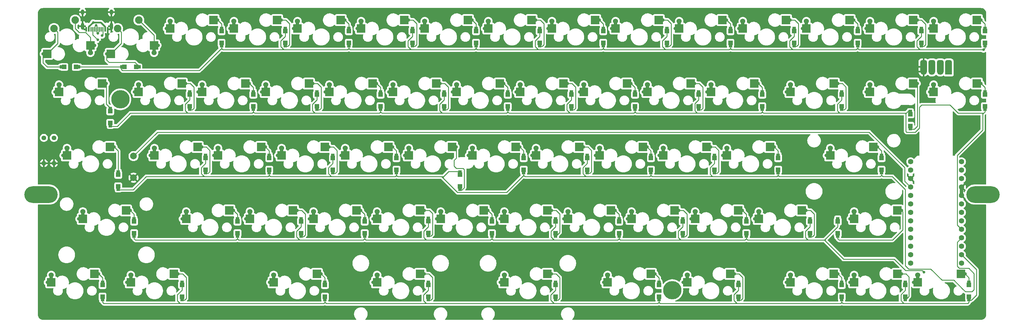
<source format=gbr>
%TF.GenerationSoftware,KiCad,Pcbnew,(6.0.5)*%
%TF.CreationDate,2022-10-29T17:12:18+09:00*%
%TF.ProjectId,tatamikomo,74617461-6d69-46b6-9f6d-6f2e6b696361,rev?*%
%TF.SameCoordinates,Original*%
%TF.FileFunction,Copper,L2,Bot*%
%TF.FilePolarity,Positive*%
%FSLAX46Y46*%
G04 Gerber Fmt 4.6, Leading zero omitted, Abs format (unit mm)*
G04 Created by KiCad (PCBNEW (6.0.5)) date 2022-10-29 17:12:18*
%MOMM*%
%LPD*%
G01*
G04 APERTURE LIST*
G04 Aperture macros list*
%AMRoundRect*
0 Rectangle with rounded corners*
0 $1 Rounding radius*
0 $2 $3 $4 $5 $6 $7 $8 $9 X,Y pos of 4 corners*
0 Add a 4 corners polygon primitive as box body*
4,1,4,$2,$3,$4,$5,$6,$7,$8,$9,$2,$3,0*
0 Add four circle primitives for the rounded corners*
1,1,$1+$1,$2,$3*
1,1,$1+$1,$4,$5*
1,1,$1+$1,$6,$7*
1,1,$1+$1,$8,$9*
0 Add four rect primitives between the rounded corners*
20,1,$1+$1,$2,$3,$4,$5,0*
20,1,$1+$1,$4,$5,$6,$7,0*
20,1,$1+$1,$6,$7,$8,$9,0*
20,1,$1+$1,$8,$9,$2,$3,0*%
%AMFreePoly0*
4,1,5,1.275000,-1.250000,-1.275000,-1.250000,-1.275000,1.250000,1.275000,1.250000,1.275000,-1.250000,1.275000,-1.250000,$1*%
%AMFreePoly1*
4,1,5,0.700000,-0.650000,-0.700000,-0.650000,-0.700000,0.650000,0.700000,0.650000,0.700000,-0.650000,0.700000,-0.650000,$1*%
%AMFreePoly2*
4,1,5,0.300000,-0.500000,-0.300000,-0.500000,-0.300000,0.500000,0.300000,0.500000,0.300000,-0.500000,0.300000,-0.500000,$1*%
G04 Aperture macros list end*
%TA.AperFunction,SMDPad,CuDef*%
%ADD10C,1.000000*%
%TD*%
%TA.AperFunction,SMDPad,CuDef*%
%ADD11FreePoly0,180.000000*%
%TD*%
%TA.AperFunction,ComponentPad*%
%ADD12C,1.524000*%
%TD*%
%TA.AperFunction,SMDPad,CuDef*%
%ADD13FreePoly0,0.000000*%
%TD*%
%TA.AperFunction,ComponentPad*%
%ADD14C,2.250000*%
%TD*%
%TA.AperFunction,ComponentPad*%
%ADD15C,1.600000*%
%TD*%
%TA.AperFunction,ComponentPad*%
%ADD16O,2.000000X1.800000*%
%TD*%
%TA.AperFunction,SMDPad,CuDef*%
%ADD17RoundRect,0.500000X-0.500000X-1.500000X0.500000X-1.500000X0.500000X1.500000X-0.500000X1.500000X0*%
%TD*%
%TA.AperFunction,ComponentPad*%
%ADD18R,2.000000X1.800000*%
%TD*%
%TA.AperFunction,SMDPad,CuDef*%
%ADD19RoundRect,0.500000X0.500000X1.500000X-0.500000X1.500000X-0.500000X-1.500000X0.500000X-1.500000X0*%
%TD*%
%TA.AperFunction,ComponentPad*%
%ADD20C,5.500000*%
%TD*%
%TA.AperFunction,ComponentPad*%
%ADD21O,10.000000X5.000000*%
%TD*%
%TA.AperFunction,SMDPad,CuDef*%
%ADD22FreePoly1,270.000000*%
%TD*%
%TA.AperFunction,SMDPad,CuDef*%
%ADD23FreePoly2,90.000000*%
%TD*%
%TA.AperFunction,SMDPad,CuDef*%
%ADD24R,0.600000X1.450000*%
%TD*%
%TA.AperFunction,SMDPad,CuDef*%
%ADD25R,0.300000X1.450000*%
%TD*%
%TA.AperFunction,ComponentPad*%
%ADD26O,1.000000X1.600000*%
%TD*%
%TA.AperFunction,ComponentPad*%
%ADD27O,1.000000X2.100000*%
%TD*%
%TA.AperFunction,SMDPad,CuDef*%
%ADD28FreePoly2,180.000000*%
%TD*%
%TA.AperFunction,SMDPad,CuDef*%
%ADD29FreePoly1,0.000000*%
%TD*%
%TA.AperFunction,ComponentPad*%
%ADD30C,1.400000*%
%TD*%
%TA.AperFunction,ComponentPad*%
%ADD31O,1.400000X1.400000*%
%TD*%
%TA.AperFunction,ComponentPad*%
%ADD32C,2.000000*%
%TD*%
%TA.AperFunction,ViaPad*%
%ADD33C,0.800000*%
%TD*%
%TA.AperFunction,Conductor*%
%ADD34C,0.250000*%
%TD*%
%TA.AperFunction,Conductor*%
%ADD35C,0.500000*%
%TD*%
%TA.AperFunction,Conductor*%
%ADD36C,0.200000*%
%TD*%
%TA.AperFunction,Conductor*%
%ADD37C,1.000000*%
%TD*%
G04 APERTURE END LIST*
D10*
%TO.P,SW59,1,1*%
%TO.N,col4*%
X175295714Y-119272964D03*
D11*
X176545714Y-119272964D03*
D12*
X176545714Y-117062964D03*
D13*
%TO.P,SW59,2,2*%
%TO.N,Net-(D59-Pad2)*%
X189472714Y-116732964D03*
D10*
X190722714Y-116732964D03*
%TD*%
D12*
%TO.P,SW61,1,1*%
%TO.N,col6*%
X231313214Y-117062964D03*
D11*
X231313214Y-119272964D03*
D10*
X230063214Y-119272964D03*
D13*
%TO.P,SW61,2,2*%
%TO.N,Net-(D61-Pad2)*%
X244240214Y-116732964D03*
D10*
X245490214Y-116732964D03*
%TD*%
%TO.P,SW8,1,1*%
%TO.N,col3*%
X139576714Y-43072964D03*
D11*
X140826714Y-43072964D03*
D12*
X140826714Y-40862964D03*
D13*
%TO.P,SW8,2,2*%
%TO.N,Net-(D8-Pad1)*%
X153753714Y-40532964D03*
D10*
X155003714Y-40532964D03*
%TD*%
D11*
%TO.P,SW46,1,1*%
%TO.N,col2*%
X107488714Y-100222964D03*
D12*
X107488714Y-98012964D03*
D10*
X106238714Y-100222964D03*
%TO.P,SW46,2,2*%
%TO.N,Net-(D46-Pad1)*%
X121665714Y-97682964D03*
D13*
X120415714Y-97682964D03*
%TD*%
D11*
%TO.P,SW55,1,1*%
%TO.N,col0*%
X33740714Y-119272964D03*
D12*
X33740714Y-117062964D03*
D10*
X32490714Y-119272964D03*
%TO.P,SW55,2,2*%
%TO.N,Net-(D55-Pad1)*%
X47917714Y-116732964D03*
D13*
X46667714Y-116732964D03*
%TD*%
D10*
%TO.P,SW37,1,1*%
%TO.N,col3*%
X153863714Y-81172964D03*
D11*
X155113714Y-81172964D03*
D12*
X155113714Y-78962964D03*
D10*
%TO.P,SW37,2,2*%
%TO.N,Net-(D37-Pad1)*%
X169290714Y-78632964D03*
D13*
X168040714Y-78632964D03*
%TD*%
D10*
%TO.P,SW49,1,1*%
%TO.N,col4*%
X163388714Y-100222964D03*
D12*
X164638714Y-98012964D03*
D11*
X164638714Y-100222964D03*
D13*
%TO.P,SW49,2,2*%
%TO.N,Net-(D49-Pad2)*%
X177565714Y-97682964D03*
D10*
X178815714Y-97682964D03*
%TD*%
D12*
%TO.P,SW51,1,1*%
%TO.N,col5*%
X202738714Y-98012964D03*
D11*
X202738714Y-100222964D03*
D10*
X201488714Y-100222964D03*
D13*
%TO.P,SW51,2,2*%
%TO.N,Net-(D51-Pad2)*%
X215665714Y-97682964D03*
D10*
X216915714Y-97682964D03*
%TD*%
D14*
%TO.P,SW1,1,1*%
%TO.N,col0*%
X17101714Y-40532964D03*
%TO.P,SW1,2,2*%
%TO.N,Net-(D1-Pad2)*%
X10751714Y-43072964D03*
%TD*%
D11*
%TO.P,SW27,1,1*%
%TO.N,col5*%
X231313714Y-62122964D03*
D10*
X230063714Y-62122964D03*
D12*
X231313714Y-59912964D03*
D10*
%TO.P,SW27,2,2*%
%TO.N,Net-(D27-Pad1)*%
X245490714Y-59582964D03*
D13*
X244240714Y-59582964D03*
%TD*%
D10*
%TO.P,SW17,1,1*%
%TO.N,col0*%
X34800714Y-62122964D03*
D11*
X36050714Y-62122964D03*
D12*
X36050714Y-59912964D03*
D10*
%TO.P,SW17,2,2*%
%TO.N,Net-(D17-Pad1)*%
X50227714Y-59582964D03*
D13*
X48977714Y-59582964D03*
%TD*%
D15*
%TO.P,U1,1,TX0/D3*%
%TO.N,unconnected-(U1-Pad1)*%
X282529714Y-85603464D03*
%TO.P,U1,2,RX1/D2*%
%TO.N,unconnected-(U1-Pad2)*%
X282539714Y-88143464D03*
%TO.P,U1,3,GND*%
%TO.N,GND*%
X282539714Y-90683464D03*
%TO.P,U1,4,GND*%
X282539714Y-93223464D03*
%TO.P,U1,5,2/D1/SDA*%
%TO.N,unconnected-(U1-Pad5)*%
X282539714Y-95763464D03*
%TO.P,U1,6,3/D0/SCL*%
%TO.N,unconnected-(U1-Pad6)*%
X282539714Y-98303464D03*
%TO.P,U1,7,4/D4*%
%TO.N,row0*%
X282539714Y-100843464D03*
%TO.P,U1,8,5/C6*%
%TO.N,row1*%
X282539714Y-103383464D03*
%TO.P,U1,9,6/D7*%
%TO.N,row2*%
X282539714Y-105923464D03*
%TO.P,U1,10,7/E6*%
%TO.N,row3*%
X282539714Y-108463464D03*
%TO.P,U1,11,8/B4*%
%TO.N,row4*%
X282539714Y-111003464D03*
%TO.P,U1,12,9/B5*%
%TO.N,unconnected-(U1-Pad12)*%
X282539714Y-113543464D03*
%TO.P,U1,13,B6/10*%
%TO.N,col0*%
X267279714Y-113543464D03*
%TO.P,U1,14,B2/16*%
%TO.N,col1*%
X267279714Y-111003464D03*
%TO.P,U1,15,B3/14*%
%TO.N,col2*%
X267279714Y-108463464D03*
%TO.P,U1,16,B1/15*%
%TO.N,col3*%
X267279714Y-105923464D03*
%TO.P,U1,17,F7/A0*%
%TO.N,col4*%
X267279714Y-103383464D03*
%TO.P,U1,18,F6/A1*%
%TO.N,col5*%
X267279714Y-100843464D03*
%TO.P,U1,19,F5/A2*%
%TO.N,col6*%
X267279714Y-98303464D03*
%TO.P,U1,20,F4/A3*%
%TO.N,col7*%
X267279714Y-95763464D03*
%TO.P,U1,21,VCC*%
%TO.N,VCC*%
X267289714Y-93223464D03*
%TO.P,U1,22,RST*%
%TO.N,RST*%
X267289714Y-90683464D03*
%TO.P,U1,23,GND*%
%TO.N,GND*%
X267289714Y-88143464D03*
%TO.P,U1,24,RAW*%
%TO.N,unconnected-(U1-Pad24)*%
X267289714Y-85603464D03*
%TO.P,U1,25*%
%TO.N,N/C*%
X267289714Y-83063464D03*
%TO.P,U1,26*%
X282529714Y-83063464D03*
%TD*%
D11*
%TO.P,SW14,1,1*%
%TO.N,col6*%
X255126714Y-43072964D03*
D12*
X255126714Y-40862964D03*
D10*
X253876714Y-43072964D03*
D13*
%TO.P,SW14,2,2*%
%TO.N,Net-(D14-Pad1)*%
X268053714Y-40532964D03*
D10*
X269303714Y-40532964D03*
%TD*%
D11*
%TO.P,SW3,1,1*%
%TO.N,col1*%
X45576714Y-43072964D03*
D12*
X45576714Y-40862964D03*
D10*
X44326714Y-43072964D03*
D13*
%TO.P,SW3,2,2*%
%TO.N,Net-(D3-Pad2)*%
X58503714Y-40532964D03*
D10*
X59753714Y-40532964D03*
%TD*%
D16*
%TO.P,J1,1,Pin_1*%
%TO.N,GND*%
X271159714Y-56053464D03*
D17*
X271159714Y-54553464D03*
%TO.P,J1,2,Pin_2*%
%TO.N,D+*%
X273659714Y-54553464D03*
D16*
X273659714Y-56053464D03*
%TO.P,J1,3,Pin_3*%
%TO.N,D-*%
X276159714Y-56053464D03*
D17*
X276159714Y-54553464D03*
D18*
%TO.P,J1,4,Pin_4*%
%TO.N,VBUS*%
X278659714Y-56053464D03*
D19*
X278659714Y-54553464D03*
%TD*%
D12*
%TO.P,SW41,1,1*%
%TO.N,col6*%
X243219714Y-78962964D03*
D11*
X243219714Y-81172964D03*
D10*
X241969714Y-81172964D03*
%TO.P,SW41,2,2*%
%TO.N,Net-(D41-Pad2)*%
X257396714Y-78632964D03*
D13*
X256146714Y-78632964D03*
%TD*%
D11*
%TO.P,SW33,1,1*%
%TO.N,col1*%
X78913714Y-81172964D03*
D10*
X77663714Y-81172964D03*
D12*
X78913714Y-78962964D03*
D13*
%TO.P,SW33,2,2*%
%TO.N,Net-(D33-Pad1)*%
X91840714Y-78632964D03*
D10*
X93090714Y-78632964D03*
%TD*%
D12*
%TO.P,SW11,1,1*%
%TO.N,col5*%
X197976714Y-40862964D03*
D10*
X196726714Y-43072964D03*
D11*
X197976714Y-43072964D03*
D10*
%TO.P,SW11,2,2*%
%TO.N,Net-(D11-Pad2)*%
X212153714Y-40532964D03*
D13*
X210903714Y-40532964D03*
%TD*%
D12*
%TO.P,SW62,1,1*%
%TO.N,col6*%
X250363214Y-117062964D03*
D11*
X250363214Y-119272964D03*
D10*
X249113214Y-119272964D03*
%TO.P,SW62,2,2*%
%TO.N,Net-(D62-Pad1)*%
X264540214Y-116732964D03*
D13*
X263290214Y-116732964D03*
%TD*%
D10*
%TO.P,SW54,1,1*%
%TO.N,col0*%
X8678714Y-119272964D03*
D12*
X9928714Y-117062964D03*
D11*
X9928714Y-119272964D03*
D10*
%TO.P,SW54,2,2*%
%TO.N,Net-(D54-Pad2)*%
X24105714Y-116732964D03*
D13*
X22855714Y-116732964D03*
%TD*%
D12*
%TO.P,SW50,1,1*%
%TO.N,col4*%
X183688714Y-98012964D03*
D11*
X183688714Y-100222964D03*
D10*
X182438714Y-100222964D03*
%TO.P,SW50,2,2*%
%TO.N,Net-(D50-Pad1)*%
X197865714Y-97682964D03*
D13*
X196615714Y-97682964D03*
%TD*%
D12*
%TO.P,SW16,1,1*%
%TO.N,col0*%
X12238714Y-59912964D03*
D11*
X12238714Y-62122964D03*
D10*
X10988714Y-62122964D03*
D13*
%TO.P,SW16,2,2*%
%TO.N,Net-(D16-Pad2)*%
X25165714Y-59582964D03*
D10*
X26415714Y-59582964D03*
%TD*%
%TO.P,SW15,1,1*%
%TO.N,col7*%
X272926714Y-43072964D03*
D12*
X274176714Y-40862964D03*
D11*
X274176714Y-43072964D03*
D10*
%TO.P,SW15,2,2*%
%TO.N,Net-(D15-Pad2)*%
X288353714Y-40532964D03*
D13*
X287103714Y-40532964D03*
%TD*%
D10*
%TO.P,SW42,1,1*%
%TO.N,col0*%
X18132714Y-100222964D03*
D11*
X19382714Y-100222964D03*
D12*
X19382714Y-98012964D03*
D13*
%TO.P,SW42,2,2*%
%TO.N,Net-(D42-Pad2)*%
X32309714Y-97682964D03*
D10*
X33559714Y-97682964D03*
%TD*%
D12*
%TO.P,SW20,1,1*%
%TO.N,col2*%
X93200714Y-59912964D03*
D11*
X93200714Y-62122964D03*
D10*
X91950714Y-62122964D03*
%TO.P,SW20,2,2*%
%TO.N,Net-(D20-Pad2)*%
X107377714Y-59582964D03*
D13*
X106127714Y-59582964D03*
%TD*%
D12*
%TO.P,SW5,1,1*%
%TO.N,col2*%
X83676714Y-40862964D03*
D11*
X83676714Y-43072964D03*
D10*
X82426714Y-43072964D03*
%TO.P,SW5,2,2*%
%TO.N,Net-(D5-Pad2)*%
X97853714Y-40532964D03*
D13*
X96603714Y-40532964D03*
%TD*%
D12*
%TO.P,SW34,1,1*%
%TO.N,col2*%
X97963714Y-78962964D03*
D10*
X96713714Y-81172964D03*
D11*
X97963714Y-81172964D03*
D13*
%TO.P,SW34,2,2*%
%TO.N,Net-(D34-Pad2)*%
X110890714Y-78632964D03*
D10*
X112140714Y-78632964D03*
%TD*%
%TO.P,SW7,1,1*%
%TO.N,col3*%
X120526714Y-43072964D03*
D11*
X121776714Y-43072964D03*
D12*
X121776714Y-40862964D03*
D10*
%TO.P,SW7,2,2*%
%TO.N,Net-(D7-Pad2)*%
X135953714Y-40532964D03*
D13*
X134703714Y-40532964D03*
%TD*%
D14*
%TO.P,SW2,1,1*%
%TO.N,col0*%
X36151714Y-40532964D03*
%TO.P,SW2,2,2*%
%TO.N,Net-(D2-Pad1)*%
X29801714Y-43072964D03*
%TD*%
D12*
%TO.P,SW28,1,1*%
%TO.N,col6*%
X255125714Y-59912964D03*
D10*
X253875714Y-62122964D03*
D11*
X255125714Y-62122964D03*
D10*
%TO.P,SW28,2,2*%
%TO.N,Net-(D28-Pad1)*%
X269302714Y-59582964D03*
D13*
X268052714Y-59582964D03*
%TD*%
D10*
%TO.P,SW1,1,1*%
%TO.N,col0*%
X22896714Y-48152964D03*
D13*
X21646714Y-48152964D03*
D12*
X21646714Y-50362964D03*
D10*
%TO.P,SW1,2,2*%
%TO.N,Net-(D1-Pad2)*%
X7469714Y-50692964D03*
D11*
X8719714Y-50692964D03*
%TD*%
%TO.P,SW25,1,1*%
%TO.N,col4*%
X188450714Y-62122964D03*
D10*
X187200714Y-62122964D03*
D12*
X188450714Y-59912964D03*
D10*
%TO.P,SW25,2,2*%
%TO.N,Net-(D25-Pad1)*%
X202627714Y-59582964D03*
D13*
X201377714Y-59582964D03*
%TD*%
D10*
%TO.P,SW45,1,1*%
%TO.N,col2*%
X87188714Y-100222964D03*
D12*
X88438714Y-98012964D03*
D11*
X88438714Y-100222964D03*
D10*
%TO.P,SW45,2,2*%
%TO.N,Net-(D45-Pad2)*%
X102615714Y-97682964D03*
D13*
X101365714Y-97682964D03*
%TD*%
D12*
%TO.P,SW24,1,1*%
%TO.N,col4*%
X169400714Y-59912964D03*
D10*
X168150714Y-62122964D03*
D11*
X169400714Y-62122964D03*
D13*
%TO.P,SW24,2,2*%
%TO.N,Net-(D24-Pad2)*%
X182327714Y-59582964D03*
D10*
X183577714Y-59582964D03*
%TD*%
D20*
%TO.P,H3,1*%
%TO.N,N/C*%
X30613514Y-64315014D03*
%TD*%
D10*
%TO.P,SW44,1,1*%
%TO.N,col1*%
X68138714Y-100222964D03*
D11*
X69388714Y-100222964D03*
D12*
X69388714Y-98012964D03*
D10*
%TO.P,SW44,2,2*%
%TO.N,Net-(D44-Pad1)*%
X83565714Y-97682964D03*
D13*
X82315714Y-97682964D03*
%TD*%
D10*
%TO.P,SW40,1,1*%
%TO.N,col5*%
X211013714Y-81172964D03*
D11*
X212263714Y-81172964D03*
D12*
X212263714Y-78962964D03*
D13*
%TO.P,SW40,2,2*%
%TO.N,Net-(D40-Pad2)*%
X225190714Y-78632964D03*
D10*
X226440714Y-78632964D03*
%TD*%
%TO.P,SW10,1,1*%
%TO.N,col4*%
X177676714Y-43072964D03*
D11*
X178926714Y-43072964D03*
D12*
X178926714Y-40862964D03*
D13*
%TO.P,SW10,2,2*%
%TO.N,Net-(D10-Pad1)*%
X191853714Y-40532964D03*
D10*
X193103714Y-40532964D03*
%TD*%
D13*
%TO.P,SW2,1,1*%
%TO.N,col0*%
X40696714Y-48152964D03*
D12*
X40696714Y-50362964D03*
D10*
X41946714Y-48152964D03*
%TO.P,SW2,2,2*%
%TO.N,Net-(D2-Pad1)*%
X26519714Y-50692964D03*
D11*
X27769714Y-50692964D03*
%TD*%
%TO.P,SW43,1,1*%
%TO.N,col1*%
X50338714Y-100222964D03*
D10*
X49088714Y-100222964D03*
D12*
X50338714Y-98012964D03*
D13*
%TO.P,SW43,2,2*%
%TO.N,Net-(D43-Pad2)*%
X63265714Y-97682964D03*
D10*
X64515714Y-97682964D03*
%TD*%
D11*
%TO.P,SW63,1,1*%
%TO.N,col7*%
X269413214Y-119272964D03*
D10*
X268163214Y-119272964D03*
D12*
X269413214Y-117062964D03*
D10*
%TO.P,SW63,2,2*%
%TO.N,Net-(D63-Pad2)*%
X283590214Y-116732964D03*
D13*
X282340214Y-116732964D03*
%TD*%
D12*
%TO.P,SW38,1,1*%
%TO.N,col4*%
X174163714Y-78962964D03*
D11*
X174163714Y-81172964D03*
D10*
X172913714Y-81172964D03*
%TO.P,SW38,2,2*%
%TO.N,Net-(D38-Pad2)*%
X188340714Y-78632964D03*
D13*
X187090714Y-78632964D03*
%TD*%
D11*
%TO.P,SW6,1,1*%
%TO.N,col2*%
X102726714Y-43072964D03*
D10*
X101476714Y-43072964D03*
D12*
X102726714Y-40862964D03*
D13*
%TO.P,SW6,2,2*%
%TO.N,Net-(D6-Pad1)*%
X115653714Y-40532964D03*
D10*
X116903714Y-40532964D03*
%TD*%
D11*
%TO.P,SW48,1,1*%
%TO.N,col3*%
X145588714Y-100222964D03*
D12*
X145588714Y-98012964D03*
D10*
X144338714Y-100222964D03*
%TO.P,SW48,2,2*%
%TO.N,Net-(D48-Pad1)*%
X159765714Y-97682964D03*
D13*
X158515714Y-97682964D03*
%TD*%
D12*
%TO.P,SW18,1,1*%
%TO.N,col1*%
X55100714Y-59912964D03*
D10*
X53850714Y-62122964D03*
D11*
X55100714Y-62122964D03*
D10*
%TO.P,SW18,2,2*%
%TO.N,Net-(D18-Pad2)*%
X69277714Y-59582964D03*
D13*
X68027714Y-59582964D03*
%TD*%
D11*
%TO.P,SW12,1,1*%
%TO.N,col5*%
X217026714Y-43072964D03*
D12*
X217026714Y-40862964D03*
D10*
X215776714Y-43072964D03*
D13*
%TO.P,SW12,2,2*%
%TO.N,Net-(D12-Pad1)*%
X229953714Y-40532964D03*
D10*
X231203714Y-40532964D03*
%TD*%
%TO.P,SW9,1,1*%
%TO.N,col4*%
X158626714Y-43072964D03*
D11*
X159876714Y-43072964D03*
D12*
X159876714Y-40862964D03*
D13*
%TO.P,SW9,2,2*%
%TO.N,Net-(D9-Pad2)*%
X172803714Y-40532964D03*
D10*
X174053714Y-40532964D03*
%TD*%
D12*
%TO.P,SW26,1,1*%
%TO.N,col5*%
X207500714Y-59912964D03*
D10*
X206250714Y-62122964D03*
D11*
X207500714Y-62122964D03*
D10*
%TO.P,SW26,2,2*%
%TO.N,Net-(D26-Pad2)*%
X221677714Y-59582964D03*
D13*
X220427714Y-59582964D03*
%TD*%
D12*
%TO.P,SW36,1,1*%
%TO.N,col3*%
X136063714Y-78962964D03*
D11*
X136063714Y-81172964D03*
D10*
X134813714Y-81172964D03*
D13*
%TO.P,SW36,2,2*%
%TO.N,Net-(D36-Pad2)*%
X148990714Y-78632964D03*
D10*
X150240714Y-78632964D03*
%TD*%
%TO.P,SW57,1,1*%
%TO.N,col2*%
X106239714Y-119272964D03*
D11*
X107489714Y-119272964D03*
D12*
X107489714Y-117062964D03*
D13*
%TO.P,SW57,2,2*%
%TO.N,Net-(D57-Pad1)*%
X120416714Y-116732964D03*
D10*
X121666714Y-116732964D03*
%TD*%
D11*
%TO.P,SW52,1,1*%
%TO.N,col5*%
X221788714Y-100222964D03*
D12*
X221788714Y-98012964D03*
D10*
X220538714Y-100222964D03*
D13*
%TO.P,SW52,2,2*%
%TO.N,Net-(D52-Pad1)*%
X234715714Y-97682964D03*
D10*
X235965714Y-97682964D03*
%TD*%
%TO.P,SW47,1,1*%
%TO.N,col3*%
X125288714Y-100222964D03*
D12*
X126538714Y-98012964D03*
D11*
X126538714Y-100222964D03*
D13*
%TO.P,SW47,2,2*%
%TO.N,Net-(D47-Pad2)*%
X139465714Y-97682964D03*
D10*
X140715714Y-97682964D03*
%TD*%
D21*
%TO.P,H1,1*%
%TO.N,N/C*%
X6873114Y-92915414D03*
%TD*%
D10*
%TO.P,SW4,1,1*%
%TO.N,col1*%
X63376714Y-43072964D03*
D12*
X64626714Y-40862964D03*
D11*
X64626714Y-43072964D03*
D13*
%TO.P,SW4,2,2*%
%TO.N,Net-(D4-Pad1)*%
X77553714Y-40532964D03*
D10*
X78803714Y-40532964D03*
%TD*%
D11*
%TO.P,SW56,1,1*%
%TO.N,col2*%
X76533714Y-119272964D03*
D12*
X76533714Y-117062964D03*
D10*
X75283714Y-119272964D03*
%TO.P,SW56,2,2*%
%TO.N,Net-(D56-Pad2)*%
X90710714Y-116732964D03*
D13*
X89460714Y-116732964D03*
%TD*%
D10*
%TO.P,SW21,1,1*%
%TO.N,col2*%
X111000714Y-62122964D03*
D11*
X112250714Y-62122964D03*
D12*
X112250714Y-59912964D03*
D13*
%TO.P,SW21,2,2*%
%TO.N,Net-(D21-Pad1)*%
X125177714Y-59582964D03*
D10*
X126427714Y-59582964D03*
%TD*%
%TO.P,SW58,1,1*%
%TO.N,col3*%
X144339714Y-119272964D03*
D12*
X145589714Y-117062964D03*
D11*
X145589714Y-119272964D03*
D10*
%TO.P,SW58,2,2*%
%TO.N,Net-(D58-Pad1)*%
X159766714Y-116732964D03*
D13*
X158516714Y-116732964D03*
%TD*%
D11*
%TO.P,SW31,1,1*%
%TO.N,col0*%
X40813714Y-81172964D03*
D10*
X39563714Y-81172964D03*
D12*
X40813714Y-78962964D03*
D10*
%TO.P,SW31,2,2*%
%TO.N,Net-(D31-Pad1)*%
X54990714Y-78632964D03*
D13*
X53740714Y-78632964D03*
%TD*%
D12*
%TO.P,SW29,1,1*%
%TO.N,col7*%
X274175714Y-59912964D03*
D10*
X272925714Y-62122964D03*
D11*
X274175714Y-62122964D03*
D13*
%TO.P,SW29,2,2*%
%TO.N,Net-(D29-Pad2)*%
X287102714Y-59582964D03*
D10*
X288352714Y-59582964D03*
%TD*%
D11*
%TO.P,SW32,1,1*%
%TO.N,col1*%
X59863714Y-81172964D03*
D12*
X59863714Y-78962964D03*
D10*
X58613714Y-81172964D03*
D13*
%TO.P,SW32,2,2*%
%TO.N,Net-(D32-Pad2)*%
X72790714Y-78632964D03*
D10*
X74040714Y-78632964D03*
%TD*%
D11*
%TO.P,SW39,1,1*%
%TO.N,col4*%
X193213714Y-81172964D03*
D12*
X193213714Y-78962964D03*
D10*
X191963714Y-81172964D03*
%TO.P,SW39,2,2*%
%TO.N,Net-(D39-Pad1)*%
X207390714Y-78632964D03*
D13*
X206140714Y-78632964D03*
%TD*%
D11*
%TO.P,SW35,1,1*%
%TO.N,col2*%
X117013714Y-81172964D03*
D10*
X115763714Y-81172964D03*
D12*
X117013714Y-78962964D03*
D13*
%TO.P,SW35,2,2*%
%TO.N,Net-(D35-Pad1)*%
X129940714Y-78632964D03*
D10*
X131190714Y-78632964D03*
%TD*%
D21*
%TO.P,H2,1*%
%TO.N,N/C*%
X288955114Y-92915414D03*
%TD*%
D10*
%TO.P,SW23,1,1*%
%TO.N,col3*%
X149100714Y-62122964D03*
D11*
X150350714Y-62122964D03*
D12*
X150350714Y-59912964D03*
D10*
%TO.P,SW23,2,2*%
%TO.N,Net-(D23-Pad1)*%
X164527714Y-59582964D03*
D13*
X163277714Y-59582964D03*
%TD*%
D11*
%TO.P,SW60,1,1*%
%TO.N,col4*%
X200357714Y-119272964D03*
D12*
X200357714Y-117062964D03*
D10*
X199107714Y-119272964D03*
D13*
%TO.P,SW60,2,2*%
%TO.N,Net-(D60-Pad1)*%
X213284714Y-116732964D03*
D10*
X214534714Y-116732964D03*
%TD*%
D11*
%TO.P,SW53,1,1*%
%TO.N,col6*%
X250363214Y-100222964D03*
D12*
X250363214Y-98012964D03*
D10*
X249113214Y-100222964D03*
D13*
%TO.P,SW53,2,2*%
%TO.N,Net-(D53-Pad1)*%
X263290214Y-97682964D03*
D10*
X264540214Y-97682964D03*
%TD*%
%TO.P,SW13,1,1*%
%TO.N,col6*%
X234826714Y-43072964D03*
D12*
X236076714Y-40862964D03*
D11*
X236076714Y-43072964D03*
D10*
%TO.P,SW13,2,2*%
%TO.N,Net-(D13-Pad2)*%
X250253714Y-40532964D03*
D13*
X249003714Y-40532964D03*
%TD*%
D12*
%TO.P,SW30,1,1*%
%TO.N,col0*%
X14619714Y-78962964D03*
D10*
X13369714Y-81172964D03*
D11*
X14619714Y-81172964D03*
D13*
%TO.P,SW30,2,2*%
%TO.N,Net-(D30-Pad2)*%
X27546714Y-78632964D03*
D10*
X28796714Y-78632964D03*
%TD*%
D11*
%TO.P,SW19,1,1*%
%TO.N,col1*%
X74150714Y-62122964D03*
D10*
X72900714Y-62122964D03*
D12*
X74150714Y-59912964D03*
D10*
%TO.P,SW19,2,2*%
%TO.N,Net-(D19-Pad1)*%
X88327714Y-59582964D03*
D13*
X87077714Y-59582964D03*
%TD*%
D20*
%TO.P,H6,1*%
%TO.N,N/C*%
X195913614Y-121614914D03*
%TD*%
D10*
%TO.P,SW22,1,1*%
%TO.N,col3*%
X130050714Y-62122964D03*
D12*
X131300714Y-59912964D03*
D11*
X131300714Y-62122964D03*
D10*
%TO.P,SW22,2,2*%
%TO.N,Net-(D22-Pad2)*%
X145477714Y-59582964D03*
D13*
X144227714Y-59582964D03*
%TD*%
D22*
%TO.P,D59,1,K*%
%TO.N,row4*%
X191890714Y-123587964D03*
D23*
X191890714Y-124562964D03*
D22*
%TO.P,D59,2,A*%
%TO.N,Net-(D59-Pad2)*%
X191890714Y-120037964D03*
D23*
X191890714Y-119062964D03*
%TD*%
%TO.P,D8,1,K*%
%TO.N,Net-(D8-Pad1)*%
X156171714Y-48362964D03*
D22*
X156171714Y-47387964D03*
D23*
%TO.P,D8,2,A*%
%TO.N,row0*%
X156171714Y-42862964D03*
D22*
X156171714Y-43837964D03*
%TD*%
%TO.P,D27,1,K*%
%TO.N,Net-(D27-Pad1)*%
X246658714Y-66437964D03*
D23*
X246658714Y-67412964D03*
%TO.P,D27,2,A*%
%TO.N,row1*%
X246658714Y-61912964D03*
D22*
X246658714Y-62887964D03*
%TD*%
D23*
%TO.P,D13,1,K*%
%TO.N,row0*%
X251421714Y-48362964D03*
D22*
X251421714Y-47387964D03*
%TO.P,D13,2,A*%
%TO.N,Net-(D13-Pad2)*%
X251421714Y-43837964D03*
D23*
X251421714Y-42862964D03*
%TD*%
D22*
%TO.P,D42,1,K*%
%TO.N,row3*%
X34727714Y-104537964D03*
D23*
X34727714Y-105512964D03*
%TO.P,D42,2,A*%
%TO.N,Net-(D42-Pad2)*%
X34727714Y-100012964D03*
D22*
X34727714Y-100987964D03*
%TD*%
%TO.P,D7,1,K*%
%TO.N,row0*%
X137121714Y-47387964D03*
D23*
X137121714Y-48362964D03*
%TO.P,D7,2,A*%
%TO.N,Net-(D7-Pad2)*%
X137121714Y-42862964D03*
D22*
X137121714Y-43837964D03*
%TD*%
%TO.P,D45,1,K*%
%TO.N,row3*%
X103783714Y-104537964D03*
D23*
X103783714Y-105512964D03*
D22*
%TO.P,D45,2,A*%
%TO.N,Net-(D45-Pad2)*%
X103783714Y-100987964D03*
D23*
X103783714Y-100012964D03*
%TD*%
D22*
%TO.P,D10,1,K*%
%TO.N,Net-(D10-Pad1)*%
X194271714Y-47387964D03*
D23*
X194271714Y-48362964D03*
%TO.P,D10,2,A*%
%TO.N,row0*%
X194271714Y-42862964D03*
D22*
X194271714Y-43837964D03*
%TD*%
%TO.P,D46,1,K*%
%TO.N,Net-(D46-Pad1)*%
X122833714Y-104407964D03*
D23*
X122833714Y-105382964D03*
D22*
%TO.P,D46,2,A*%
%TO.N,row3*%
X122833714Y-100857964D03*
D23*
X122833714Y-99882964D03*
%TD*%
%TO.P,D39,1,K*%
%TO.N,Net-(D39-Pad1)*%
X208558714Y-86462964D03*
D22*
X208558714Y-85487964D03*
%TO.P,D39,2,A*%
%TO.N,row2*%
X208558714Y-81937964D03*
D23*
X208558714Y-80962964D03*
%TD*%
D22*
%TO.P,D3,1,K*%
%TO.N,row0*%
X60921714Y-47387964D03*
D23*
X60921714Y-48362964D03*
D22*
%TO.P,D3,2,A*%
%TO.N,Net-(D3-Pad2)*%
X60921714Y-43837964D03*
D23*
X60921714Y-42862964D03*
%TD*%
D22*
%TO.P,D22,1,K*%
%TO.N,row1*%
X146645714Y-66437964D03*
D23*
X146645714Y-67412964D03*
D22*
%TO.P,D22,2,A*%
%TO.N,Net-(D22-Pad2)*%
X146645714Y-62887964D03*
D23*
X146645714Y-61912964D03*
%TD*%
D22*
%TO.P,D43,1,K*%
%TO.N,row3*%
X65683714Y-104537964D03*
D23*
X65683714Y-105512964D03*
%TO.P,D43,2,A*%
%TO.N,Net-(D43-Pad2)*%
X65683714Y-100012964D03*
D22*
X65683714Y-100987964D03*
%TD*%
D23*
%TO.P,D29,1,K*%
%TO.N,row1*%
X289520714Y-67412964D03*
D22*
X289520714Y-66437964D03*
D23*
%TO.P,D29,2,A*%
%TO.N,Net-(D29-Pad2)*%
X289520714Y-61912964D03*
D22*
X289520714Y-62887964D03*
%TD*%
D23*
%TO.P,D5,1,K*%
%TO.N,row0*%
X99021714Y-48362964D03*
D22*
X99021714Y-47387964D03*
D23*
%TO.P,D5,2,A*%
%TO.N,Net-(D5-Pad2)*%
X99021714Y-42862964D03*
D22*
X99021714Y-43837964D03*
%TD*%
D23*
%TO.P,D30,1,K*%
%TO.N,row2*%
X29964714Y-91462964D03*
D22*
X29964714Y-90487964D03*
%TO.P,D30,2,A*%
%TO.N,Net-(D30-Pad2)*%
X29964714Y-86937964D03*
D23*
X29964714Y-85962964D03*
%TD*%
D24*
%TO.P,USB1,1,GND*%
%TO.N,GND*%
X20389214Y-43283964D03*
%TO.P,USB1,2,VBUS*%
%TO.N,VBUS*%
X21164214Y-43283964D03*
D25*
%TO.P,USB1,3,SBU2*%
%TO.N,unconnected-(USB1-Pad3)*%
X21864214Y-43283964D03*
%TO.P,USB1,4,CC1*%
%TO.N,Net-(R1-Pad1)*%
X22364214Y-43283964D03*
%TO.P,USB1,5,DN2*%
%TO.N,D-*%
X22864214Y-43283964D03*
%TO.P,USB1,6,DP1*%
%TO.N,D+*%
X23364214Y-43283964D03*
%TO.P,USB1,7,DN1*%
%TO.N,D-*%
X23864214Y-43283964D03*
%TO.P,USB1,8,DP2*%
%TO.N,D+*%
X24364214Y-43283964D03*
%TO.P,USB1,9,SBU1*%
%TO.N,unconnected-(USB1-Pad9)*%
X24864214Y-43283964D03*
%TO.P,USB1,10,CC2*%
%TO.N,Net-(R2-Pad1)*%
X25364214Y-43283964D03*
D24*
%TO.P,USB1,11,VBUS*%
%TO.N,VBUS*%
X26064214Y-43283964D03*
%TO.P,USB1,12,GND*%
%TO.N,GND*%
X26839214Y-43283964D03*
D26*
%TO.P,USB1,13,SHIELD*%
X27934214Y-38188964D03*
X19294214Y-38188964D03*
D27*
X27934214Y-42368964D03*
X19294214Y-42368964D03*
%TD*%
D22*
%TO.P,D61,1,K*%
%TO.N,row4*%
X246658214Y-123587964D03*
D23*
X246658214Y-124562964D03*
%TO.P,D61,2,A*%
%TO.N,Net-(D61-Pad2)*%
X246658214Y-119062964D03*
D22*
X246658214Y-120037964D03*
%TD*%
D23*
%TO.P,D19,1,K*%
%TO.N,Net-(D19-Pad1)*%
X89496714Y-67412964D03*
D22*
X89496714Y-66437964D03*
D23*
%TO.P,D19,2,A*%
%TO.N,row1*%
X89496714Y-61912964D03*
D22*
X89496714Y-62887964D03*
%TD*%
%TO.P,D32,1,K*%
%TO.N,row2*%
X75208714Y-85487964D03*
D23*
X75208714Y-86462964D03*
%TO.P,D32,2,A*%
%TO.N,Net-(D32-Pad2)*%
X75208714Y-80962964D03*
D22*
X75208714Y-81937964D03*
%TD*%
D23*
%TO.P,D37,1,K*%
%TO.N,Net-(D37-Pad1)*%
X170458714Y-86462964D03*
D22*
X170458714Y-85487964D03*
D23*
%TO.P,D37,2,A*%
%TO.N,row2*%
X170458714Y-80962964D03*
D22*
X170458714Y-81937964D03*
%TD*%
%TO.P,D9,1,K*%
%TO.N,row0*%
X175221714Y-47387964D03*
D23*
X175221714Y-48362964D03*
%TO.P,D9,2,A*%
%TO.N,Net-(D9-Pad2)*%
X175221714Y-42862964D03*
D22*
X175221714Y-43837964D03*
%TD*%
D23*
%TO.P,D21,1,K*%
%TO.N,Net-(D21-Pad1)*%
X127595714Y-67412964D03*
D22*
X127595714Y-66437964D03*
D23*
%TO.P,D21,2,A*%
%TO.N,row1*%
X127595714Y-61912964D03*
D22*
X127595714Y-62887964D03*
%TD*%
%TO.P,D12,1,K*%
%TO.N,Net-(D12-Pad1)*%
X232371714Y-47387964D03*
D23*
X232371714Y-48362964D03*
%TO.P,D12,2,A*%
%TO.N,row0*%
X232371714Y-42862964D03*
D22*
X232371714Y-43837964D03*
%TD*%
%TO.P,D4,1,K*%
%TO.N,Net-(D4-Pad1)*%
X79971714Y-47387964D03*
D23*
X79971714Y-48362964D03*
D22*
%TO.P,D4,2,A*%
%TO.N,row0*%
X79971714Y-43837964D03*
D23*
X79971714Y-42862964D03*
%TD*%
D22*
%TO.P,D26,1,K*%
%TO.N,row1*%
X222845714Y-66437964D03*
D23*
X222845714Y-67412964D03*
D22*
%TO.P,D26,2,A*%
%TO.N,Net-(D26-Pad2)*%
X222845714Y-62887964D03*
D23*
X222845714Y-61912964D03*
%TD*%
D22*
%TO.P,D56,1,K*%
%TO.N,row4*%
X91878714Y-123587964D03*
D23*
X91878714Y-124562964D03*
%TO.P,D56,2,A*%
%TO.N,Net-(D56-Pad2)*%
X91878714Y-119062964D03*
D22*
X91878714Y-120037964D03*
%TD*%
D23*
%TO.P,D51,1,K*%
%TO.N,row3*%
X218083714Y-105512964D03*
D22*
X218083714Y-104537964D03*
%TO.P,D51,2,A*%
%TO.N,Net-(D51-Pad2)*%
X218083714Y-100987964D03*
D23*
X218083714Y-100012964D03*
%TD*%
D22*
%TO.P,D41,1,K*%
%TO.N,row2*%
X258564714Y-85487964D03*
D23*
X258564714Y-86462964D03*
%TO.P,D41,2,A*%
%TO.N,Net-(D41-Pad2)*%
X258564714Y-80962964D03*
D22*
X258564714Y-81937964D03*
%TD*%
%TO.P,D53,1,K*%
%TO.N,Net-(D53-Pad1)*%
X245448214Y-104537964D03*
D23*
X245448214Y-105512964D03*
D22*
%TO.P,D53,2,A*%
%TO.N,row3*%
X245448214Y-100987964D03*
D23*
X245448214Y-100012964D03*
%TD*%
D28*
%TO.P,D1,1,K*%
%TO.N,row0*%
X18311714Y-54612964D03*
D29*
X17336714Y-54612964D03*
%TO.P,D1,2,A*%
%TO.N,Net-(D1-Pad2)*%
X13786714Y-54612964D03*
D28*
X12811714Y-54612964D03*
%TD*%
D23*
%TO.P,D40,1,K*%
%TO.N,row2*%
X227608714Y-86462964D03*
D22*
X227608714Y-85487964D03*
%TO.P,D40,2,A*%
%TO.N,Net-(D40-Pad2)*%
X227608714Y-81937964D03*
D23*
X227608714Y-80962964D03*
%TD*%
%TO.P,D16,1,K*%
%TO.N,row1*%
X27583714Y-72412964D03*
D22*
X27583714Y-71437964D03*
D23*
%TO.P,D16,2,A*%
%TO.N,Net-(D16-Pad2)*%
X27583714Y-66912964D03*
D22*
X27583714Y-67887964D03*
%TD*%
D30*
%TO.P,R1,1*%
%TO.N,Net-(R1-Pad1)*%
X10704714Y-75902964D03*
D31*
%TO.P,R1,2*%
%TO.N,GND*%
X10704714Y-83522964D03*
%TD*%
D22*
%TO.P,D48,1,K*%
%TO.N,Net-(D48-Pad1)*%
X160933714Y-104537964D03*
D23*
X160933714Y-105512964D03*
%TO.P,D48,2,A*%
%TO.N,row3*%
X160933714Y-100012964D03*
D22*
X160933714Y-100987964D03*
%TD*%
%TO.P,D57,1,K*%
%TO.N,Net-(D57-Pad1)*%
X122834714Y-123587964D03*
D23*
X122834714Y-124562964D03*
%TO.P,D57,2,A*%
%TO.N,row4*%
X122834714Y-119062964D03*
D22*
X122834714Y-120037964D03*
%TD*%
D23*
%TO.P,D34,1,K*%
%TO.N,row2*%
X113308714Y-86462964D03*
D22*
X113308714Y-85487964D03*
%TO.P,D34,2,A*%
%TO.N,Net-(D34-Pad2)*%
X113308714Y-81937964D03*
D23*
X113308714Y-80962964D03*
%TD*%
D22*
%TO.P,D11,1,K*%
%TO.N,row0*%
X213321714Y-47387964D03*
D23*
X213321714Y-48362964D03*
D22*
%TO.P,D11,2,A*%
%TO.N,Net-(D11-Pad2)*%
X213321714Y-43837964D03*
D23*
X213321714Y-42862964D03*
%TD*%
%TO.P,D58,1,K*%
%TO.N,Net-(D58-Pad1)*%
X160934714Y-124562964D03*
D22*
X160934714Y-123587964D03*
%TO.P,D58,2,A*%
%TO.N,row4*%
X160934714Y-120037964D03*
D23*
X160934714Y-119062964D03*
%TD*%
%TO.P,D44,1,K*%
%TO.N,Net-(D44-Pad1)*%
X84733714Y-105512964D03*
D22*
X84733714Y-104537964D03*
%TO.P,D44,2,A*%
%TO.N,row3*%
X84733714Y-100987964D03*
D23*
X84733714Y-100012964D03*
%TD*%
D22*
%TO.P,D33,1,K*%
%TO.N,Net-(D33-Pad1)*%
X94258714Y-85487964D03*
D23*
X94258714Y-86462964D03*
%TO.P,D33,2,A*%
%TO.N,row2*%
X94258714Y-80962964D03*
D22*
X94258714Y-81937964D03*
%TD*%
D23*
%TO.P,D28,1,K*%
%TO.N,Net-(D28-Pad1)*%
X267220714Y-73312964D03*
D22*
X267220714Y-72337964D03*
D23*
%TO.P,D28,2,A*%
%TO.N,row1*%
X267220714Y-67812964D03*
D22*
X267220714Y-68787964D03*
%TD*%
%TO.P,D62,1,K*%
%TO.N,Net-(D62-Pad1)*%
X265708214Y-123587964D03*
D23*
X265708214Y-124562964D03*
%TO.P,D62,2,A*%
%TO.N,row4*%
X265708214Y-119062964D03*
D22*
X265708214Y-120037964D03*
%TD*%
%TO.P,D6,1,K*%
%TO.N,Net-(D6-Pad1)*%
X118071714Y-47387964D03*
D23*
X118071714Y-48362964D03*
%TO.P,D6,2,A*%
%TO.N,row0*%
X118071714Y-42862964D03*
D22*
X118071714Y-43837964D03*
%TD*%
%TO.P,D54,1,K*%
%TO.N,row4*%
X25273714Y-123587964D03*
D23*
X25273714Y-124562964D03*
%TO.P,D54,2,A*%
%TO.N,Net-(D54-Pad2)*%
X25273714Y-119062964D03*
D22*
X25273714Y-120037964D03*
%TD*%
D23*
%TO.P,D63,1,K*%
%TO.N,row4*%
X284758214Y-124562964D03*
D22*
X284758214Y-123587964D03*
D23*
%TO.P,D63,2,A*%
%TO.N,Net-(D63-Pad2)*%
X284758214Y-119062964D03*
D22*
X284758214Y-120037964D03*
%TD*%
%TO.P,D52,1,K*%
%TO.N,Net-(D52-Pad1)*%
X237133714Y-104537964D03*
D23*
X237133714Y-105512964D03*
%TO.P,D52,2,A*%
%TO.N,row3*%
X237133714Y-100012964D03*
D22*
X237133714Y-100987964D03*
%TD*%
%TO.P,D49,1,K*%
%TO.N,row3*%
X179983714Y-104537964D03*
D23*
X179983714Y-105512964D03*
%TO.P,D49,2,A*%
%TO.N,Net-(D49-Pad2)*%
X179983714Y-100012964D03*
D22*
X179983714Y-100987964D03*
%TD*%
%TO.P,D60,1,K*%
%TO.N,Net-(D60-Pad1)*%
X215702714Y-123587964D03*
D23*
X215702714Y-124562964D03*
%TO.P,D60,2,A*%
%TO.N,row4*%
X215702714Y-119062964D03*
D22*
X215702714Y-120037964D03*
%TD*%
%TO.P,D36,1,K*%
%TO.N,row2*%
X151408714Y-85487964D03*
D23*
X151408714Y-86462964D03*
%TO.P,D36,2,A*%
%TO.N,Net-(D36-Pad2)*%
X151408714Y-80962964D03*
D22*
X151408714Y-81937964D03*
%TD*%
D23*
%TO.P,D20,1,K*%
%TO.N,row1*%
X108545714Y-67412964D03*
D22*
X108545714Y-66437964D03*
D23*
%TO.P,D20,2,A*%
%TO.N,Net-(D20-Pad2)*%
X108545714Y-61912964D03*
D22*
X108545714Y-62887964D03*
%TD*%
D30*
%TO.P,R2,1*%
%TO.N,Net-(R2-Pad1)*%
X7704714Y-75902964D03*
D31*
%TO.P,R2,2*%
%TO.N,GND*%
X7704714Y-83522964D03*
%TD*%
D32*
%TO.P,RSW1,1,1*%
%TO.N,RST*%
X34565214Y-81362214D03*
%TO.P,RSW1,2,2*%
%TO.N,GND*%
X34565214Y-87862214D03*
%TD*%
D22*
%TO.P,D14,1,K*%
%TO.N,Net-(D14-Pad1)*%
X270471714Y-47387964D03*
D23*
X270471714Y-48362964D03*
D22*
%TO.P,D14,2,A*%
%TO.N,row0*%
X270471714Y-43837964D03*
D23*
X270471714Y-42862964D03*
%TD*%
D22*
%TO.P,D18,1,K*%
%TO.N,row1*%
X70446714Y-66437964D03*
D23*
X70446714Y-67412964D03*
D22*
%TO.P,D18,2,A*%
%TO.N,Net-(D18-Pad2)*%
X70446714Y-62887964D03*
D23*
X70446714Y-61912964D03*
%TD*%
%TO.P,D24,1,K*%
%TO.N,row1*%
X184745714Y-67412964D03*
D22*
X184745714Y-66437964D03*
%TO.P,D24,2,A*%
%TO.N,Net-(D24-Pad2)*%
X184745714Y-62887964D03*
D23*
X184745714Y-61912964D03*
%TD*%
%TO.P,D25,1,K*%
%TO.N,Net-(D25-Pad1)*%
X203795714Y-67412964D03*
D22*
X203795714Y-66437964D03*
%TO.P,D25,2,A*%
%TO.N,row1*%
X203795714Y-62887964D03*
D23*
X203795714Y-61912964D03*
%TD*%
%TO.P,D55,1,K*%
%TO.N,Net-(D55-Pad1)*%
X49085714Y-124562964D03*
D22*
X49085714Y-123587964D03*
D23*
%TO.P,D55,2,A*%
%TO.N,row4*%
X49085714Y-119062964D03*
D22*
X49085714Y-120037964D03*
%TD*%
D23*
%TO.P,D15,1,K*%
%TO.N,row0*%
X289521714Y-48362964D03*
D22*
X289521714Y-47387964D03*
D23*
%TO.P,D15,2,A*%
%TO.N,Net-(D15-Pad2)*%
X289521714Y-42862964D03*
D22*
X289521714Y-43837964D03*
%TD*%
%TO.P,D38,1,K*%
%TO.N,row2*%
X189508714Y-85487964D03*
D23*
X189508714Y-86462964D03*
D22*
%TO.P,D38,2,A*%
%TO.N,Net-(D38-Pad2)*%
X189508714Y-81937964D03*
D23*
X189508714Y-80962964D03*
%TD*%
%TO.P,D50,1,K*%
%TO.N,Net-(D50-Pad1)*%
X199033714Y-105512964D03*
D22*
X199033714Y-104537964D03*
D23*
%TO.P,D50,2,A*%
%TO.N,row3*%
X199033714Y-100012964D03*
D22*
X199033714Y-100987964D03*
%TD*%
%TO.P,D31,1,K*%
%TO.N,Net-(D31-Pad1)*%
X56158714Y-85487964D03*
D23*
X56158714Y-86462964D03*
%TO.P,D31,2,A*%
%TO.N,row2*%
X56158714Y-80962964D03*
D22*
X56158714Y-81937964D03*
%TD*%
D23*
%TO.P,D35,1,K*%
%TO.N,Net-(D35-Pad1)*%
X132358714Y-91462964D03*
D22*
X132358714Y-90487964D03*
D23*
%TO.P,D35,2,A*%
%TO.N,row2*%
X132358714Y-85962964D03*
D22*
X132358714Y-86937964D03*
%TD*%
D29*
%TO.P,D2,1,K*%
%TO.N,Net-(D2-Pad1)*%
X35386714Y-54612964D03*
D28*
X36361714Y-54612964D03*
D29*
%TO.P,D2,2,A*%
%TO.N,row0*%
X31836714Y-54612964D03*
D28*
X30861714Y-54612964D03*
%TD*%
D22*
%TO.P,D23,1,K*%
%TO.N,Net-(D23-Pad1)*%
X165695714Y-66437964D03*
D23*
X165695714Y-67412964D03*
%TO.P,D23,2,A*%
%TO.N,row1*%
X165695714Y-61912964D03*
D22*
X165695714Y-62887964D03*
%TD*%
D23*
%TO.P,D17,1,K*%
%TO.N,Net-(D17-Pad1)*%
X51396714Y-67412964D03*
D22*
X51396714Y-66437964D03*
%TO.P,D17,2,A*%
%TO.N,row1*%
X51396714Y-62887964D03*
D23*
X51396714Y-61912964D03*
%TD*%
D22*
%TO.P,D47,1,K*%
%TO.N,row3*%
X141883714Y-104537964D03*
D23*
X141883714Y-105512964D03*
%TO.P,D47,2,A*%
%TO.N,Net-(D47-Pad2)*%
X141883714Y-100012964D03*
D22*
X141883714Y-100987964D03*
%TD*%
D33*
%TO.N,row0*%
X289106464Y-49422964D03*
%TO.N,row3*%
X271235964Y-116187964D03*
%TO.N,VBUS*%
X22469267Y-41259961D03*
%TO.N,D+*%
X23868214Y-44458466D03*
%TO.N,D-*%
X23360214Y-42109462D03*
%TO.N,GND*%
X121861714Y-38862486D03*
X274261714Y-38612964D03*
X54898714Y-90712964D03*
X83761714Y-38862486D03*
X23614214Y-55858714D03*
X90618714Y-128812964D03*
X263479714Y-85603464D03*
X107574714Y-128812964D03*
X121574714Y-128812964D03*
X271099714Y-57678464D03*
X198061714Y-38862486D03*
X19611714Y-53112964D03*
X133624714Y-128837964D03*
X159961714Y-38862486D03*
X207298714Y-90712964D03*
X45661714Y-38862486D03*
X286339714Y-88143464D03*
X24626491Y-47124598D03*
X92998714Y-90712964D03*
X269498214Y-121812964D03*
X286339714Y-111003464D03*
X7561714Y-38612964D03*
X245398214Y-128812964D03*
X190630714Y-128812964D03*
X250304714Y-90712964D03*
X281260714Y-69662964D03*
X124098714Y-90712964D03*
X10013714Y-128812964D03*
X286339714Y-105923464D03*
X159674714Y-128812964D03*
X286339714Y-83063464D03*
X236161714Y-38862486D03*
X283498214Y-128812964D03*
X169198714Y-90712964D03*
X282853214Y-123717964D03*
X257448214Y-107762964D03*
X145674714Y-128812964D03*
X275111714Y-50862964D03*
X268559714Y-55138464D03*
%TO.N,Net-(R1-Pad1)*%
X23864513Y-46477763D03*
%TO.N,Net-(R2-Pad1)*%
X25138214Y-45211464D03*
%TD*%
D34*
%TO.N,Net-(D1-Pad2)*%
X8711714Y-54612964D02*
X12811714Y-54612964D01*
X11876714Y-44197964D02*
X11876714Y-47535964D01*
X11876714Y-47535964D02*
X8719714Y-50692964D01*
X7469714Y-53370964D02*
X8711714Y-54612964D01*
X7469714Y-50692964D02*
X7469714Y-53370964D01*
X10751714Y-43072964D02*
X11876714Y-44197964D01*
%TO.N,row0*%
X136914089Y-49215339D02*
X137121714Y-49007714D01*
X193414464Y-48946714D02*
X193509714Y-49041964D01*
X289106464Y-49422964D02*
X289521714Y-49007714D01*
X116738214Y-48478486D02*
X117305703Y-49045975D01*
X118071714Y-49422964D02*
X136706464Y-49422964D01*
X212940714Y-49422964D02*
X213131214Y-49232464D01*
X213321714Y-48782964D02*
X213321714Y-48362964D01*
X79971714Y-45422464D02*
X78638214Y-46755964D01*
X231704964Y-49137214D02*
X231800214Y-49232464D01*
X117309714Y-49049986D02*
X117305703Y-49045975D01*
X213512214Y-49232464D02*
X213702714Y-49422964D01*
X137312214Y-49232464D02*
X136931214Y-49232464D01*
X231038214Y-48470464D02*
X231609714Y-49041964D01*
X175221714Y-48782964D02*
X175221714Y-49041964D01*
X116738214Y-46755964D02*
X116738214Y-48478486D01*
X79209714Y-49422964D02*
X79781214Y-49422964D01*
X251642714Y-49201964D02*
X251627401Y-49186651D01*
X155314464Y-49327714D02*
X155409714Y-49232464D01*
X174840714Y-49422964D02*
X175031214Y-49232464D01*
X192938214Y-48470464D02*
X193414464Y-48946714D01*
X117305703Y-49045975D02*
X117400953Y-49141225D01*
X231800214Y-49232464D02*
X231990714Y-49422964D01*
X270082692Y-49422964D02*
X270281214Y-49422964D01*
X213321714Y-49041964D02*
X213512214Y-49232464D01*
X231419214Y-49422964D02*
X231990714Y-49422964D01*
X78638214Y-48478486D02*
X79205703Y-49045975D01*
X99021714Y-49041964D02*
X99021714Y-48782964D01*
X269161589Y-46779339D02*
X269161589Y-48501861D01*
X231609714Y-49422964D02*
X231609714Y-49041964D01*
X193509714Y-49041964D02*
X193509714Y-49422964D01*
X269800953Y-49141225D02*
X270082692Y-49422964D01*
X213321714Y-48782964D02*
X213321714Y-49041964D01*
X193604964Y-49137214D02*
X193890714Y-49422964D01*
X269709714Y-49422964D02*
X269709714Y-49049986D01*
X79209714Y-49049986D02*
X79205703Y-49045975D01*
X231704964Y-49137214D02*
X231419214Y-49422964D01*
X175412214Y-49232464D02*
X175602714Y-49422964D01*
X118071714Y-42862964D02*
X118071714Y-45422464D01*
X137312214Y-49232464D02*
X137502714Y-49422964D01*
X231800214Y-49232464D02*
X231609714Y-49422964D01*
X155219214Y-49422964D02*
X155790714Y-49422964D01*
X269519214Y-49422964D02*
X269709714Y-49422964D01*
X269800953Y-49141225D02*
X269519214Y-49422964D01*
X99021714Y-48782964D02*
X99021714Y-48980964D01*
X155790714Y-49422964D02*
X174840714Y-49422964D01*
X79300953Y-49141225D02*
X79582692Y-49422964D01*
X79019214Y-49422964D02*
X61302714Y-49422964D01*
X99242714Y-49201964D02*
X99463714Y-49422964D01*
X266517964Y-49422964D02*
X266388214Y-49422964D01*
X269709714Y-49049986D02*
X269705703Y-49045975D01*
X54250714Y-55712964D02*
X31261714Y-55712964D01*
X175412214Y-49232464D02*
X175031214Y-49232464D01*
X251421714Y-48858714D02*
X251421714Y-48362964D01*
X175221714Y-49041964D02*
X175412214Y-49232464D01*
X156171714Y-42862964D02*
X156171714Y-45422464D01*
X60921714Y-49041964D02*
X61112214Y-49232464D01*
X193414464Y-48946714D02*
X193604964Y-49137214D01*
X117119214Y-49422964D02*
X117309714Y-49422964D01*
X117400953Y-49141225D02*
X117119214Y-49422964D01*
X232371714Y-45422464D02*
X231038214Y-46755964D01*
X155409714Y-49041964D02*
X155504964Y-49137214D01*
X269705703Y-49045975D02*
X269800953Y-49141225D01*
X269709714Y-49422964D02*
X270281214Y-49422964D01*
X231609714Y-49041964D02*
X231704964Y-49137214D01*
X154838214Y-48470464D02*
X155409714Y-49041964D01*
X31261714Y-55712964D02*
X30861714Y-55312964D01*
X193509714Y-49422964D02*
X193890714Y-49422964D01*
X251421714Y-48858714D02*
X251421714Y-48980964D01*
X156171714Y-45422464D02*
X154838214Y-46755964D01*
X266968464Y-49422964D02*
X269519214Y-49422964D01*
X79205703Y-49045975D02*
X79300953Y-49141225D01*
X136931214Y-49232464D02*
X136914089Y-49215339D01*
X251627401Y-49186651D02*
X251185401Y-49186651D01*
X251185401Y-49186651D02*
X251421714Y-48950339D01*
X117309714Y-49422964D02*
X118071714Y-49422964D01*
X99212214Y-49232464D02*
X98831214Y-49232464D01*
X231609714Y-49422964D02*
X231419214Y-49422964D01*
X270471714Y-42862964D02*
X270471714Y-45469214D01*
X98831214Y-49232464D02*
X99021714Y-49041964D01*
X251642714Y-49201964D02*
X251863714Y-49422964D01*
X61112214Y-49232464D02*
X61302714Y-49422964D01*
X192938214Y-46755964D02*
X192938214Y-48470464D01*
X266968464Y-49422964D02*
X266796964Y-49422964D01*
X117119214Y-49422964D02*
X99463714Y-49422964D01*
X231038214Y-46755964D02*
X231038214Y-48470464D01*
X79209714Y-49422964D02*
X79209714Y-49049986D01*
X79300953Y-49141225D02*
X79019214Y-49422964D01*
X30861714Y-54612964D02*
X18311714Y-54612964D01*
X155504964Y-49137214D02*
X155314464Y-49327714D01*
X60731214Y-49232464D02*
X54250714Y-55712964D01*
X60921714Y-48729464D02*
X60921714Y-49041964D01*
X231990714Y-49422964D02*
X250949089Y-49422964D01*
X213131214Y-49232464D02*
X213321714Y-49041964D01*
X266593714Y-49422964D02*
X266796964Y-49422964D01*
X61112214Y-49232464D02*
X60731214Y-49232464D01*
X193319214Y-49422964D02*
X193509714Y-49422964D01*
X289521714Y-49007714D02*
X289521714Y-48362964D01*
X250949089Y-49422964D02*
X251185401Y-49186651D01*
X79971714Y-42862964D02*
X79971714Y-45422464D01*
X193604964Y-49137214D02*
X193319214Y-49422964D01*
X193319214Y-49422964D02*
X175602714Y-49422964D01*
X79781214Y-49422964D02*
X98640714Y-49422964D01*
X269161589Y-48501861D02*
X269705703Y-49045975D01*
X231419214Y-49422964D02*
X213702714Y-49422964D01*
X194271714Y-42862964D02*
X194271714Y-45422464D01*
X79582692Y-49422964D02*
X79781214Y-49422964D01*
X175221714Y-48782964D02*
X175221714Y-48362964D01*
X137121714Y-49007714D02*
X137121714Y-48973464D01*
X251863714Y-49422964D02*
X266280714Y-49422964D01*
X137121714Y-48973464D02*
X137121714Y-48362964D01*
X79019214Y-49422964D02*
X79209714Y-49422964D01*
X99021714Y-48980964D02*
X99242714Y-49201964D01*
X193890714Y-49422964D02*
X212940714Y-49422964D01*
X266388214Y-49422964D02*
X266280714Y-49422964D01*
X154838214Y-46755964D02*
X154838214Y-48470464D01*
X78638214Y-46755964D02*
X78638214Y-48478486D01*
X98640714Y-49422964D02*
X98831214Y-49232464D01*
X99242714Y-49201964D02*
X99212214Y-49232464D01*
X117682692Y-49422964D02*
X118071714Y-49422964D01*
X194271714Y-45422464D02*
X192938214Y-46755964D01*
X118071714Y-45422464D02*
X116738214Y-46755964D01*
X155409714Y-49232464D02*
X155409714Y-49041964D01*
X117309714Y-49422964D02*
X117309714Y-49049986D01*
X251421714Y-48980964D02*
X251642714Y-49201964D01*
X60921714Y-48362964D02*
X60921714Y-48729464D01*
X266280714Y-49422964D02*
X266593714Y-49422964D01*
X99021714Y-48782964D02*
X99021714Y-48362964D01*
X155219214Y-49422964D02*
X137502714Y-49422964D01*
X60731214Y-49232464D02*
X60921714Y-49041964D01*
X137121714Y-49041964D02*
X137312214Y-49232464D01*
X270281214Y-49422964D02*
X289106464Y-49422964D01*
X155504964Y-49137214D02*
X155790714Y-49422964D01*
X30861714Y-55312964D02*
X30861714Y-54612964D01*
X270471714Y-45469214D02*
X269161589Y-46779339D01*
X136706464Y-49422964D02*
X136914089Y-49215339D01*
X155314464Y-49327714D02*
X155219214Y-49422964D01*
X175031214Y-49232464D02*
X175221714Y-49041964D01*
X232371714Y-42862964D02*
X232371714Y-45422464D01*
X251421714Y-48950339D02*
X251421714Y-48858714D01*
X213512214Y-49232464D02*
X213131214Y-49232464D01*
X117400953Y-49141225D02*
X117682692Y-49422964D01*
X137121714Y-48973464D02*
X137121714Y-49041964D01*
%TO.N,Net-(D2-Pad1)*%
X30926714Y-44197964D02*
X30926714Y-47535964D01*
X27211714Y-53212964D02*
X26519714Y-52520964D01*
X30926714Y-47535964D02*
X27769714Y-50692964D01*
X29801714Y-43072964D02*
X30926714Y-44197964D01*
X36361714Y-54612964D02*
X34961714Y-53212964D01*
X34961714Y-53212964D02*
X27211714Y-53212964D01*
X26519714Y-52520964D02*
X26519714Y-50692964D01*
%TO.N,Net-(D3-Pad2)*%
X60921714Y-41700964D02*
X59753714Y-40532964D01*
X60921714Y-42862964D02*
X60921714Y-41700964D01*
%TO.N,Net-(D4-Pad1)*%
X78803714Y-40532964D02*
X80157214Y-40532964D01*
X80772714Y-48362964D02*
X79971714Y-48362964D01*
X80157214Y-40532964D02*
X81236714Y-41612464D01*
X81236714Y-41612464D02*
X81236714Y-47898964D01*
X81236714Y-47898964D02*
X80772714Y-48362964D01*
%TO.N,Net-(D5-Pad2)*%
X99021714Y-41700964D02*
X97853714Y-40532964D01*
X99021714Y-42862964D02*
X99021714Y-41700964D01*
%TO.N,Net-(D6-Pad1)*%
X119336714Y-41612464D02*
X119336714Y-47898964D01*
X118872714Y-48362964D02*
X118071714Y-48362964D01*
X119336714Y-47898964D02*
X118872714Y-48362964D01*
X118257214Y-40532964D02*
X119336714Y-41612464D01*
X116903714Y-40532964D02*
X118257214Y-40532964D01*
%TO.N,Net-(D7-Pad2)*%
X137121714Y-42862964D02*
X137121714Y-41700964D01*
X137121714Y-41700964D02*
X135953714Y-40532964D01*
%TO.N,Net-(D8-Pad1)*%
X156972714Y-48362964D02*
X156171714Y-48362964D01*
X156357214Y-40532964D02*
X157436714Y-41612464D01*
X157436714Y-41612464D02*
X157436714Y-47898964D01*
X155003714Y-40532964D02*
X156357214Y-40532964D01*
X157436714Y-47898964D02*
X156972714Y-48362964D01*
%TO.N,Net-(D9-Pad2)*%
X175221714Y-41700964D02*
X174053714Y-40532964D01*
X175221714Y-42862964D02*
X175221714Y-41700964D01*
%TO.N,Net-(D10-Pad1)*%
X195072714Y-48362964D02*
X194271714Y-48362964D01*
X195536714Y-41612464D02*
X195536714Y-47898964D01*
X195536714Y-47898964D02*
X195072714Y-48362964D01*
X193103714Y-40532964D02*
X194457214Y-40532964D01*
X194457214Y-40532964D02*
X195536714Y-41612464D01*
%TO.N,Net-(D11-Pad2)*%
X213321714Y-42862964D02*
X213321714Y-41700964D01*
X213321714Y-41700964D02*
X212153714Y-40532964D01*
%TO.N,Net-(D12-Pad1)*%
X233636714Y-41612464D02*
X233636714Y-47898964D01*
X231203714Y-40532964D02*
X232557214Y-40532964D01*
X233636714Y-47898964D02*
X233172714Y-48362964D01*
X233172714Y-48362964D02*
X232371714Y-48362964D01*
X232557214Y-40532964D02*
X233636714Y-41612464D01*
%TO.N,Net-(D13-Pad2)*%
X251421714Y-41700964D02*
X250253714Y-40532964D01*
X251421714Y-42862964D02*
X251421714Y-41700964D01*
%TO.N,Net-(D14-Pad1)*%
X270466714Y-40532964D02*
X271736714Y-41802964D01*
X271272714Y-48362964D02*
X270471714Y-48362964D01*
X271736714Y-47898964D02*
X271272714Y-48362964D01*
X271736714Y-41802964D02*
X271736714Y-47898964D01*
X269303714Y-40532964D02*
X270466714Y-40532964D01*
%TO.N,Net-(D15-Pad2)*%
X289521714Y-41700964D02*
X288353714Y-40532964D01*
X289521714Y-42862964D02*
X289521714Y-41700964D01*
%TO.N,Net-(D16-Pad2)*%
X26415714Y-59582964D02*
X26415714Y-65744964D01*
X26415714Y-65744964D02*
X27583714Y-66912964D01*
%TO.N,row1*%
X265780714Y-68472964D02*
X265960714Y-68472964D01*
X184745714Y-68091964D02*
X184745714Y-67412964D01*
X50443214Y-68472964D02*
X50252714Y-68472964D01*
X184555214Y-68282464D02*
X184745714Y-68091964D01*
X164743214Y-68472964D02*
X165505214Y-68472964D01*
X265870714Y-68562964D02*
X266000714Y-68432964D01*
X245801464Y-68187214D02*
X245515714Y-68472964D01*
X203033714Y-68472964D02*
X203414714Y-68472964D01*
X70255464Y-68282214D02*
X70064714Y-68472964D01*
X146645714Y-68091964D02*
X146645714Y-67412964D01*
X184936214Y-68282464D02*
X184555214Y-68282464D01*
X89496714Y-64471964D02*
X88162464Y-65806214D01*
X108736214Y-68282464D02*
X108926714Y-68472964D01*
X164929703Y-68095975D02*
X165024953Y-68191225D01*
X146455214Y-68282464D02*
X146645714Y-68091964D01*
X127595714Y-61912964D02*
X127595714Y-64471964D01*
X108545714Y-68091964D02*
X108545714Y-67412964D01*
X70446714Y-68092964D02*
X70636464Y-68282714D01*
X269870714Y-66712964D02*
X269870714Y-72962964D01*
X223036214Y-68282464D02*
X223226714Y-68472964D01*
X50062214Y-65805964D02*
X50062214Y-67710964D01*
X288866464Y-68746214D02*
X288690214Y-68569964D01*
X88162464Y-67711214D02*
X88543214Y-68091964D01*
X126643214Y-68472964D02*
X126643214Y-68091964D01*
X146836214Y-68282464D02*
X147026714Y-68472964D01*
X165695714Y-61912964D02*
X165695714Y-64471964D01*
X203128964Y-68187214D02*
X203414714Y-68472964D01*
X245706214Y-68091964D02*
X245610964Y-67996714D01*
X146645714Y-68091964D02*
X146836214Y-68282464D01*
X70446714Y-68092964D02*
X70444714Y-68092964D01*
X246658714Y-61912964D02*
X246658714Y-64472464D01*
X282539714Y-103383464D02*
X281212214Y-102055964D01*
X265640714Y-68512964D02*
X265870714Y-68742964D01*
X51396714Y-64471464D02*
X50062214Y-65805964D01*
X33611214Y-68472964D02*
X29671214Y-72412964D01*
X164838464Y-68377714D02*
X164743214Y-68472964D01*
X265870714Y-68742964D02*
X265870714Y-68562964D01*
X164743214Y-68472964D02*
X147026714Y-68472964D01*
X245515714Y-68472964D02*
X245706214Y-68472964D01*
X222845714Y-68091964D02*
X223036214Y-68282464D01*
X88543214Y-68472964D02*
X88924214Y-68472964D01*
X88543214Y-68472964D02*
X88543214Y-68091964D01*
X245706214Y-68472964D02*
X246087214Y-68472964D01*
X126643214Y-68472964D02*
X127024214Y-68472964D01*
X165505214Y-68472964D02*
X184364714Y-68472964D01*
X268645714Y-74187964D02*
X266095714Y-74187964D01*
X88638464Y-68187214D02*
X88924214Y-68472964D01*
X265780714Y-68472964D02*
X265640714Y-68472964D01*
X203414714Y-68472964D02*
X222464714Y-68472964D01*
X88924214Y-68472964D02*
X108164714Y-68472964D01*
X50538464Y-68187214D02*
X50252714Y-68472964D01*
X88352714Y-68472964D02*
X88543214Y-68472964D01*
X222464714Y-68472964D02*
X222655214Y-68282464D01*
X29671214Y-72412964D02*
X27583714Y-72412964D01*
X223036214Y-68282464D02*
X222655214Y-68282464D01*
X245610964Y-67996714D02*
X245801464Y-68187214D01*
X126738464Y-68187214D02*
X127024214Y-68472964D01*
X281530714Y-68472964D02*
X279080714Y-66022964D01*
X50443214Y-68472964D02*
X50443214Y-68091964D01*
X126262464Y-67711214D02*
X126643214Y-68091964D01*
X50824214Y-68472964D02*
X50443214Y-68472964D01*
X164838464Y-68377714D02*
X164929703Y-68286475D01*
X266095714Y-74187964D02*
X265870714Y-73962964D01*
X288690214Y-68569964D02*
X288690214Y-68472964D01*
X88638464Y-68187214D02*
X88352714Y-68472964D01*
X265870714Y-73962964D02*
X265870714Y-68742964D01*
X288690214Y-68472964D02*
X289139714Y-68472964D01*
X70064714Y-68472964D02*
X50824214Y-68472964D01*
X203796214Y-64472464D02*
X202652964Y-65615714D01*
X127595714Y-64471964D02*
X127596214Y-64472464D01*
X126262464Y-65806214D02*
X126262464Y-67711214D01*
X222655214Y-68282464D02*
X222845714Y-68091964D01*
X202652964Y-67711214D02*
X203033714Y-68091964D01*
X269870714Y-72962964D02*
X268645714Y-74187964D01*
X108355214Y-68282464D02*
X108545714Y-68091964D01*
X126452714Y-68472964D02*
X126643214Y-68472964D01*
X164362464Y-65806214D02*
X164362464Y-67528736D01*
X184936214Y-68282464D02*
X185126714Y-68472964D01*
X245801464Y-68187214D02*
X246087214Y-68472964D01*
X70444714Y-68092964D02*
X70255464Y-68282214D01*
X288690214Y-68472964D02*
X281530714Y-68472964D01*
X289520714Y-68091964D02*
X289520714Y-67412964D01*
X70636464Y-68282714D02*
X70826714Y-68472964D01*
X246658714Y-64472464D02*
X245325214Y-65805964D01*
X245706214Y-68472964D02*
X245706214Y-68091964D01*
X165695714Y-64471964D02*
X165696214Y-64472464D01*
X50062214Y-67710964D02*
X50443214Y-68091964D01*
X50443214Y-68091964D02*
X50538464Y-68187214D01*
X89496714Y-61912964D02*
X89496714Y-64471964D01*
X50538464Y-68187214D02*
X50824214Y-68472964D01*
X270560714Y-66022964D02*
X269870714Y-66712964D01*
X51396714Y-61912964D02*
X51396714Y-64471464D01*
X165696214Y-64472464D02*
X164362464Y-65806214D01*
X203795714Y-61912964D02*
X203795714Y-64471964D01*
X265870714Y-68562964D02*
X265780714Y-68472964D01*
X245325214Y-67710964D02*
X245610964Y-67996714D01*
X266620714Y-67812964D02*
X267220714Y-67812964D01*
X184745714Y-68091964D02*
X184936214Y-68282464D01*
X165306692Y-68472964D02*
X165505214Y-68472964D01*
X164929703Y-68286475D02*
X164929703Y-68095975D01*
X202843214Y-68472964D02*
X203128964Y-68187214D01*
X266000714Y-68432964D02*
X266620714Y-67812964D01*
X50252714Y-68472964D02*
X33611214Y-68472964D01*
X108164714Y-68472964D02*
X108355214Y-68282464D01*
X288866464Y-73509214D02*
X288866464Y-68746214D01*
X203795714Y-64471964D02*
X203796214Y-64472464D01*
X126738464Y-68187214D02*
X126452714Y-68472964D01*
X164362464Y-67528736D02*
X164929703Y-68095975D01*
X202652964Y-65615714D02*
X202652964Y-67711214D01*
X70446714Y-67412964D02*
X70446714Y-68092964D01*
X281212214Y-81163464D02*
X288866464Y-73509214D01*
X165024953Y-68191225D02*
X165306692Y-68472964D01*
X202843214Y-68472964D02*
X203033714Y-68472964D01*
X88543214Y-68091964D02*
X88638464Y-68187214D01*
X184364714Y-68472964D02*
X184555214Y-68282464D01*
X265640714Y-68472964D02*
X265640714Y-68512964D01*
X281212214Y-102055964D02*
X281212214Y-81163464D01*
X88352714Y-68472964D02*
X70826714Y-68472964D01*
X70636464Y-68282714D02*
X70635964Y-68282214D01*
X245515714Y-68472964D02*
X223226714Y-68472964D01*
X265960714Y-68472964D02*
X266000714Y-68432964D01*
X126643214Y-68091964D02*
X126738464Y-68187214D01*
X289139714Y-68472964D02*
X289520714Y-68091964D01*
X108926714Y-68472964D02*
X126452714Y-68472964D01*
X279080714Y-66022964D02*
X270560714Y-66022964D01*
X222845714Y-68091964D02*
X222845714Y-67412964D01*
X165024953Y-68191225D02*
X164838464Y-68377714D01*
X146264714Y-68472964D02*
X146455214Y-68282464D01*
X127596214Y-64472464D02*
X126262464Y-65806214D01*
X108736214Y-68282464D02*
X108355214Y-68282464D01*
X70635964Y-68282214D02*
X70255464Y-68282214D01*
X288866464Y-68746214D02*
X289139714Y-68472964D01*
X108545714Y-68091964D02*
X108736214Y-68282464D01*
X245325214Y-65805964D02*
X245325214Y-67710964D01*
X146836214Y-68282464D02*
X146455214Y-68282464D01*
X88162464Y-65806214D02*
X88162464Y-67711214D01*
X203033714Y-68472964D02*
X203033714Y-68091964D01*
X127024214Y-68472964D02*
X146264714Y-68472964D01*
X203033714Y-68091964D02*
X203128964Y-68187214D01*
X265640714Y-68472964D02*
X246087214Y-68472964D01*
X202843214Y-68472964D02*
X185126714Y-68472964D01*
%TO.N,Net-(D17-Pad1)*%
X50227714Y-59582964D02*
X51581214Y-59582964D01*
X52660714Y-60662464D02*
X52660714Y-66948964D01*
X51581214Y-59582964D02*
X52660714Y-60662464D01*
X52196714Y-67412964D02*
X51396714Y-67412964D01*
X52660714Y-66948964D02*
X52196714Y-67412964D01*
%TO.N,Net-(D18-Pad2)*%
X70446714Y-60751964D02*
X69277714Y-59582964D01*
X70446714Y-61912964D02*
X70446714Y-60751964D01*
%TO.N,Net-(D19-Pad1)*%
X90760714Y-66948964D02*
X90296714Y-67412964D01*
X90760714Y-60662464D02*
X90760714Y-66948964D01*
X88327714Y-59582964D02*
X89681214Y-59582964D01*
X90296714Y-67412964D02*
X89496714Y-67412964D01*
X89681214Y-59582964D02*
X90760714Y-60662464D01*
%TO.N,Net-(D20-Pad2)*%
X108545714Y-61912964D02*
X108545714Y-60750964D01*
X108545714Y-60750964D02*
X107377714Y-59582964D01*
%TO.N,Net-(D21-Pad1)*%
X128860714Y-66948964D02*
X128396714Y-67412964D01*
X126427714Y-59582964D02*
X127781214Y-59582964D01*
X128396714Y-67412964D02*
X127595714Y-67412964D01*
X127781214Y-59582964D02*
X128860714Y-60662464D01*
X128860714Y-60662464D02*
X128860714Y-66948964D01*
%TO.N,Net-(D22-Pad2)*%
X146645714Y-61912964D02*
X146645714Y-60750964D01*
X146645714Y-60750964D02*
X145477714Y-59582964D01*
%TO.N,Net-(D23-Pad1)*%
X166960714Y-66948964D02*
X166496714Y-67412964D01*
X165881214Y-59582964D02*
X166960714Y-60662464D01*
X166496714Y-67412964D02*
X165695714Y-67412964D01*
X164527714Y-59582964D02*
X165881214Y-59582964D01*
X166960714Y-60662464D02*
X166960714Y-66948964D01*
%TO.N,Net-(D24-Pad2)*%
X184745714Y-61912964D02*
X184745714Y-60750964D01*
X184745714Y-60750964D02*
X183577714Y-59582964D01*
%TO.N,Net-(D25-Pad1)*%
X205060714Y-60662464D02*
X205060714Y-66948964D01*
X202627714Y-59582964D02*
X203981214Y-59582964D01*
X203981214Y-59582964D02*
X205060714Y-60662464D01*
X204596714Y-67412964D02*
X203795714Y-67412964D01*
X205060714Y-66948964D02*
X204596714Y-67412964D01*
%TO.N,Net-(D26-Pad2)*%
X222845714Y-61912964D02*
X222845714Y-60750964D01*
X222845714Y-60750964D02*
X221677714Y-59582964D01*
%TO.N,Net-(D27-Pad1)*%
X247923714Y-66948964D02*
X247459714Y-67412964D01*
X247923714Y-60662464D02*
X247923714Y-66948964D01*
X246844214Y-59582964D02*
X245490714Y-59582964D01*
X246844214Y-59582964D02*
X247923714Y-60662464D01*
X247459714Y-67412964D02*
X246658714Y-67412964D01*
%TO.N,Net-(D28-Pad1)*%
X269302714Y-59582964D02*
X269302714Y-72380964D01*
X268370714Y-73312964D02*
X267220714Y-73312964D01*
X269302714Y-72380964D02*
X268370714Y-73312964D01*
%TO.N,Net-(D29-Pad2)*%
X289520714Y-60750964D02*
X288352714Y-59582964D01*
X289520714Y-61912964D02*
X289520714Y-60750964D01*
%TO.N,Net-(D30-Pad2)*%
X29964714Y-79800964D02*
X29964714Y-85962964D01*
X28796714Y-78632964D02*
X29964714Y-79800964D01*
%TO.N,row2*%
X94258714Y-83522464D02*
X92925214Y-84855964D01*
X151408714Y-87141964D02*
X151599214Y-87332464D01*
X227608714Y-87141964D02*
X227799214Y-87332464D01*
X170458714Y-80962964D02*
X170458714Y-83522464D01*
X189127714Y-87522964D02*
X189318214Y-87332464D01*
X113308714Y-87141964D02*
X113308714Y-86462964D01*
X146265214Y-92285464D02*
X131596714Y-92285464D01*
X151789714Y-87522964D02*
X169506214Y-87522964D01*
X75208714Y-87141964D02*
X75399214Y-87332464D01*
X282902735Y-121290985D02*
X282902735Y-121264328D01*
X55396714Y-87141964D02*
X55491964Y-87237214D01*
X55491964Y-87237214D02*
X55777714Y-87522964D01*
X92925214Y-84855964D02*
X92925214Y-86578486D01*
X207225214Y-86760964D02*
X207606214Y-87141964D01*
X126834214Y-87522964D02*
X113689714Y-87522964D01*
X56158714Y-83522464D02*
X54825214Y-84855964D01*
X189699214Y-87332464D02*
X189889714Y-87522964D01*
X75589714Y-87522964D02*
X93488692Y-87522964D01*
X94068214Y-87522964D02*
X112927714Y-87522964D01*
X113118214Y-87332464D02*
X113308714Y-87141964D01*
X170077714Y-87522964D02*
X189127714Y-87522964D01*
X169791964Y-87237214D02*
X169601464Y-87427714D01*
X276655485Y-118607485D02*
X273310964Y-115262964D01*
X207606214Y-87141964D02*
X207701464Y-87237214D01*
X208558714Y-80962964D02*
X208558714Y-83522464D01*
X207606214Y-87522964D02*
X207987214Y-87522964D01*
X75399214Y-87332464D02*
X75589714Y-87522964D01*
X151408714Y-86462964D02*
X151408714Y-87141964D01*
X55301464Y-87427714D02*
X55396714Y-87332464D01*
X169791964Y-87237214D02*
X170077714Y-87522964D01*
X169506214Y-87522964D02*
X170077714Y-87522964D01*
X56158714Y-80962964D02*
X56158714Y-83522464D01*
X258564714Y-87141964D02*
X258564714Y-86462964D01*
X55301464Y-87427714D02*
X55206214Y-87522964D01*
X93306214Y-87522964D02*
X93496714Y-87522964D01*
X283674714Y-122062964D02*
X282902735Y-121290985D01*
X75399214Y-87332464D02*
X75018214Y-87332464D01*
X75208714Y-87141964D02*
X75018214Y-87332464D01*
X127215214Y-87522964D02*
X127405714Y-87522964D01*
X258421964Y-87284714D02*
X258564714Y-87141964D01*
X207225214Y-84855964D02*
X207225214Y-86760964D01*
X127310464Y-87999214D02*
X127215214Y-87903964D01*
X93587953Y-87241225D02*
X93306214Y-87522964D01*
X93492703Y-87518953D02*
X93492703Y-87145975D01*
X227608714Y-87141964D02*
X227608714Y-86462964D01*
X169125214Y-86570464D02*
X169696714Y-87141964D01*
X55777714Y-87522964D02*
X55206214Y-87522964D01*
X34433464Y-91462964D02*
X29964714Y-91462964D01*
X113689714Y-87522964D02*
X127215214Y-87522964D01*
X151218214Y-87332464D02*
X146265214Y-92285464D01*
X189889714Y-87522964D02*
X207606214Y-87522964D01*
X113499214Y-87332464D02*
X113118214Y-87332464D01*
X54825214Y-86570464D02*
X55396714Y-87141964D01*
X189508714Y-87141964D02*
X189508714Y-86462964D01*
X266720714Y-115262964D02*
X265700714Y-114242964D01*
X169696714Y-87332464D02*
X169696714Y-87141964D01*
X286282214Y-116596964D02*
X286282214Y-121431964D01*
X127405714Y-87522964D02*
X127310464Y-87618214D01*
X227989714Y-87522964D02*
X258183714Y-87522964D01*
X258945714Y-87522964D02*
X258802964Y-87380214D01*
X227227714Y-87522964D02*
X227418214Y-87332464D01*
X281234214Y-107228964D02*
X281234214Y-114436214D01*
X286282214Y-121431964D02*
X285651214Y-122062964D01*
X127024714Y-87713464D02*
X126834214Y-87522964D01*
X207606214Y-87522964D02*
X207606214Y-87141964D01*
X127215214Y-87903964D02*
X127024714Y-87713464D01*
X38373464Y-87522964D02*
X55206214Y-87522964D01*
X281234214Y-114436214D02*
X281860964Y-115062964D01*
X113689714Y-87522964D02*
X113499214Y-87332464D01*
X54825214Y-84855964D02*
X54825214Y-86570464D01*
X265700714Y-91407744D02*
X261815934Y-87522964D01*
X227799214Y-87332464D02*
X227418214Y-87332464D01*
X127405714Y-87522964D02*
X127215214Y-87713464D01*
X189508714Y-87141964D02*
X189699214Y-87332464D01*
X282539714Y-105923464D02*
X281234214Y-107228964D01*
X94258714Y-80962964D02*
X94258714Y-83522464D01*
X55491964Y-87237214D02*
X55301464Y-87427714D01*
X127405714Y-87522964D02*
X128965714Y-85962964D01*
X207987214Y-87522964D02*
X227227714Y-87522964D01*
X151599214Y-87332464D02*
X151218214Y-87332464D01*
X189318214Y-87332464D02*
X189508714Y-87141964D01*
X282902735Y-121264328D02*
X280245892Y-118607485D01*
X207415714Y-87522964D02*
X207606214Y-87522964D01*
X258707464Y-87284714D02*
X258421964Y-87284714D01*
X258802964Y-87380214D02*
X258707464Y-87284714D01*
X113499214Y-87332464D02*
X113308714Y-87141964D01*
X151408714Y-87141964D02*
X151218214Y-87332464D01*
X131596714Y-92285464D02*
X127310464Y-87999214D01*
X169125214Y-84855964D02*
X169125214Y-86570464D01*
X127215214Y-87713464D02*
X127215214Y-87903964D01*
X151599214Y-87332464D02*
X151789714Y-87522964D01*
X207701464Y-87237214D02*
X207415714Y-87522964D01*
X284748214Y-115062964D02*
X286282214Y-116596964D01*
X127310464Y-87618214D02*
X127310464Y-87999214D01*
X208558714Y-83522464D02*
X207225214Y-84855964D01*
X127024714Y-87713464D02*
X127215214Y-87522964D01*
X273310964Y-115262964D02*
X266720714Y-115262964D01*
X38373464Y-87522964D02*
X34433464Y-91462964D01*
X227418214Y-87332464D02*
X227608714Y-87141964D01*
X112927714Y-87522964D02*
X113118214Y-87332464D01*
X74827714Y-87522964D02*
X55777714Y-87522964D01*
X285651214Y-122062964D02*
X283674714Y-122062964D01*
X92925214Y-86578486D02*
X93492703Y-87145975D01*
X281860964Y-115062964D02*
X284748214Y-115062964D01*
X170458714Y-83522464D02*
X169125214Y-84855964D01*
X93496714Y-87522964D02*
X93492703Y-87518953D01*
X169696714Y-87141964D02*
X169791964Y-87237214D01*
X93587953Y-87241225D02*
X93869692Y-87522964D01*
X55396714Y-87332464D02*
X55396714Y-87141964D01*
X258802964Y-87380214D02*
X258564714Y-87141964D01*
X93492703Y-87145975D02*
X93587953Y-87241225D01*
X128965714Y-85962964D02*
X132358714Y-85962964D01*
X280245892Y-118607485D02*
X276655485Y-118607485D01*
X265700714Y-114242964D02*
X265700714Y-91407744D01*
X93496714Y-87522964D02*
X94068214Y-87522964D01*
X75018214Y-87332464D02*
X74827714Y-87522964D01*
X207701464Y-87237214D02*
X207987214Y-87522964D01*
X189699214Y-87332464D02*
X189318214Y-87332464D01*
X93488692Y-87522964D02*
X93492703Y-87518953D01*
X227799214Y-87332464D02*
X227989714Y-87522964D01*
X75208714Y-86462964D02*
X75208714Y-87141964D01*
X261815934Y-87522964D02*
X258945714Y-87522964D01*
X169601464Y-87427714D02*
X169696714Y-87332464D01*
X169601464Y-87427714D02*
X169506214Y-87522964D01*
X93869692Y-87522964D02*
X94068214Y-87522964D01*
X258183714Y-87522964D02*
X258421964Y-87284714D01*
%TO.N,Net-(D31-Pad1)*%
X57423714Y-79712464D02*
X57423714Y-85998964D01*
X57423714Y-85998964D02*
X56959714Y-86462964D01*
X54990714Y-78632964D02*
X56344214Y-78632964D01*
X56344214Y-78632964D02*
X57423714Y-79712464D01*
X56959714Y-86462964D02*
X56158714Y-86462964D01*
%TO.N,Net-(D32-Pad2)*%
X75208714Y-79800964D02*
X74040714Y-78632964D01*
X75208714Y-80962964D02*
X75208714Y-79800964D01*
%TO.N,Net-(D33-Pad1)*%
X95523714Y-79712464D02*
X95523714Y-85998964D01*
X94444214Y-78632964D02*
X95523714Y-79712464D01*
X93090714Y-78632964D02*
X94444214Y-78632964D01*
X95059714Y-86462964D02*
X94258714Y-86462964D01*
X95523714Y-85998964D02*
X95059714Y-86462964D01*
%TO.N,Net-(D34-Pad2)*%
X113308714Y-80962964D02*
X113308714Y-79800964D01*
X113308714Y-79800964D02*
X112140714Y-78632964D01*
%TO.N,Net-(D35-Pad1)*%
X133614214Y-90843714D02*
X133614214Y-85417964D01*
X132994964Y-91462964D02*
X133614214Y-90843714D01*
X131190714Y-82009526D02*
X131190714Y-78632964D01*
X133614214Y-85417964D02*
X133242714Y-85046464D01*
X131245964Y-85046464D02*
X130575714Y-84376214D01*
X130575714Y-84376214D02*
X130575714Y-82624526D01*
X133242714Y-85046464D02*
X131245964Y-85046464D01*
X130575714Y-82624526D02*
X131190714Y-82009526D01*
X132358714Y-91462964D02*
X132994964Y-91462964D01*
%TO.N,Net-(D36-Pad2)*%
X151408714Y-80962964D02*
X151408714Y-79800964D01*
X151408714Y-79800964D02*
X150240714Y-78632964D01*
%TO.N,Net-(D37-Pad1)*%
X169290714Y-78632964D02*
X170644214Y-78632964D01*
X171259714Y-86462964D02*
X170458714Y-86462964D01*
X171723714Y-79712464D02*
X171723714Y-85998964D01*
X171723714Y-85998964D02*
X171259714Y-86462964D01*
X170644214Y-78632964D02*
X171723714Y-79712464D01*
%TO.N,Net-(D38-Pad2)*%
X189508714Y-80962964D02*
X189508714Y-79800964D01*
X189508714Y-79800964D02*
X188340714Y-78632964D01*
%TO.N,Net-(D39-Pad1)*%
X208744214Y-78632964D02*
X209823714Y-79712464D01*
X209359714Y-86462964D02*
X208558714Y-86462964D01*
X209823714Y-85998964D02*
X209359714Y-86462964D01*
X207390714Y-78632964D02*
X208744214Y-78632964D01*
X209823714Y-79712464D02*
X209823714Y-85998964D01*
%TO.N,Net-(D40-Pad2)*%
X227608714Y-80962964D02*
X227608714Y-79800964D01*
X227608714Y-79800964D02*
X226440714Y-78632964D01*
%TO.N,Net-(D42-Pad2)*%
X34727714Y-100012964D02*
X34727714Y-98850964D01*
X34727714Y-98850964D02*
X33559714Y-97682964D01*
%TO.N,Net-(D43-Pad2)*%
X65683714Y-100012964D02*
X65683714Y-98850964D01*
X65683714Y-98850964D02*
X64515714Y-97682964D01*
%TO.N,row3*%
X121976464Y-106287214D02*
X121881214Y-106382464D01*
X160266964Y-106287214D02*
X160552714Y-106572964D01*
X65813214Y-106321464D02*
X65554214Y-106321464D01*
X236181214Y-106191964D02*
X236276464Y-106287214D01*
X236181214Y-106382464D02*
X236181214Y-106191964D01*
X197700214Y-103905964D02*
X197700214Y-105810964D01*
X235800214Y-105810964D02*
X236181214Y-106191964D01*
X241447714Y-106572964D02*
X241671714Y-106796964D01*
X241671714Y-106796964D02*
X247187714Y-112312964D01*
X247187714Y-112312964D02*
X262390714Y-112312964D01*
X237133714Y-100012964D02*
X237133714Y-102572464D01*
X83876464Y-106477714D02*
X83781214Y-106572964D01*
X160552714Y-106572964D02*
X159981214Y-106572964D01*
X104035214Y-106443464D02*
X103783714Y-106191964D01*
X233514214Y-106572964D02*
X233133214Y-106572964D01*
X241671714Y-106348964D02*
X241671714Y-106796964D01*
X34727714Y-105512964D02*
X34727714Y-106191964D01*
X121500214Y-105810964D02*
X121881214Y-106191964D01*
X122833714Y-99882964D02*
X122833714Y-102572464D01*
X84733714Y-100012964D02*
X84733714Y-102572464D01*
X160933714Y-102572464D02*
X159600214Y-103905964D01*
X160266964Y-106287214D02*
X160171714Y-106382464D01*
X104035214Y-106443464D02*
X103913214Y-106321464D01*
X218083714Y-105512964D02*
X218083714Y-106191964D01*
X141754214Y-106321464D02*
X141502714Y-106572964D01*
X179983714Y-106191964D02*
X179854214Y-106321464D01*
X160933714Y-100012964D02*
X160933714Y-102572464D01*
X141883714Y-106191964D02*
X141883714Y-105512964D01*
X122262214Y-106572964D02*
X121690714Y-106572964D01*
X83400214Y-103905964D02*
X83400214Y-105628486D01*
X235990714Y-106572964D02*
X233514214Y-106572964D01*
X142135214Y-106443464D02*
X142013214Y-106321464D01*
X83967703Y-106386475D02*
X83967703Y-106195975D01*
X142013214Y-106321464D02*
X141754214Y-106321464D01*
X142264714Y-106572964D02*
X159981214Y-106572964D01*
X103402714Y-106572964D02*
X84543214Y-106572964D01*
X66064714Y-106572964D02*
X65935214Y-106443464D01*
X179602714Y-106572964D02*
X160552714Y-106572964D01*
X199033714Y-100012964D02*
X199033714Y-102572464D01*
X180364714Y-106572964D02*
X180235214Y-106443464D01*
X160171714Y-106191964D02*
X160266964Y-106287214D01*
X121881214Y-106191964D02*
X121976464Y-106287214D01*
X35108714Y-106572964D02*
X65302714Y-106572964D01*
X65935214Y-106443464D02*
X65813214Y-106321464D01*
X245448214Y-100012964D02*
X245448214Y-102572464D01*
X34727714Y-106191964D02*
X35108714Y-106572964D01*
X236276464Y-106287214D02*
X235990714Y-106572964D01*
X142135214Y-106443464D02*
X141883714Y-106191964D01*
X217702714Y-106572964D02*
X198462214Y-106572964D01*
X159600214Y-103905964D02*
X159600214Y-105620464D01*
X81114214Y-106572964D02*
X80733214Y-106572964D01*
X160171714Y-106382464D02*
X159981214Y-106572964D01*
X83967703Y-106195975D02*
X84062953Y-106291225D01*
X121500214Y-103905964D02*
X121500214Y-105810964D01*
X65935214Y-106443464D02*
X65683714Y-106191964D01*
X241542464Y-106478214D02*
X241447714Y-106572964D01*
X233133214Y-106572964D02*
X218464714Y-106572964D01*
X180235214Y-106443464D02*
X179983714Y-106191964D01*
X199033714Y-102572464D02*
X197700214Y-103905964D01*
X142264714Y-106572964D02*
X142135214Y-106443464D01*
X65683714Y-106191964D02*
X65683714Y-105512964D01*
X262390714Y-112312964D02*
X265790225Y-115712475D01*
X121976464Y-106287214D02*
X122262214Y-106572964D01*
X235800214Y-103905964D02*
X235800214Y-105810964D01*
X179983714Y-106191964D02*
X179983714Y-105512964D01*
X84543214Y-106572964D02*
X83781214Y-106572964D01*
X122833714Y-102572464D02*
X121500214Y-103905964D01*
X237133714Y-102572464D02*
X235800214Y-103905964D01*
X198081214Y-106191964D02*
X198081214Y-106382464D01*
X141502714Y-106572964D02*
X122262214Y-106572964D01*
X121881214Y-106382464D02*
X121690714Y-106572964D01*
X179854214Y-106321464D02*
X179602714Y-106572964D01*
X141883714Y-106191964D02*
X141754214Y-106321464D01*
X241671714Y-106348964D02*
X241542464Y-106478214D01*
X218213214Y-106321464D02*
X217954214Y-106321464D01*
X241447714Y-106572964D02*
X236562214Y-106572964D01*
X180364714Y-106572964D02*
X197890714Y-106572964D01*
X180113214Y-106321464D02*
X179854214Y-106321464D01*
X103783714Y-106191964D02*
X103783714Y-105512964D01*
X103654214Y-106321464D02*
X103402714Y-106572964D01*
X65302714Y-106572964D02*
X65554214Y-106321464D01*
X198081214Y-106191964D02*
X198462214Y-106572964D01*
X235990714Y-106572964D02*
X236181214Y-106382464D01*
X80733214Y-106572964D02*
X66064714Y-106572964D01*
X218239964Y-106348214D02*
X218213214Y-106321464D01*
X84733714Y-102572464D02*
X83400214Y-103905964D01*
X83876464Y-106477714D02*
X83967703Y-106386475D01*
X160171714Y-106382464D02*
X160171714Y-106191964D01*
X83781214Y-106572964D02*
X81114214Y-106572964D01*
X65554214Y-106321464D02*
X65683714Y-106191964D01*
X218239964Y-106348214D02*
X218083714Y-106191964D01*
X270760475Y-115712475D02*
X271235964Y-116187964D01*
X159600214Y-105620464D02*
X160171714Y-106191964D01*
X103783714Y-106191964D02*
X103654214Y-106321464D01*
X83400214Y-105628486D02*
X83967703Y-106195975D01*
X103913214Y-106321464D02*
X103654214Y-106321464D01*
X104164714Y-106572964D02*
X121690714Y-106572964D01*
X218464714Y-106572964D02*
X218239964Y-106348214D01*
X245448214Y-102572464D02*
X241671714Y-106348964D01*
X265790225Y-115712475D02*
X270760475Y-115712475D01*
X198081214Y-106382464D02*
X197890714Y-106572964D01*
X84062953Y-106291225D02*
X84344692Y-106572964D01*
X180235214Y-106443464D02*
X180113214Y-106321464D01*
X198462214Y-106572964D02*
X197890714Y-106572964D01*
X197700214Y-105810964D02*
X198081214Y-106191964D01*
X104164714Y-106572964D02*
X104035214Y-106443464D01*
X236276464Y-106287214D02*
X236562214Y-106572964D01*
X218083714Y-106191964D02*
X217954214Y-106321464D01*
X217954214Y-106321464D02*
X217702714Y-106572964D01*
X84062953Y-106291225D02*
X83876464Y-106477714D01*
X121881214Y-106382464D02*
X121881214Y-106191964D01*
X236562214Y-106572964D02*
X235990714Y-106572964D01*
X84344692Y-106572964D02*
X84543214Y-106572964D01*
%TO.N,Net-(D53-Pad1)*%
X245448214Y-105512964D02*
X245448214Y-106191964D01*
X264930714Y-98073464D02*
X264540214Y-97682964D01*
X245448214Y-106191964D02*
X245829214Y-106572964D01*
X245829214Y-106572964D02*
X261829714Y-106572964D01*
X261829714Y-106572964D02*
X264930714Y-103471964D01*
X264930714Y-103471964D02*
X264930714Y-98073464D01*
%TO.N,row4*%
X265319192Y-125622964D02*
X265327214Y-125622964D01*
X48133214Y-125241964D02*
X48133214Y-125432464D01*
X92116714Y-125479964D02*
X92021714Y-125384964D01*
X264374714Y-122955964D02*
X264374714Y-124678486D01*
X121786964Y-125527714D02*
X121882214Y-125432464D01*
X284758214Y-124562964D02*
X285508214Y-124562964D01*
X25273714Y-124562964D02*
X25273714Y-125241964D01*
X265708214Y-121622464D02*
X264374714Y-122955964D01*
X265327214Y-125622964D02*
X264946214Y-125622964D01*
X287017724Y-123053454D02*
X287017724Y-115481474D01*
X91878714Y-125241964D02*
X91735714Y-125384964D01*
X284758214Y-125241964D02*
X284377214Y-125622964D01*
X246658214Y-125241964D02*
X246658214Y-124562964D01*
X214369214Y-122955964D02*
X214369214Y-124670464D01*
X246848714Y-125432464D02*
X246658214Y-125241964D01*
X192271714Y-125622964D02*
X214750214Y-125622964D01*
X48514214Y-125622964D02*
X47942714Y-125622964D01*
X247039214Y-125622964D02*
X264755714Y-125622964D01*
X160934714Y-121622464D02*
X159505214Y-123051964D01*
X121405214Y-123051964D02*
X121405214Y-124764964D01*
X191890714Y-124562964D02*
X191890714Y-125241964D01*
X121977464Y-125337214D02*
X122263214Y-125622964D01*
X214940714Y-125622964D02*
X214940714Y-125241964D01*
X49085714Y-121622464D02*
X47681714Y-123026464D01*
X160172714Y-125241964D02*
X160172714Y-125432464D01*
X122834714Y-119062964D02*
X122834714Y-121622464D01*
X191890714Y-125241964D02*
X191699964Y-125432714D01*
X160934714Y-119062964D02*
X160934714Y-121622464D01*
X215321714Y-125622964D02*
X214940714Y-125622964D01*
X246277214Y-125622964D02*
X215321714Y-125622964D01*
X214940714Y-125241964D02*
X215035964Y-125337214D01*
X264374714Y-124678486D02*
X264942203Y-125245975D01*
X91735714Y-125384964D02*
X91497714Y-125622964D01*
X160553714Y-125622964D02*
X159982214Y-125622964D01*
X285508214Y-124562964D02*
X287017724Y-123053454D01*
X92116714Y-125479964D02*
X92259714Y-125622964D01*
X191509714Y-125622964D02*
X160553714Y-125622964D01*
X191699964Y-125432714D02*
X191509714Y-125622964D01*
X284758214Y-124562964D02*
X284758214Y-125241964D01*
X25654714Y-125622964D02*
X47942714Y-125622964D01*
X215035964Y-125337214D02*
X215321714Y-125622964D01*
X192080464Y-125432714D02*
X191699964Y-125432714D01*
X265708214Y-119062964D02*
X265708214Y-121622464D01*
X265037453Y-125341225D02*
X264755714Y-125622964D01*
X159505214Y-124574464D02*
X160172714Y-125241964D01*
X284377214Y-125622964D02*
X265327214Y-125622964D01*
X92021714Y-125384964D02*
X91735714Y-125384964D01*
X121405214Y-124764964D02*
X121882214Y-125241964D01*
X264946214Y-125249986D02*
X264942203Y-125245975D01*
X246848714Y-125432464D02*
X246467714Y-125432464D01*
X215702714Y-119062964D02*
X215702714Y-121622464D01*
X215702714Y-121622464D02*
X214369214Y-122955964D01*
X264942203Y-125245975D02*
X265037453Y-125341225D01*
X192080964Y-125432214D02*
X192080464Y-125432714D01*
X122263214Y-125622964D02*
X121691714Y-125622964D01*
X122263214Y-125622964D02*
X159982214Y-125622964D01*
X246467714Y-125432464D02*
X246277214Y-125622964D01*
X160172714Y-125432464D02*
X159982214Y-125622964D01*
X215035964Y-125337214D02*
X214750214Y-125622964D01*
X121977464Y-125337214D02*
X121786964Y-125527714D01*
X121882214Y-125432464D02*
X121882214Y-125241964D01*
X91497714Y-125622964D02*
X48514214Y-125622964D01*
X48133214Y-125432464D02*
X47942714Y-125622964D01*
X214369214Y-124670464D02*
X214940714Y-125241964D01*
X91878714Y-124562964D02*
X91878714Y-125241964D01*
X91878714Y-125241964D02*
X92116714Y-125479964D01*
X264946214Y-125622964D02*
X264755714Y-125622964D01*
X48133214Y-125241964D02*
X48514214Y-125622964D01*
X92259714Y-125622964D02*
X121691714Y-125622964D01*
X247039214Y-125622964D02*
X246848714Y-125432464D01*
X47681714Y-123026464D02*
X47681714Y-124790464D01*
X287017724Y-115481474D02*
X282539714Y-111003464D01*
X160172714Y-125241964D02*
X160553714Y-125622964D01*
X214940714Y-125622964D02*
X214750214Y-125622964D01*
X265037453Y-125341225D02*
X265319192Y-125622964D01*
X122834714Y-121622464D02*
X121405214Y-123051964D01*
X47681714Y-124790464D02*
X48133214Y-125241964D01*
X264946214Y-125622964D02*
X264946214Y-125249986D01*
X192080964Y-125432214D02*
X192271714Y-125622964D01*
X246658214Y-125241964D02*
X246467714Y-125432464D01*
X25273714Y-125241964D02*
X25654714Y-125622964D01*
X121882214Y-125241964D02*
X121977464Y-125337214D01*
X159505214Y-123051964D02*
X159505214Y-124574464D01*
X121786964Y-125527714D02*
X121691714Y-125622964D01*
X191890714Y-125241964D02*
X192080964Y-125432214D01*
X49085714Y-119062964D02*
X49085714Y-121622464D01*
%TO.N,Net-(D58-Pad1)*%
X161735714Y-124562964D02*
X160934714Y-124562964D01*
X161120214Y-116732964D02*
X162199714Y-117812464D01*
X159766714Y-116732964D02*
X161120214Y-116732964D01*
X162199714Y-117812464D02*
X162199714Y-124098964D01*
X162199714Y-124098964D02*
X161735714Y-124562964D01*
D35*
%TO.N,VBUS*%
X21164214Y-43283964D02*
X21164214Y-42565014D01*
X21164214Y-42565014D02*
X22469267Y-41259961D01*
X22469267Y-41259961D02*
X24759161Y-41259961D01*
X26064214Y-42565014D02*
X26064214Y-43283964D01*
X24759161Y-41259961D02*
X26064214Y-42565014D01*
D36*
%TO.N,D+*%
X23868214Y-44453986D02*
X23868214Y-44458466D01*
X23864694Y-44458466D02*
X23868214Y-44458466D01*
X24070736Y-44251464D02*
X24364214Y-43957986D01*
X24364214Y-43957986D02*
X24364214Y-43283964D01*
X23364214Y-43283964D02*
X23364214Y-43957986D01*
X24070736Y-44251464D02*
X23868214Y-44453986D01*
X23657692Y-44251464D02*
X24070736Y-44251464D01*
X23657692Y-44251464D02*
X23864694Y-44458466D01*
X23364214Y-43957986D02*
X23657692Y-44251464D01*
%TO.N,D-*%
X22864214Y-43283964D02*
X22864214Y-42609942D01*
X23360214Y-42109462D02*
X23360214Y-42113942D01*
X22864214Y-42609942D02*
X23122692Y-42351464D01*
X23360214Y-42113942D02*
X23122692Y-42351464D01*
X23605736Y-42351464D02*
X23602216Y-42351464D01*
X23122692Y-42351464D02*
X23605736Y-42351464D01*
X23605736Y-42351464D02*
X23864214Y-42609942D01*
X23864214Y-42609942D02*
X23864214Y-43283964D01*
X23602216Y-42351464D02*
X23360214Y-42109462D01*
D37*
%TO.N,GND*%
X282539714Y-90683464D02*
X282539714Y-93223464D01*
D34*
%TO.N,RST*%
X41739464Y-74187964D02*
X34565214Y-81362214D01*
X267289714Y-90683464D02*
X265517714Y-88911464D01*
X265517714Y-88911464D02*
X265517714Y-84829942D01*
X254875736Y-74187964D02*
X41739464Y-74187964D01*
X265517714Y-84829942D02*
X254875736Y-74187964D01*
D37*
%TO.N,col0*%
X40696714Y-50362964D02*
X40696714Y-48152964D01*
D34*
X40696714Y-45077964D02*
X40696714Y-48152964D01*
D37*
X40813714Y-81172964D02*
X40813714Y-78962964D01*
D34*
X36151714Y-40532964D02*
X40696714Y-45077964D01*
D37*
X12238714Y-62122964D02*
X12238714Y-59912964D01*
D34*
X21646714Y-45744807D02*
X21646714Y-48152964D01*
X17101714Y-40532964D02*
X17101714Y-43102964D01*
D37*
X14619714Y-81172964D02*
X14619714Y-78962964D01*
X21646714Y-50362964D02*
X21646714Y-48152964D01*
X36050714Y-62122964D02*
X36050714Y-59912964D01*
D34*
X20190350Y-44288443D02*
X21646714Y-45744807D01*
D37*
X9928714Y-117062964D02*
X9928714Y-119272964D01*
X19382714Y-100222964D02*
X19382714Y-98012964D01*
X33740714Y-119272964D02*
X33740714Y-117062964D01*
D34*
X17101714Y-43102964D02*
X18287193Y-44288443D01*
X18287193Y-44288443D02*
X20190350Y-44288443D01*
D37*
%TO.N,col1*%
X69388714Y-100222964D02*
X69388714Y-98012964D01*
X74150714Y-62122964D02*
X74150714Y-59912964D01*
X59863714Y-81172964D02*
X59863714Y-78962964D01*
X78913714Y-81172964D02*
X78913714Y-78962964D01*
X64626714Y-40862964D02*
X64626714Y-43072964D01*
X50338714Y-100222964D02*
X50338714Y-98012964D01*
X45576714Y-40862964D02*
X45576714Y-43072964D01*
X55100714Y-62122964D02*
X55100714Y-59912964D01*
%TO.N,col2*%
X93200714Y-62122964D02*
X93200714Y-59912964D01*
X88438714Y-100222964D02*
X88438714Y-98012964D01*
X97963714Y-78962964D02*
X97963714Y-81172964D01*
X102726714Y-40862964D02*
X102726714Y-43072964D01*
X112250714Y-62122964D02*
X112250714Y-59912964D01*
X107488714Y-100222964D02*
X107488714Y-98012964D01*
X117013714Y-78962964D02*
X117013714Y-81172964D01*
X107489714Y-119272964D02*
X107489714Y-117062964D01*
X83676714Y-40862964D02*
X83676714Y-43072964D01*
X76533714Y-117062964D02*
X76533714Y-119272964D01*
%TO.N,col3*%
X145589714Y-119272964D02*
X145589714Y-117062964D01*
X140826714Y-40862964D02*
X140826714Y-43072964D01*
X145588714Y-100222964D02*
X145588714Y-98012964D01*
X136063714Y-81172964D02*
X136063714Y-78962964D01*
X126538714Y-100222964D02*
X126538714Y-98012964D01*
X150350714Y-62122964D02*
X150350714Y-59912964D01*
X155113714Y-81172964D02*
X155113714Y-78962964D01*
X131300714Y-62122964D02*
X131300714Y-59912964D01*
X121776714Y-40862964D02*
X121776714Y-43072964D01*
%TO.N,col4*%
X200357714Y-117062964D02*
X200357714Y-119272964D01*
X169400714Y-62122964D02*
X169400714Y-59912964D01*
X159876714Y-40862964D02*
X159876714Y-43072964D01*
X193213714Y-81172964D02*
X193213714Y-78962964D01*
X174163714Y-81172964D02*
X174163714Y-78962964D01*
X164638714Y-100222964D02*
X164638714Y-98012964D01*
X188450714Y-62122964D02*
X188450714Y-59912964D01*
X176545714Y-117062964D02*
X176545714Y-119272964D01*
X178926714Y-40862964D02*
X178926714Y-43072964D01*
X183688714Y-100222964D02*
X183688714Y-98012964D01*
%TO.N,col5*%
X212263714Y-81172964D02*
X212263714Y-78962964D01*
X202738714Y-100222964D02*
X202738714Y-98012964D01*
X217026714Y-40862964D02*
X217026714Y-43072964D01*
X231313714Y-62122964D02*
X231313714Y-59912964D01*
X197976714Y-40862964D02*
X197976714Y-43072964D01*
X221788714Y-100222964D02*
X221788714Y-98012964D01*
X207500714Y-62122964D02*
X207500714Y-59912964D01*
%TO.N,col6*%
X255126714Y-40862964D02*
X255126714Y-43072964D01*
X236076714Y-40862964D02*
X236076714Y-43072964D01*
X255125714Y-62122964D02*
X255125714Y-59912964D01*
X250363214Y-119272964D02*
X250363214Y-117062964D01*
X231313214Y-117062964D02*
X231313214Y-119272964D01*
X243219714Y-81172964D02*
X243219714Y-78962964D01*
X250363214Y-100222964D02*
X250363214Y-98012964D01*
%TO.N,col7*%
X274175714Y-62122964D02*
X274175714Y-59912964D01*
X269413214Y-119272964D02*
X269413214Y-117062964D01*
X274176714Y-43072964D02*
X274176714Y-40862964D01*
D34*
%TO.N,Net-(D41-Pad2)*%
X258564714Y-80962964D02*
X258564714Y-79800964D01*
X258564714Y-79800964D02*
X257396714Y-78632964D01*
%TO.N,Net-(D44-Pad1)*%
X85534714Y-105512964D02*
X84733714Y-105512964D01*
X85998714Y-105048964D02*
X85534714Y-105512964D01*
X84919214Y-97682964D02*
X85998714Y-98762464D01*
X85998714Y-98762464D02*
X85998714Y-105048964D01*
X83565714Y-97682964D02*
X84919214Y-97682964D01*
%TO.N,Net-(D45-Pad2)*%
X103783714Y-98850964D02*
X102615714Y-97682964D01*
X103783714Y-100012964D02*
X103783714Y-98850964D01*
%TO.N,Net-(D46-Pad1)*%
X123209714Y-97682964D02*
X124098714Y-98571964D01*
X121665714Y-97682964D02*
X123209714Y-97682964D01*
X124098714Y-98571964D02*
X124098714Y-104858464D01*
X124098714Y-104858464D02*
X123574214Y-105382964D01*
X123574214Y-105382964D02*
X122833714Y-105382964D01*
%TO.N,Net-(D47-Pad2)*%
X141883714Y-100012964D02*
X141883714Y-98850964D01*
X141883714Y-98850964D02*
X140715714Y-97682964D01*
%TO.N,Net-(D48-Pad1)*%
X162198714Y-104247964D02*
X160933714Y-105512964D01*
X162198714Y-98762464D02*
X162198714Y-104247964D01*
X159765714Y-97682964D02*
X161119214Y-97682964D01*
X161119214Y-97682964D02*
X162198714Y-98762464D01*
%TO.N,Net-(D49-Pad2)*%
X179983714Y-100012964D02*
X179983714Y-98850964D01*
X179983714Y-98850964D02*
X178815714Y-97682964D01*
%TO.N,Net-(D50-Pad1)*%
X200298714Y-98762464D02*
X200298714Y-105048964D01*
X199834714Y-105512964D02*
X199033714Y-105512964D01*
X200298714Y-105048964D02*
X199834714Y-105512964D01*
X199219214Y-97682964D02*
X200298714Y-98762464D01*
X197865714Y-97682964D02*
X199219214Y-97682964D01*
%TO.N,Net-(D51-Pad2)*%
X218083714Y-100012964D02*
X218083714Y-98850964D01*
X218083714Y-98850964D02*
X216915714Y-97682964D01*
%TO.N,Net-(D52-Pad1)*%
X237934714Y-105512964D02*
X237133714Y-105512964D01*
X235965714Y-97682964D02*
X237319214Y-97682964D01*
X237319214Y-97682964D02*
X238398714Y-98762464D01*
X238398714Y-98762464D02*
X238398714Y-105048964D01*
X238398714Y-105048964D02*
X237934714Y-105512964D01*
%TO.N,Net-(D54-Pad2)*%
X25273714Y-119062964D02*
X25273714Y-117900964D01*
X25273714Y-117900964D02*
X24105714Y-116732964D01*
%TO.N,Net-(D55-Pad1)*%
X50350714Y-117812464D02*
X50350714Y-124098964D01*
X47917714Y-116732964D02*
X49271214Y-116732964D01*
X49886714Y-124562964D02*
X49085714Y-124562964D01*
X49271214Y-116732964D02*
X50350714Y-117812464D01*
X50350714Y-124098964D02*
X49886714Y-124562964D01*
%TO.N,Net-(D56-Pad2)*%
X91878714Y-119062964D02*
X91878714Y-117900964D01*
X91878714Y-117900964D02*
X90710714Y-116732964D01*
%TO.N,Net-(D57-Pad1)*%
X123635714Y-124562964D02*
X122834714Y-124562964D01*
X124099714Y-124098964D02*
X123635714Y-124562964D01*
X123020214Y-116732964D02*
X124099714Y-117812464D01*
X121666714Y-116732964D02*
X123020214Y-116732964D01*
X124099714Y-117812464D02*
X124099714Y-124098964D01*
%TO.N,Net-(D59-Pad2)*%
X191890714Y-117900964D02*
X190722714Y-116732964D01*
X191890714Y-119062964D02*
X191890714Y-117900964D01*
%TO.N,Net-(D60-Pad1)*%
X215888214Y-116732964D02*
X216967714Y-117812464D01*
X216967714Y-117812464D02*
X216967714Y-124098964D01*
X214534714Y-116732964D02*
X215888214Y-116732964D01*
X216967714Y-124098964D02*
X216503714Y-124562964D01*
X216503714Y-124562964D02*
X215702714Y-124562964D01*
%TO.N,Net-(D61-Pad2)*%
X246658214Y-119062964D02*
X246658214Y-117900964D01*
X246658214Y-117900964D02*
X245490214Y-116732964D01*
%TO.N,Net-(D62-Pad1)*%
X266783214Y-123487964D02*
X265708214Y-124562964D01*
X264540214Y-116732964D02*
X265893714Y-116732964D01*
X265893714Y-116732964D02*
X266783214Y-117622464D01*
X266783214Y-117622464D02*
X266783214Y-123487964D01*
%TO.N,Net-(D63-Pad2)*%
X284758214Y-119062964D02*
X284758214Y-117900964D01*
X284758214Y-117900964D02*
X283590214Y-116732964D01*
%TO.N,Net-(R1-Pad1)*%
X22364214Y-44977464D02*
X23864513Y-46477763D01*
X22364214Y-43283964D02*
X22364214Y-44977464D01*
%TO.N,Net-(R2-Pad1)*%
X25138214Y-45211464D02*
X25364214Y-44985464D01*
X25364214Y-44985464D02*
X25364214Y-43283964D01*
%TD*%
%TA.AperFunction,Conductor*%
%TO.N,GND*%
G36*
X18597570Y-36942716D02*
G01*
X18644063Y-36996372D01*
X18654167Y-37066646D01*
X18624673Y-37131226D01*
X18608401Y-37146910D01*
X18590347Y-37161426D01*
X18581582Y-37170010D01*
X18462436Y-37312003D01*
X18455506Y-37322123D01*
X18366212Y-37484549D01*
X18361380Y-37495822D01*
X18305334Y-37672502D01*
X18302784Y-37684496D01*
X18286607Y-37828725D01*
X18286214Y-37835749D01*
X18286214Y-37916849D01*
X18290689Y-37932088D01*
X18292079Y-37933293D01*
X18299762Y-37934964D01*
X20284099Y-37934964D01*
X20299338Y-37930489D01*
X20300543Y-37929099D01*
X20302214Y-37921416D01*
X20302214Y-37842307D01*
X20301913Y-37836159D01*
X20288402Y-37698361D01*
X20286019Y-37686326D01*
X20232447Y-37508888D01*
X20227773Y-37497548D01*
X20140754Y-37333887D01*
X20133965Y-37323670D01*
X20016817Y-37180031D01*
X20008172Y-37171326D01*
X19977314Y-37145798D01*
X19937576Y-37086964D01*
X19935955Y-37015986D01*
X19972964Y-36955399D01*
X20036854Y-36924439D01*
X20057630Y-36922714D01*
X27169449Y-36922714D01*
X27237570Y-36942716D01*
X27284063Y-36996372D01*
X27294167Y-37066646D01*
X27264673Y-37131226D01*
X27248401Y-37146910D01*
X27230347Y-37161426D01*
X27221582Y-37170010D01*
X27102436Y-37312003D01*
X27095506Y-37322123D01*
X27006212Y-37484549D01*
X27001380Y-37495822D01*
X26945334Y-37672502D01*
X26942784Y-37684496D01*
X26926607Y-37828725D01*
X26926214Y-37835749D01*
X26926214Y-37916849D01*
X26930689Y-37932088D01*
X26932079Y-37933293D01*
X26939762Y-37934964D01*
X28924099Y-37934964D01*
X28939338Y-37930489D01*
X28940543Y-37929099D01*
X28942214Y-37921416D01*
X28942214Y-37842307D01*
X28941913Y-37836159D01*
X28928402Y-37698361D01*
X28926019Y-37686326D01*
X28872447Y-37508888D01*
X28867773Y-37497548D01*
X28780754Y-37333887D01*
X28773965Y-37323670D01*
X28656817Y-37180031D01*
X28648172Y-37171326D01*
X28617314Y-37145798D01*
X28577576Y-37086964D01*
X28575955Y-37015986D01*
X28612964Y-36955399D01*
X28676854Y-36924439D01*
X28697630Y-36922714D01*
X288364844Y-36922714D01*
X288384231Y-36924214D01*
X288399063Y-36926524D01*
X288399066Y-36926524D01*
X288407934Y-36927905D01*
X288423191Y-36925910D01*
X288448510Y-36925167D01*
X288617490Y-36937255D01*
X288635273Y-36939812D01*
X288765442Y-36968129D01*
X288825606Y-36981218D01*
X288842848Y-36986280D01*
X289025363Y-37054356D01*
X289041703Y-37061819D01*
X289212657Y-37155169D01*
X289227780Y-37164888D01*
X289383708Y-37281615D01*
X289397295Y-37293388D01*
X289535025Y-37431120D01*
X289546798Y-37444707D01*
X289663523Y-37600636D01*
X289673242Y-37615760D01*
X289766590Y-37786718D01*
X289774058Y-37803070D01*
X289822628Y-37933293D01*
X289842123Y-37985563D01*
X289847188Y-38002813D01*
X289888591Y-38193146D01*
X289891149Y-38210940D01*
X289902734Y-38372935D01*
X289902011Y-38390315D01*
X289901904Y-38399063D01*
X289900523Y-38407934D01*
X289901687Y-38416837D01*
X289901687Y-38416842D01*
X289904650Y-38439504D01*
X289905714Y-38455840D01*
X289905714Y-40884869D01*
X289885712Y-40952990D01*
X289832056Y-40999483D01*
X289761782Y-41009587D01*
X289697202Y-40980093D01*
X289690619Y-40973964D01*
X289400388Y-40683733D01*
X289366362Y-40621421D01*
X289364477Y-40578847D01*
X289366699Y-40561259D01*
X289367094Y-40532964D01*
X289347794Y-40336131D01*
X289290630Y-40146795D01*
X289197780Y-39972168D01*
X289122171Y-39879462D01*
X289076674Y-39823677D01*
X289076671Y-39823674D01*
X289072779Y-39818902D01*
X288938128Y-39707509D01*
X288898389Y-39648675D01*
X288892443Y-39610424D01*
X288892443Y-39282964D01*
X288887214Y-39209853D01*
X288856343Y-39104715D01*
X288848557Y-39078199D01*
X288848556Y-39078197D01*
X288846018Y-39069553D01*
X288804674Y-39005221D01*
X288771836Y-38954123D01*
X288771834Y-38954120D01*
X288766964Y-38946543D01*
X288715274Y-38901753D01*
X288663269Y-38856690D01*
X288663266Y-38856688D01*
X288656457Y-38850788D01*
X288523448Y-38790045D01*
X288378714Y-38769235D01*
X285828714Y-38769235D01*
X285819738Y-38769877D01*
X285762341Y-38773982D01*
X285762340Y-38773982D01*
X285755603Y-38774464D01*
X285676096Y-38797809D01*
X285623949Y-38813121D01*
X285623947Y-38813122D01*
X285615303Y-38815660D01*
X285575984Y-38840929D01*
X285499873Y-38889842D01*
X285499870Y-38889844D01*
X285492293Y-38894714D01*
X285486392Y-38901524D01*
X285402440Y-38998409D01*
X285402438Y-38998412D01*
X285396538Y-39005221D01*
X285392795Y-39013418D01*
X285392792Y-39013422D01*
X285384738Y-39031058D01*
X285338245Y-39084713D01*
X285270125Y-39104715D01*
X285202004Y-39084713D01*
X285189134Y-39075236D01*
X284988543Y-38906920D01*
X284988540Y-38906918D01*
X284985164Y-38904085D01*
X284746950Y-38755233D01*
X284490339Y-38640982D01*
X284220324Y-38563557D01*
X284215974Y-38562946D01*
X284215971Y-38562945D01*
X284113024Y-38548477D01*
X283942162Y-38524464D01*
X283731568Y-38524464D01*
X283729382Y-38524617D01*
X283729378Y-38524617D01*
X283525887Y-38538846D01*
X283525882Y-38538847D01*
X283521502Y-38539153D01*
X283246744Y-38597555D01*
X283242615Y-38599058D01*
X283242611Y-38599059D01*
X282986933Y-38692118D01*
X282986929Y-38692120D01*
X282982788Y-38693627D01*
X282734772Y-38825500D01*
X282731213Y-38828086D01*
X282731211Y-38828087D01*
X282531130Y-38973454D01*
X282507522Y-38990606D01*
X282504358Y-38993662D01*
X282504355Y-38993664D01*
X282483895Y-39013422D01*
X282305462Y-39185733D01*
X282132526Y-39407082D01*
X282130330Y-39410886D01*
X282130325Y-39410893D01*
X282028021Y-39588090D01*
X281992078Y-39650345D01*
X281886852Y-39910788D01*
X281885787Y-39915061D01*
X281885786Y-39915063D01*
X281826538Y-40152695D01*
X281818897Y-40183340D01*
X281818438Y-40187708D01*
X281818437Y-40187713D01*
X281801227Y-40351461D01*
X281789536Y-40462697D01*
X281789689Y-40467085D01*
X281789689Y-40467091D01*
X281797995Y-40704926D01*
X281799339Y-40743422D01*
X281800101Y-40747745D01*
X281800102Y-40747752D01*
X281826627Y-40898182D01*
X281848116Y-41020051D01*
X281934917Y-41287199D01*
X281936845Y-41291152D01*
X281936847Y-41291157D01*
X281985441Y-41390788D01*
X282058054Y-41539666D01*
X282060509Y-41543305D01*
X282060512Y-41543311D01*
X282088255Y-41584441D01*
X282215129Y-41772540D01*
X282218074Y-41775811D01*
X282218075Y-41775812D01*
X282296629Y-41863055D01*
X282403085Y-41981286D01*
X282406447Y-41984107D01*
X282406448Y-41984108D01*
X282417732Y-41993576D01*
X282618264Y-42161843D01*
X282856478Y-42310695D01*
X282990198Y-42370231D01*
X283098005Y-42418230D01*
X283113089Y-42424946D01*
X283163322Y-42439350D01*
X283362947Y-42496591D01*
X283383104Y-42502371D01*
X283387454Y-42502982D01*
X283387457Y-42502983D01*
X283466731Y-42514124D01*
X283661266Y-42541464D01*
X283871860Y-42541464D01*
X283874046Y-42541311D01*
X283874050Y-42541311D01*
X284077541Y-42527082D01*
X284077546Y-42527081D01*
X284081926Y-42526775D01*
X284356684Y-42468373D01*
X284360813Y-42466870D01*
X284360817Y-42466869D01*
X284616495Y-42373810D01*
X284616499Y-42373808D01*
X284620640Y-42372301D01*
X284868656Y-42240428D01*
X284887767Y-42226543D01*
X285092343Y-42077911D01*
X285092346Y-42077908D01*
X285095906Y-42075322D01*
X285101196Y-42070214D01*
X285157240Y-42016092D01*
X285180557Y-41993575D01*
X285243452Y-41960644D01*
X285314169Y-41966944D01*
X285374081Y-42016092D01*
X285435592Y-42111805D01*
X285435594Y-42111808D01*
X285440464Y-42119385D01*
X285447274Y-42125286D01*
X285544159Y-42209238D01*
X285544162Y-42209240D01*
X285550971Y-42215140D01*
X285683980Y-42275883D01*
X285828714Y-42296693D01*
X288378714Y-42296693D01*
X288392052Y-42295739D01*
X288461426Y-42310830D01*
X288511628Y-42361032D01*
X288526720Y-42430406D01*
X288525761Y-42439332D01*
X288507985Y-42562964D01*
X288507985Y-42734234D01*
X288487983Y-42802355D01*
X288477214Y-42816740D01*
X288439538Y-42860221D01*
X288378795Y-42993230D01*
X288357985Y-43137964D01*
X288357985Y-44537964D01*
X288363214Y-44611075D01*
X288385635Y-44687432D01*
X288396565Y-44724656D01*
X288404410Y-44751375D01*
X288414451Y-44766999D01*
X288478592Y-44866805D01*
X288478594Y-44866808D01*
X288483464Y-44874385D01*
X288490274Y-44880286D01*
X288587159Y-44964238D01*
X288587162Y-44964240D01*
X288593971Y-44970140D01*
X288726980Y-45030883D01*
X288871714Y-45051693D01*
X289779714Y-45051693D01*
X289847835Y-45071695D01*
X289894328Y-45125351D01*
X289905714Y-45177693D01*
X289905714Y-46048235D01*
X289885712Y-46116356D01*
X289832056Y-46162849D01*
X289779714Y-46174235D01*
X288871714Y-46174235D01*
X288839728Y-46176523D01*
X288805341Y-46178982D01*
X288805340Y-46178982D01*
X288798603Y-46179464D01*
X288719096Y-46202809D01*
X288666949Y-46218121D01*
X288666947Y-46218122D01*
X288658303Y-46220660D01*
X288650724Y-46225531D01*
X288542873Y-46294842D01*
X288542870Y-46294844D01*
X288535293Y-46299714D01*
X288529392Y-46306524D01*
X288445440Y-46403409D01*
X288445438Y-46403412D01*
X288439538Y-46410221D01*
X288378795Y-46543230D01*
X288357985Y-46687964D01*
X288357985Y-48087964D01*
X288363214Y-48161075D01*
X288381692Y-48224005D01*
X288396456Y-48274285D01*
X288404410Y-48301375D01*
X288413517Y-48315545D01*
X288483464Y-48424385D01*
X288481868Y-48425411D01*
X288506702Y-48479787D01*
X288507985Y-48497721D01*
X288507985Y-48662964D01*
X288506893Y-48662964D01*
X288490383Y-48727727D01*
X288438435Y-48776120D01*
X288382003Y-48789464D01*
X272046310Y-48789464D01*
X271978189Y-48769462D01*
X271931696Y-48715806D01*
X271921592Y-48645532D01*
X271951086Y-48580952D01*
X271957215Y-48574369D01*
X272128972Y-48402612D01*
X272137252Y-48395077D01*
X272143732Y-48390964D01*
X272190358Y-48341312D01*
X272193112Y-48338471D01*
X272212849Y-48318734D01*
X272215329Y-48315537D01*
X272223034Y-48306515D01*
X272247873Y-48280064D01*
X272253300Y-48274285D01*
X272257119Y-48267339D01*
X272257121Y-48267336D01*
X272263062Y-48256530D01*
X272273913Y-48240011D01*
X272281472Y-48230265D01*
X272286328Y-48224005D01*
X272289473Y-48216736D01*
X272289476Y-48216732D01*
X272303888Y-48183427D01*
X272309105Y-48172777D01*
X272330409Y-48134024D01*
X272335447Y-48114401D01*
X272341851Y-48095698D01*
X272346747Y-48084384D01*
X272346747Y-48084383D01*
X272349895Y-48077109D01*
X272351134Y-48069286D01*
X272351137Y-48069276D01*
X272356813Y-48033440D01*
X272359219Y-48021820D01*
X272368242Y-47986675D01*
X272368242Y-47986674D01*
X272370214Y-47978994D01*
X272370214Y-47958740D01*
X272371765Y-47939029D01*
X272373694Y-47926850D01*
X272374934Y-47919021D01*
X272370773Y-47875002D01*
X272370214Y-47863145D01*
X272370214Y-44811160D01*
X272390216Y-44743039D01*
X272443872Y-44696546D01*
X272514146Y-44686442D01*
X272578726Y-44715935D01*
X272623971Y-44755140D01*
X272632168Y-44758884D01*
X272632169Y-44758884D01*
X272650050Y-44767050D01*
X272756980Y-44815883D01*
X272901714Y-44836693D01*
X274731780Y-44836693D01*
X274799901Y-44856695D01*
X274846394Y-44910351D01*
X274856498Y-44980625D01*
X274847368Y-45012062D01*
X274846827Y-45013042D01*
X274845103Y-45017911D01*
X274845101Y-45017915D01*
X274768495Y-45234244D01*
X274766769Y-45239119D01*
X274765862Y-45244212D01*
X274765861Y-45244215D01*
X274728850Y-45451997D01*
X274724710Y-45475237D01*
X274721780Y-45715053D01*
X274758057Y-45952127D01*
X274832568Y-46180093D01*
X274834958Y-46184684D01*
X274902082Y-46313627D01*
X274943311Y-46392828D01*
X274946414Y-46396961D01*
X274946416Y-46396964D01*
X275073740Y-46566543D01*
X275087312Y-46584619D01*
X275260704Y-46750316D01*
X275264976Y-46753230D01*
X275264977Y-46753231D01*
X275285414Y-46767172D01*
X275458831Y-46885469D01*
X275501383Y-46905221D01*
X275669190Y-46983115D01*
X275676370Y-46986448D01*
X275907482Y-47050540D01*
X276011193Y-47061624D01*
X276099936Y-47071108D01*
X276099944Y-47071108D01*
X276103271Y-47071464D01*
X276242517Y-47071464D01*
X276245090Y-47071252D01*
X276245101Y-47071252D01*
X276415590Y-47057235D01*
X276415596Y-47057234D01*
X276420741Y-47056811D01*
X276539098Y-47027082D01*
X276648339Y-46999643D01*
X276648343Y-46999642D01*
X276653350Y-46998384D01*
X276658080Y-46996328D01*
X276658087Y-46996325D01*
X276868555Y-46904811D01*
X276868558Y-46904809D01*
X276873292Y-46902751D01*
X276877626Y-46899947D01*
X276877630Y-46899945D01*
X277070318Y-46775289D01*
X277070321Y-46775287D01*
X277074661Y-46772479D01*
X277080494Y-46767172D01*
X277248227Y-46614546D01*
X277248228Y-46614544D01*
X277252049Y-46611068D01*
X277255248Y-46607017D01*
X277255252Y-46607013D01*
X277397488Y-46426910D01*
X277400693Y-46422852D01*
X277516601Y-46212886D01*
X277590123Y-46005267D01*
X277594933Y-45991684D01*
X277594934Y-45991680D01*
X277596659Y-45986809D01*
X277600255Y-45966623D01*
X277637812Y-45755780D01*
X277637813Y-45755774D01*
X277638718Y-45750691D01*
X277641648Y-45510875D01*
X277605371Y-45273801D01*
X277592238Y-45233621D01*
X277590087Y-45162658D01*
X277626643Y-45101796D01*
X277690300Y-45070359D01*
X277703213Y-45068783D01*
X277727542Y-45067082D01*
X277727548Y-45067081D01*
X277731926Y-45066775D01*
X278006684Y-45008373D01*
X278010813Y-45006870D01*
X278010817Y-45006869D01*
X278266495Y-44913810D01*
X278266499Y-44913808D01*
X278270640Y-44912301D01*
X278518656Y-44780428D01*
X278532057Y-44770692D01*
X278623160Y-44704502D01*
X278690028Y-44680643D01*
X278759180Y-44696724D01*
X278808660Y-44747638D01*
X278822759Y-44817221D01*
X278819262Y-44837773D01*
X278800127Y-44912301D01*
X278743563Y-45132601D01*
X278743067Y-45136529D01*
X278743066Y-45136533D01*
X278730107Y-45239119D01*
X278703214Y-45451997D01*
X278703214Y-45773931D01*
X278725080Y-45947015D01*
X278742876Y-46087886D01*
X278743563Y-46093327D01*
X278760464Y-46159153D01*
X278822639Y-46401309D01*
X278822642Y-46401317D01*
X278823625Y-46405147D01*
X278942136Y-46704474D01*
X279097230Y-46986588D01*
X279286458Y-47247038D01*
X279289168Y-47249924D01*
X279289169Y-47249925D01*
X279362025Y-47327509D01*
X279506837Y-47481718D01*
X279632677Y-47585822D01*
X279734963Y-47670440D01*
X279754892Y-47686927D01*
X280026710Y-47859428D01*
X280030289Y-47861112D01*
X280030296Y-47861116D01*
X280314415Y-47994812D01*
X280314419Y-47994814D01*
X280318005Y-47996501D01*
X280321777Y-47997727D01*
X280321778Y-47997727D01*
X280413641Y-48027575D01*
X280624183Y-48095984D01*
X280940415Y-48156309D01*
X281181302Y-48171464D01*
X281342126Y-48171464D01*
X281583013Y-48156309D01*
X281899245Y-48095984D01*
X282109787Y-48027575D01*
X282201650Y-47997727D01*
X282201651Y-47997727D01*
X282205423Y-47996501D01*
X282209009Y-47994814D01*
X282209013Y-47994812D01*
X282493132Y-47861116D01*
X282493139Y-47861112D01*
X282496718Y-47859428D01*
X282768536Y-47686927D01*
X282788466Y-47670440D01*
X282890751Y-47585822D01*
X283016591Y-47481718D01*
X283161403Y-47327509D01*
X283234259Y-47249925D01*
X283234260Y-47249924D01*
X283236970Y-47247038D01*
X283426198Y-46986588D01*
X283581292Y-46704474D01*
X283699803Y-46405147D01*
X283700786Y-46401317D01*
X283700789Y-46401309D01*
X283762964Y-46159153D01*
X283779865Y-46093327D01*
X283780553Y-46087886D01*
X283798348Y-45947015D01*
X283820214Y-45773931D01*
X283820214Y-45715053D01*
X284881780Y-45715053D01*
X284918057Y-45952127D01*
X284992568Y-46180093D01*
X284994958Y-46184684D01*
X285062082Y-46313627D01*
X285103311Y-46392828D01*
X285106414Y-46396961D01*
X285106416Y-46396964D01*
X285233740Y-46566543D01*
X285247312Y-46584619D01*
X285420704Y-46750316D01*
X285424976Y-46753230D01*
X285424977Y-46753231D01*
X285445414Y-46767172D01*
X285618831Y-46885469D01*
X285661383Y-46905221D01*
X285829190Y-46983115D01*
X285836370Y-46986448D01*
X286067482Y-47050540D01*
X286171193Y-47061624D01*
X286259936Y-47071108D01*
X286259944Y-47071108D01*
X286263271Y-47071464D01*
X286402517Y-47071464D01*
X286405090Y-47071252D01*
X286405101Y-47071252D01*
X286575590Y-47057235D01*
X286575596Y-47057234D01*
X286580741Y-47056811D01*
X286699098Y-47027082D01*
X286808339Y-46999643D01*
X286808343Y-46999642D01*
X286813350Y-46998384D01*
X286818080Y-46996328D01*
X286818087Y-46996325D01*
X287028555Y-46904811D01*
X287028558Y-46904809D01*
X287033292Y-46902751D01*
X287037626Y-46899947D01*
X287037630Y-46899945D01*
X287230318Y-46775289D01*
X287230321Y-46775287D01*
X287234661Y-46772479D01*
X287240494Y-46767172D01*
X287408227Y-46614546D01*
X287408228Y-46614544D01*
X287412049Y-46611068D01*
X287415248Y-46607017D01*
X287415252Y-46607013D01*
X287557488Y-46426910D01*
X287560693Y-46422852D01*
X287676601Y-46212886D01*
X287750123Y-46005267D01*
X287754933Y-45991684D01*
X287754934Y-45991680D01*
X287756659Y-45986809D01*
X287760255Y-45966623D01*
X287797812Y-45755780D01*
X287797813Y-45755774D01*
X287798718Y-45750691D01*
X287801648Y-45510875D01*
X287765371Y-45273801D01*
X287690860Y-45045835D01*
X287622132Y-44913810D01*
X287582506Y-44837689D01*
X287582505Y-44837688D01*
X287580117Y-44833100D01*
X287574518Y-44825642D01*
X287439221Y-44645444D01*
X287439219Y-44645441D01*
X287436116Y-44641309D01*
X287262724Y-44475612D01*
X287230676Y-44453750D01*
X287068876Y-44343378D01*
X287068877Y-44343378D01*
X287064597Y-44340459D01*
X286932644Y-44279208D01*
X286851744Y-44241655D01*
X286851742Y-44241654D01*
X286847058Y-44239480D01*
X286615946Y-44175388D01*
X286512235Y-44164304D01*
X286423492Y-44154820D01*
X286423484Y-44154820D01*
X286420157Y-44154464D01*
X286280911Y-44154464D01*
X286278338Y-44154676D01*
X286278327Y-44154676D01*
X286107838Y-44168693D01*
X286107832Y-44168694D01*
X286102687Y-44169117D01*
X285986382Y-44198331D01*
X285875089Y-44226285D01*
X285875085Y-44226286D01*
X285870078Y-44227544D01*
X285865348Y-44229600D01*
X285865341Y-44229603D01*
X285654873Y-44321117D01*
X285654870Y-44321119D01*
X285650136Y-44323177D01*
X285645802Y-44325981D01*
X285645798Y-44325983D01*
X285453110Y-44450639D01*
X285453107Y-44450641D01*
X285448767Y-44453449D01*
X285444944Y-44456928D01*
X285444941Y-44456930D01*
X285275201Y-44611382D01*
X285271379Y-44614860D01*
X285268180Y-44618911D01*
X285268176Y-44618915D01*
X285191555Y-44715935D01*
X285122735Y-44803076D01*
X285006827Y-45013042D01*
X284987368Y-45067993D01*
X284928716Y-45233622D01*
X284926769Y-45239119D01*
X284925862Y-45244212D01*
X284925861Y-45244215D01*
X284888850Y-45451997D01*
X284884710Y-45475237D01*
X284881780Y-45715053D01*
X283820214Y-45715053D01*
X283820214Y-45451997D01*
X283793321Y-45239119D01*
X283780362Y-45136533D01*
X283780361Y-45136529D01*
X283779865Y-45132601D01*
X283739113Y-44973884D01*
X283700789Y-44824619D01*
X283700786Y-44824611D01*
X283699803Y-44820781D01*
X283581292Y-44521454D01*
X283426198Y-44239340D01*
X283262433Y-44013937D01*
X283239298Y-43982094D01*
X283239297Y-43982092D01*
X283236970Y-43978890D01*
X283187913Y-43926649D01*
X283038245Y-43767269D01*
X283016591Y-43744210D01*
X282822782Y-43583877D01*
X282771585Y-43541523D01*
X282771577Y-43541517D01*
X282768536Y-43539001D01*
X282515397Y-43378354D01*
X282500065Y-43368624D01*
X282500064Y-43368624D01*
X282496718Y-43366500D01*
X282493139Y-43364816D01*
X282493132Y-43364812D01*
X282209013Y-43231116D01*
X282209009Y-43231114D01*
X282205423Y-43229427D01*
X282147052Y-43210461D01*
X281982672Y-43157051D01*
X281899245Y-43129944D01*
X281583013Y-43069619D01*
X281342126Y-43054464D01*
X281181302Y-43054464D01*
X280940415Y-43069619D01*
X280624183Y-43129944D01*
X280540756Y-43157051D01*
X280376377Y-43210461D01*
X280318005Y-43229427D01*
X280314419Y-43231114D01*
X280314415Y-43231116D01*
X280030296Y-43364812D01*
X280030289Y-43364816D01*
X280026710Y-43366500D01*
X280023364Y-43368624D01*
X280023363Y-43368624D01*
X280008031Y-43378354D01*
X279754892Y-43539001D01*
X279609996Y-43658869D01*
X279544761Y-43686878D01*
X279474736Y-43675171D01*
X279422157Y-43627464D01*
X279403716Y-43558905D01*
X279407426Y-43531301D01*
X279433467Y-43426857D01*
X279433468Y-43426852D01*
X279434531Y-43422588D01*
X279437182Y-43397373D01*
X279463433Y-43147600D01*
X279463433Y-43147597D01*
X279463892Y-43143231D01*
X279463739Y-43138837D01*
X279454243Y-42866903D01*
X279454242Y-42866897D01*
X279454089Y-42862506D01*
X279453013Y-42856400D01*
X279421841Y-42679620D01*
X279405312Y-42585877D01*
X279318511Y-42318729D01*
X279315464Y-42312480D01*
X279248875Y-42175955D01*
X279195374Y-42066262D01*
X279192919Y-42062623D01*
X279192916Y-42062617D01*
X279080836Y-41896452D01*
X279038299Y-41833388D01*
X279032971Y-41827470D01*
X278908046Y-41688728D01*
X278850343Y-41624642D01*
X278836474Y-41613004D01*
X278719211Y-41514609D01*
X278635164Y-41444085D01*
X278396950Y-41295233D01*
X278182531Y-41199767D01*
X278144353Y-41182769D01*
X278144351Y-41182768D01*
X278140339Y-41180982D01*
X277870324Y-41103557D01*
X277865974Y-41102946D01*
X277865971Y-41102945D01*
X277763024Y-41088477D01*
X277592162Y-41064464D01*
X277381568Y-41064464D01*
X277379382Y-41064617D01*
X277379378Y-41064617D01*
X277175887Y-41078846D01*
X277175882Y-41078847D01*
X277171502Y-41079153D01*
X276896744Y-41137555D01*
X276892615Y-41139058D01*
X276892611Y-41139059D01*
X276636933Y-41232118D01*
X276636929Y-41232120D01*
X276632788Y-41233627D01*
X276384772Y-41365500D01*
X276381213Y-41368086D01*
X276381211Y-41368087D01*
X276181130Y-41513454D01*
X276157522Y-41530606D01*
X276154358Y-41533662D01*
X276154355Y-41533664D01*
X276089532Y-41596263D01*
X276026635Y-41629195D01*
X275955919Y-41622895D01*
X275896007Y-41573747D01*
X275844836Y-41494123D01*
X275844834Y-41494120D01*
X275839964Y-41486543D01*
X275833154Y-41480642D01*
X275736269Y-41396690D01*
X275736266Y-41396688D01*
X275729457Y-41390788D01*
X275717342Y-41385255D01*
X275649091Y-41354086D01*
X275596448Y-41330045D01*
X275587527Y-41328762D01*
X275587526Y-41328762D01*
X275515911Y-41318465D01*
X275451331Y-41288972D01*
X275412948Y-41229245D01*
X275412138Y-41161136D01*
X275431267Y-41089748D01*
X275431268Y-41089740D01*
X275432692Y-41084427D01*
X275452067Y-40862964D01*
X275432692Y-40641501D01*
X275375154Y-40426768D01*
X275357913Y-40389795D01*
X275283528Y-40230275D01*
X275283525Y-40230270D01*
X275281202Y-40225288D01*
X275226241Y-40146795D01*
X275156850Y-40047694D01*
X275156848Y-40047691D01*
X275153691Y-40043183D01*
X274996495Y-39885987D01*
X274991987Y-39882830D01*
X274991984Y-39882828D01*
X274916219Y-39829777D01*
X274814391Y-39758476D01*
X274809409Y-39756153D01*
X274809404Y-39756150D01*
X274617892Y-39666847D01*
X274617891Y-39666846D01*
X274612910Y-39664524D01*
X274607602Y-39663102D01*
X274607600Y-39663101D01*
X274541765Y-39645461D01*
X274398177Y-39606986D01*
X274176714Y-39587611D01*
X273955251Y-39606986D01*
X273811663Y-39645461D01*
X273745828Y-39663101D01*
X273745826Y-39663102D01*
X273740518Y-39664524D01*
X273735537Y-39666846D01*
X273735536Y-39666847D01*
X273544025Y-39756150D01*
X273544020Y-39756153D01*
X273539038Y-39758476D01*
X273534531Y-39761632D01*
X273534529Y-39761633D01*
X273361444Y-39882828D01*
X273361441Y-39882830D01*
X273356933Y-39885987D01*
X273199737Y-40043183D01*
X273196580Y-40047691D01*
X273196578Y-40047694D01*
X273127187Y-40146795D01*
X273072226Y-40225288D01*
X273069903Y-40230270D01*
X273069900Y-40230275D01*
X272995515Y-40389795D01*
X272978274Y-40426768D01*
X272920736Y-40641501D01*
X272901361Y-40862964D01*
X272920736Y-41084427D01*
X272925264Y-41101327D01*
X272940023Y-41156408D01*
X272938333Y-41227385D01*
X272898539Y-41286180D01*
X272840690Y-41313017D01*
X272835342Y-41313982D01*
X272828603Y-41314464D01*
X272822118Y-41316368D01*
X272822119Y-41316368D01*
X272696949Y-41353121D01*
X272696947Y-41353122D01*
X272688303Y-41355660D01*
X272662459Y-41372269D01*
X272572873Y-41429842D01*
X272572870Y-41429844D01*
X272565293Y-41434714D01*
X272559392Y-41441524D01*
X272559389Y-41441527D01*
X272498086Y-41512274D01*
X272438360Y-41550658D01*
X272367364Y-41550658D01*
X272307638Y-41512274D01*
X272296816Y-41496737D01*
X272296266Y-41495347D01*
X272270287Y-41459589D01*
X272263771Y-41449671D01*
X272245289Y-41418421D01*
X272241256Y-41411601D01*
X272226932Y-41397277D01*
X272214090Y-41382242D01*
X272202186Y-41365857D01*
X272168120Y-41337675D01*
X272159341Y-41329686D01*
X270970366Y-40140711D01*
X270962826Y-40132425D01*
X270958714Y-40125946D01*
X270909062Y-40079320D01*
X270906221Y-40076566D01*
X270886484Y-40056829D01*
X270883287Y-40054349D01*
X270874265Y-40046644D01*
X270842035Y-40016378D01*
X270835089Y-40012559D01*
X270835086Y-40012557D01*
X270824280Y-40006616D01*
X270807761Y-39995765D01*
X270807297Y-39995405D01*
X270791755Y-39983350D01*
X270784486Y-39980205D01*
X270784482Y-39980202D01*
X270751177Y-39965790D01*
X270740527Y-39960573D01*
X270701774Y-39939269D01*
X270682151Y-39934231D01*
X270663448Y-39927827D01*
X270652134Y-39922931D01*
X270652133Y-39922931D01*
X270644859Y-39919783D01*
X270637036Y-39918544D01*
X270637026Y-39918541D01*
X270601190Y-39912865D01*
X270589570Y-39910459D01*
X270554425Y-39901436D01*
X270554424Y-39901436D01*
X270546744Y-39899464D01*
X270526490Y-39899464D01*
X270506779Y-39897913D01*
X270494600Y-39895984D01*
X270486771Y-39894744D01*
X270478879Y-39895490D01*
X270442753Y-39898905D01*
X270430895Y-39899464D01*
X270148313Y-39899464D01*
X270080192Y-39879462D01*
X270050670Y-39853099D01*
X270026678Y-39823682D01*
X270026673Y-39823677D01*
X270022779Y-39818902D01*
X269888128Y-39707509D01*
X269848389Y-39648675D01*
X269842443Y-39610424D01*
X269842443Y-39282964D01*
X269837214Y-39209853D01*
X269806343Y-39104715D01*
X269798557Y-39078199D01*
X269798556Y-39078197D01*
X269796018Y-39069553D01*
X269754674Y-39005221D01*
X269721836Y-38954123D01*
X269721834Y-38954120D01*
X269716964Y-38946543D01*
X269665274Y-38901753D01*
X269613269Y-38856690D01*
X269613266Y-38856688D01*
X269606457Y-38850788D01*
X269473448Y-38790045D01*
X269328714Y-38769235D01*
X266778714Y-38769235D01*
X266769738Y-38769877D01*
X266712341Y-38773982D01*
X266712340Y-38773982D01*
X266705603Y-38774464D01*
X266626096Y-38797809D01*
X266573949Y-38813121D01*
X266573947Y-38813122D01*
X266565303Y-38815660D01*
X266525984Y-38840929D01*
X266449873Y-38889842D01*
X266449870Y-38889844D01*
X266442293Y-38894714D01*
X266436392Y-38901524D01*
X266352440Y-38998409D01*
X266352438Y-38998412D01*
X266346538Y-39005221D01*
X266342795Y-39013418D01*
X266342792Y-39013422D01*
X266334738Y-39031058D01*
X266288245Y-39084713D01*
X266220125Y-39104715D01*
X266152004Y-39084713D01*
X266139134Y-39075236D01*
X265938543Y-38906920D01*
X265938540Y-38906918D01*
X265935164Y-38904085D01*
X265696950Y-38755233D01*
X265440339Y-38640982D01*
X265170324Y-38563557D01*
X265165974Y-38562946D01*
X265165971Y-38562945D01*
X265063024Y-38548477D01*
X264892162Y-38524464D01*
X264681568Y-38524464D01*
X264679382Y-38524617D01*
X264679378Y-38524617D01*
X264475887Y-38538846D01*
X264475882Y-38538847D01*
X264471502Y-38539153D01*
X264196744Y-38597555D01*
X264192615Y-38599058D01*
X264192611Y-38599059D01*
X263936933Y-38692118D01*
X263936929Y-38692120D01*
X263932788Y-38693627D01*
X263684772Y-38825500D01*
X263681213Y-38828086D01*
X263681211Y-38828087D01*
X263481130Y-38973454D01*
X263457522Y-38990606D01*
X263454358Y-38993662D01*
X263454355Y-38993664D01*
X263433895Y-39013422D01*
X263255462Y-39185733D01*
X263082526Y-39407082D01*
X263080330Y-39410886D01*
X263080325Y-39410893D01*
X262978021Y-39588090D01*
X262942078Y-39650345D01*
X262836852Y-39910788D01*
X262835787Y-39915061D01*
X262835786Y-39915063D01*
X262776538Y-40152695D01*
X262768897Y-40183340D01*
X262768438Y-40187708D01*
X262768437Y-40187713D01*
X262751227Y-40351461D01*
X262739536Y-40462697D01*
X262739689Y-40467085D01*
X262739689Y-40467091D01*
X262747995Y-40704926D01*
X262749339Y-40743422D01*
X262750101Y-40747745D01*
X262750102Y-40747752D01*
X262776627Y-40898182D01*
X262798116Y-41020051D01*
X262884917Y-41287199D01*
X262886845Y-41291152D01*
X262886847Y-41291157D01*
X262935441Y-41390788D01*
X263008054Y-41539666D01*
X263010509Y-41543305D01*
X263010512Y-41543311D01*
X263038255Y-41584441D01*
X263165129Y-41772540D01*
X263168074Y-41775811D01*
X263168075Y-41775812D01*
X263246629Y-41863055D01*
X263353085Y-41981286D01*
X263356447Y-41984107D01*
X263356448Y-41984108D01*
X263367732Y-41993576D01*
X263568264Y-42161843D01*
X263806478Y-42310695D01*
X263940198Y-42370231D01*
X264048005Y-42418230D01*
X264063089Y-42424946D01*
X264113322Y-42439350D01*
X264312947Y-42496591D01*
X264333104Y-42502371D01*
X264337454Y-42502982D01*
X264337457Y-42502983D01*
X264416731Y-42514124D01*
X264611266Y-42541464D01*
X264821860Y-42541464D01*
X264824046Y-42541311D01*
X264824050Y-42541311D01*
X265027541Y-42527082D01*
X265027546Y-42527081D01*
X265031926Y-42526775D01*
X265306684Y-42468373D01*
X265310813Y-42466870D01*
X265310817Y-42466869D01*
X265566495Y-42373810D01*
X265566499Y-42373808D01*
X265570640Y-42372301D01*
X265818656Y-42240428D01*
X265837767Y-42226543D01*
X266042343Y-42077911D01*
X266042346Y-42077908D01*
X266045906Y-42075322D01*
X266051196Y-42070214D01*
X266107240Y-42016092D01*
X266130557Y-41993575D01*
X266193452Y-41960644D01*
X266264169Y-41966944D01*
X266324081Y-42016092D01*
X266385592Y-42111805D01*
X266385594Y-42111808D01*
X266390464Y-42119385D01*
X266397274Y-42125286D01*
X266494159Y-42209238D01*
X266494162Y-42209240D01*
X266500971Y-42215140D01*
X266633980Y-42275883D01*
X266778714Y-42296693D01*
X269328714Y-42296693D01*
X269342052Y-42295739D01*
X269411426Y-42310830D01*
X269461628Y-42361032D01*
X269476720Y-42430406D01*
X269475761Y-42439332D01*
X269457985Y-42562964D01*
X269457985Y-42734234D01*
X269437983Y-42802355D01*
X269427214Y-42816740D01*
X269389538Y-42860221D01*
X269328795Y-42993230D01*
X269307985Y-43137964D01*
X269307985Y-44537964D01*
X269313214Y-44611075D01*
X269335635Y-44687432D01*
X269346565Y-44724656D01*
X269354410Y-44751375D01*
X269364451Y-44766999D01*
X269428592Y-44866805D01*
X269428594Y-44866808D01*
X269433464Y-44874385D01*
X269440274Y-44880286D01*
X269537159Y-44964238D01*
X269537162Y-44964240D01*
X269543971Y-44970140D01*
X269676980Y-45030883D01*
X269722610Y-45037444D01*
X269787186Y-45066936D01*
X269825570Y-45126662D01*
X269825570Y-45197658D01*
X269793771Y-45251253D01*
X268907654Y-46137369D01*
X268845344Y-46171393D01*
X268774528Y-46166328D01*
X268717693Y-46123781D01*
X268692882Y-46057261D01*
X268699788Y-46006212D01*
X268704933Y-45991684D01*
X268704934Y-45991680D01*
X268706659Y-45986809D01*
X268710255Y-45966623D01*
X268747812Y-45755780D01*
X268747813Y-45755774D01*
X268748718Y-45750691D01*
X268751648Y-45510875D01*
X268715371Y-45273801D01*
X268640860Y-45045835D01*
X268572132Y-44913810D01*
X268532506Y-44837689D01*
X268532505Y-44837688D01*
X268530117Y-44833100D01*
X268524518Y-44825642D01*
X268389221Y-44645444D01*
X268389219Y-44645441D01*
X268386116Y-44641309D01*
X268212724Y-44475612D01*
X268180676Y-44453750D01*
X268018876Y-44343378D01*
X268018877Y-44343378D01*
X268014597Y-44340459D01*
X267882644Y-44279208D01*
X267801744Y-44241655D01*
X267801742Y-44241654D01*
X267797058Y-44239480D01*
X267565946Y-44175388D01*
X267462235Y-44164304D01*
X267373492Y-44154820D01*
X267373484Y-44154820D01*
X267370157Y-44154464D01*
X267230911Y-44154464D01*
X267228338Y-44154676D01*
X267228327Y-44154676D01*
X267057838Y-44168693D01*
X267057832Y-44168694D01*
X267052687Y-44169117D01*
X266936382Y-44198331D01*
X266825089Y-44226285D01*
X266825085Y-44226286D01*
X266820078Y-44227544D01*
X266815348Y-44229600D01*
X266815341Y-44229603D01*
X266604873Y-44321117D01*
X266604870Y-44321119D01*
X266600136Y-44323177D01*
X266595802Y-44325981D01*
X266595798Y-44325983D01*
X266403110Y-44450639D01*
X266403107Y-44450641D01*
X266398767Y-44453449D01*
X266394944Y-44456928D01*
X266394941Y-44456930D01*
X266225201Y-44611382D01*
X266221379Y-44614860D01*
X266218180Y-44618911D01*
X266218176Y-44618915D01*
X266141555Y-44715935D01*
X266072735Y-44803076D01*
X265956827Y-45013042D01*
X265937368Y-45067993D01*
X265878716Y-45233622D01*
X265876769Y-45239119D01*
X265875862Y-45244212D01*
X265875861Y-45244215D01*
X265838850Y-45451997D01*
X265834710Y-45475237D01*
X265831780Y-45715053D01*
X265868057Y-45952127D01*
X265942568Y-46180093D01*
X265944958Y-46184684D01*
X266012082Y-46313627D01*
X266053311Y-46392828D01*
X266056414Y-46396961D01*
X266056416Y-46396964D01*
X266183740Y-46566543D01*
X266197312Y-46584619D01*
X266370704Y-46750316D01*
X266374976Y-46753230D01*
X266374977Y-46753231D01*
X266395414Y-46767172D01*
X266568831Y-46885469D01*
X266611383Y-46905221D01*
X266779190Y-46983115D01*
X266786370Y-46986448D01*
X267017482Y-47050540D01*
X267121193Y-47061624D01*
X267209936Y-47071108D01*
X267209944Y-47071108D01*
X267213271Y-47071464D01*
X267352517Y-47071464D01*
X267355090Y-47071252D01*
X267355101Y-47071252D01*
X267525590Y-47057235D01*
X267525596Y-47057234D01*
X267530741Y-47056811D01*
X267649098Y-47027082D01*
X267758339Y-46999643D01*
X267758343Y-46999642D01*
X267763350Y-46998384D01*
X267768080Y-46996328D01*
X267768087Y-46996325D01*
X267978555Y-46904811D01*
X267978558Y-46904809D01*
X267983292Y-46902751D01*
X267987626Y-46899947D01*
X267987630Y-46899945D01*
X268180318Y-46775289D01*
X268180321Y-46775287D01*
X268184661Y-46772479D01*
X268190494Y-46767172D01*
X268255584Y-46707944D01*
X268313853Y-46654923D01*
X268377697Y-46623872D01*
X268448195Y-46632266D01*
X268502964Y-46677443D01*
X268524539Y-46751898D01*
X268523369Y-46759282D01*
X268524882Y-46775289D01*
X268527530Y-46803300D01*
X268528089Y-46815158D01*
X268528089Y-48423094D01*
X268527562Y-48434277D01*
X268525887Y-48441770D01*
X268526136Y-48449696D01*
X268526136Y-48449697D01*
X268528027Y-48509847D01*
X268528089Y-48513806D01*
X268528089Y-48541717D01*
X268528586Y-48545651D01*
X268528586Y-48545652D01*
X268528594Y-48545717D01*
X268529527Y-48557554D01*
X268530916Y-48601750D01*
X268536567Y-48621200D01*
X268540577Y-48640567D01*
X268541475Y-48647678D01*
X268530165Y-48717768D01*
X268482758Y-48770617D01*
X268416468Y-48789464D01*
X252561407Y-48789464D01*
X252493286Y-48769462D01*
X252446793Y-48715806D01*
X252437272Y-48662964D01*
X252435443Y-48662964D01*
X252435443Y-48491694D01*
X252455445Y-48423573D01*
X252466214Y-48409188D01*
X252503890Y-48365707D01*
X252564633Y-48232698D01*
X252585443Y-48087964D01*
X252585443Y-46687964D01*
X252580214Y-46614853D01*
X252539018Y-46474553D01*
X252510979Y-46430923D01*
X252464836Y-46359123D01*
X252464834Y-46359120D01*
X252459964Y-46351543D01*
X252444817Y-46338418D01*
X252356269Y-46261690D01*
X252356266Y-46261688D01*
X252349457Y-46255788D01*
X252216448Y-46195045D01*
X252071714Y-46174235D01*
X250771714Y-46174235D01*
X250739728Y-46176523D01*
X250705341Y-46178982D01*
X250705340Y-46178982D01*
X250698603Y-46179464D01*
X250619096Y-46202809D01*
X250566949Y-46218121D01*
X250566947Y-46218122D01*
X250558303Y-46220660D01*
X250550724Y-46225531D01*
X250442873Y-46294842D01*
X250442870Y-46294844D01*
X250435293Y-46299714D01*
X250429392Y-46306524D01*
X250345440Y-46403409D01*
X250345438Y-46403412D01*
X250339538Y-46410221D01*
X250278795Y-46543230D01*
X250257985Y-46687964D01*
X250257985Y-48087964D01*
X250263214Y-48161075D01*
X250281692Y-48224005D01*
X250296456Y-48274285D01*
X250304410Y-48301375D01*
X250313517Y-48315545D01*
X250383464Y-48424385D01*
X250381868Y-48425411D01*
X250406702Y-48479787D01*
X250407985Y-48497721D01*
X250407985Y-48662964D01*
X250406893Y-48662964D01*
X250390383Y-48727727D01*
X250338435Y-48776120D01*
X250282003Y-48789464D01*
X233946310Y-48789464D01*
X233878189Y-48769462D01*
X233831696Y-48715806D01*
X233821592Y-48645532D01*
X233851086Y-48580952D01*
X233857215Y-48574369D01*
X234028972Y-48402612D01*
X234037252Y-48395077D01*
X234043732Y-48390964D01*
X234090358Y-48341312D01*
X234093112Y-48338471D01*
X234112849Y-48318734D01*
X234115329Y-48315537D01*
X234123034Y-48306515D01*
X234147873Y-48280064D01*
X234153300Y-48274285D01*
X234157119Y-48267339D01*
X234157121Y-48267336D01*
X234163062Y-48256530D01*
X234173913Y-48240011D01*
X234181472Y-48230265D01*
X234186328Y-48224005D01*
X234189473Y-48216736D01*
X234189476Y-48216732D01*
X234203888Y-48183427D01*
X234209105Y-48172777D01*
X234230409Y-48134024D01*
X234235447Y-48114401D01*
X234241851Y-48095698D01*
X234246747Y-48084384D01*
X234246747Y-48084383D01*
X234249895Y-48077109D01*
X234251134Y-48069286D01*
X234251137Y-48069276D01*
X234256813Y-48033440D01*
X234259219Y-48021820D01*
X234268242Y-47986675D01*
X234268242Y-47986674D01*
X234270214Y-47978994D01*
X234270214Y-47958740D01*
X234271765Y-47939029D01*
X234273694Y-47926850D01*
X234274934Y-47919021D01*
X234270773Y-47875002D01*
X234270214Y-47863145D01*
X234270214Y-44811160D01*
X234290216Y-44743039D01*
X234343872Y-44696546D01*
X234414146Y-44686442D01*
X234478726Y-44715935D01*
X234523971Y-44755140D01*
X234532168Y-44758884D01*
X234532169Y-44758884D01*
X234550050Y-44767050D01*
X234656980Y-44815883D01*
X234801714Y-44836693D01*
X236631780Y-44836693D01*
X236699901Y-44856695D01*
X236746394Y-44910351D01*
X236756498Y-44980625D01*
X236747368Y-45012062D01*
X236746827Y-45013042D01*
X236745103Y-45017911D01*
X236745101Y-45017915D01*
X236668495Y-45234244D01*
X236666769Y-45239119D01*
X236665862Y-45244212D01*
X236665861Y-45244215D01*
X236628850Y-45451997D01*
X236624710Y-45475237D01*
X236621780Y-45715053D01*
X236658057Y-45952127D01*
X236732568Y-46180093D01*
X236734958Y-46184684D01*
X236802082Y-46313627D01*
X236843311Y-46392828D01*
X236846414Y-46396961D01*
X236846416Y-46396964D01*
X236973740Y-46566543D01*
X236987312Y-46584619D01*
X237160704Y-46750316D01*
X237164976Y-46753230D01*
X237164977Y-46753231D01*
X237185414Y-46767172D01*
X237358831Y-46885469D01*
X237401383Y-46905221D01*
X237569190Y-46983115D01*
X237576370Y-46986448D01*
X237807482Y-47050540D01*
X237911193Y-47061624D01*
X237999936Y-47071108D01*
X237999944Y-47071108D01*
X238003271Y-47071464D01*
X238142517Y-47071464D01*
X238145090Y-47071252D01*
X238145101Y-47071252D01*
X238315590Y-47057235D01*
X238315596Y-47057234D01*
X238320741Y-47056811D01*
X238439098Y-47027082D01*
X238548339Y-46999643D01*
X238548343Y-46999642D01*
X238553350Y-46998384D01*
X238558080Y-46996328D01*
X238558087Y-46996325D01*
X238768555Y-46904811D01*
X238768558Y-46904809D01*
X238773292Y-46902751D01*
X238777626Y-46899947D01*
X238777630Y-46899945D01*
X238970318Y-46775289D01*
X238970321Y-46775287D01*
X238974661Y-46772479D01*
X238980494Y-46767172D01*
X239148227Y-46614546D01*
X239148228Y-46614544D01*
X239152049Y-46611068D01*
X239155248Y-46607017D01*
X239155252Y-46607013D01*
X239297488Y-46426910D01*
X239300693Y-46422852D01*
X239416601Y-46212886D01*
X239490123Y-46005267D01*
X239494933Y-45991684D01*
X239494934Y-45991680D01*
X239496659Y-45986809D01*
X239500255Y-45966623D01*
X239537812Y-45755780D01*
X239537813Y-45755774D01*
X239538718Y-45750691D01*
X239541648Y-45510875D01*
X239505371Y-45273801D01*
X239492238Y-45233621D01*
X239490087Y-45162658D01*
X239526643Y-45101796D01*
X239590300Y-45070359D01*
X239603213Y-45068783D01*
X239627542Y-45067082D01*
X239627548Y-45067081D01*
X239631926Y-45066775D01*
X239906684Y-45008373D01*
X239910813Y-45006870D01*
X239910817Y-45006869D01*
X240166495Y-44913810D01*
X240166499Y-44913808D01*
X240170640Y-44912301D01*
X240418656Y-44780428D01*
X240432057Y-44770692D01*
X240523160Y-44704502D01*
X240590028Y-44680643D01*
X240659180Y-44696724D01*
X240708660Y-44747638D01*
X240722759Y-44817221D01*
X240719262Y-44837773D01*
X240700127Y-44912301D01*
X240643563Y-45132601D01*
X240643067Y-45136529D01*
X240643066Y-45136533D01*
X240630107Y-45239119D01*
X240603214Y-45451997D01*
X240603214Y-45773931D01*
X240625080Y-45947015D01*
X240642876Y-46087886D01*
X240643563Y-46093327D01*
X240660464Y-46159153D01*
X240722639Y-46401309D01*
X240722642Y-46401317D01*
X240723625Y-46405147D01*
X240842136Y-46704474D01*
X240997230Y-46986588D01*
X241186458Y-47247038D01*
X241189168Y-47249924D01*
X241189169Y-47249925D01*
X241262025Y-47327509D01*
X241406837Y-47481718D01*
X241532677Y-47585822D01*
X241634963Y-47670440D01*
X241654892Y-47686927D01*
X241926710Y-47859428D01*
X241930289Y-47861112D01*
X241930296Y-47861116D01*
X242214415Y-47994812D01*
X242214419Y-47994814D01*
X242218005Y-47996501D01*
X242221777Y-47997727D01*
X242221778Y-47997727D01*
X242313641Y-48027575D01*
X242524183Y-48095984D01*
X242840415Y-48156309D01*
X243081302Y-48171464D01*
X243242126Y-48171464D01*
X243483013Y-48156309D01*
X243799245Y-48095984D01*
X244009787Y-48027575D01*
X244101650Y-47997727D01*
X244101651Y-47997727D01*
X244105423Y-47996501D01*
X244109009Y-47994814D01*
X244109013Y-47994812D01*
X244393132Y-47861116D01*
X244393139Y-47861112D01*
X244396718Y-47859428D01*
X244668536Y-47686927D01*
X244688466Y-47670440D01*
X244790751Y-47585822D01*
X244916591Y-47481718D01*
X245061403Y-47327509D01*
X245134259Y-47249925D01*
X245134260Y-47249924D01*
X245136970Y-47247038D01*
X245326198Y-46986588D01*
X245481292Y-46704474D01*
X245599803Y-46405147D01*
X245600786Y-46401317D01*
X245600789Y-46401309D01*
X245662964Y-46159153D01*
X245679865Y-46093327D01*
X245680553Y-46087886D01*
X245698348Y-45947015D01*
X245720214Y-45773931D01*
X245720214Y-45715053D01*
X246781780Y-45715053D01*
X246818057Y-45952127D01*
X246892568Y-46180093D01*
X246894958Y-46184684D01*
X246962082Y-46313627D01*
X247003311Y-46392828D01*
X247006414Y-46396961D01*
X247006416Y-46396964D01*
X247133740Y-46566543D01*
X247147312Y-46584619D01*
X247320704Y-46750316D01*
X247324976Y-46753230D01*
X247324977Y-46753231D01*
X247345414Y-46767172D01*
X247518831Y-46885469D01*
X247561383Y-46905221D01*
X247729190Y-46983115D01*
X247736370Y-46986448D01*
X247967482Y-47050540D01*
X248071193Y-47061624D01*
X248159936Y-47071108D01*
X248159944Y-47071108D01*
X248163271Y-47071464D01*
X248302517Y-47071464D01*
X248305090Y-47071252D01*
X248305101Y-47071252D01*
X248475590Y-47057235D01*
X248475596Y-47057234D01*
X248480741Y-47056811D01*
X248599098Y-47027082D01*
X248708339Y-46999643D01*
X248708343Y-46999642D01*
X248713350Y-46998384D01*
X248718080Y-46996328D01*
X248718087Y-46996325D01*
X248928555Y-46904811D01*
X248928558Y-46904809D01*
X248933292Y-46902751D01*
X248937626Y-46899947D01*
X248937630Y-46899945D01*
X249130318Y-46775289D01*
X249130321Y-46775287D01*
X249134661Y-46772479D01*
X249140494Y-46767172D01*
X249308227Y-46614546D01*
X249308228Y-46614544D01*
X249312049Y-46611068D01*
X249315248Y-46607017D01*
X249315252Y-46607013D01*
X249457488Y-46426910D01*
X249460693Y-46422852D01*
X249576601Y-46212886D01*
X249650123Y-46005267D01*
X249654933Y-45991684D01*
X249654934Y-45991680D01*
X249656659Y-45986809D01*
X249660255Y-45966623D01*
X249697812Y-45755780D01*
X249697813Y-45755774D01*
X249698718Y-45750691D01*
X249701648Y-45510875D01*
X249665371Y-45273801D01*
X249590860Y-45045835D01*
X249522132Y-44913810D01*
X249482506Y-44837689D01*
X249482505Y-44837688D01*
X249480117Y-44833100D01*
X249474518Y-44825642D01*
X249339221Y-44645444D01*
X249339219Y-44645441D01*
X249336116Y-44641309D01*
X249162724Y-44475612D01*
X249130676Y-44453750D01*
X248968876Y-44343378D01*
X248968877Y-44343378D01*
X248964597Y-44340459D01*
X248832644Y-44279208D01*
X248751744Y-44241655D01*
X248751742Y-44241654D01*
X248747058Y-44239480D01*
X248515946Y-44175388D01*
X248412235Y-44164304D01*
X248323492Y-44154820D01*
X248323484Y-44154820D01*
X248320157Y-44154464D01*
X248180911Y-44154464D01*
X248178338Y-44154676D01*
X248178327Y-44154676D01*
X248007838Y-44168693D01*
X248007832Y-44168694D01*
X248002687Y-44169117D01*
X247886382Y-44198331D01*
X247775089Y-44226285D01*
X247775085Y-44226286D01*
X247770078Y-44227544D01*
X247765348Y-44229600D01*
X247765341Y-44229603D01*
X247554873Y-44321117D01*
X247554870Y-44321119D01*
X247550136Y-44323177D01*
X247545802Y-44325981D01*
X247545798Y-44325983D01*
X247353110Y-44450639D01*
X247353107Y-44450641D01*
X247348767Y-44453449D01*
X247344944Y-44456928D01*
X247344941Y-44456930D01*
X247175201Y-44611382D01*
X247171379Y-44614860D01*
X247168180Y-44618911D01*
X247168176Y-44618915D01*
X247091555Y-44715935D01*
X247022735Y-44803076D01*
X246906827Y-45013042D01*
X246887368Y-45067993D01*
X246828716Y-45233622D01*
X246826769Y-45239119D01*
X246825862Y-45244212D01*
X246825861Y-45244215D01*
X246788850Y-45451997D01*
X246784710Y-45475237D01*
X246781780Y-45715053D01*
X245720214Y-45715053D01*
X245720214Y-45451997D01*
X245693321Y-45239119D01*
X245680362Y-45136533D01*
X245680361Y-45136529D01*
X245679865Y-45132601D01*
X245639113Y-44973884D01*
X245600789Y-44824619D01*
X245600786Y-44824611D01*
X245599803Y-44820781D01*
X245481292Y-44521454D01*
X245326198Y-44239340D01*
X245162433Y-44013937D01*
X245139298Y-43982094D01*
X245139297Y-43982092D01*
X245136970Y-43978890D01*
X245087913Y-43926649D01*
X244938245Y-43767269D01*
X244916591Y-43744210D01*
X244722782Y-43583877D01*
X244671585Y-43541523D01*
X244671577Y-43541517D01*
X244668536Y-43539001D01*
X244415397Y-43378354D01*
X244400065Y-43368624D01*
X244400064Y-43368624D01*
X244396718Y-43366500D01*
X244393139Y-43364816D01*
X244393132Y-43364812D01*
X244109013Y-43231116D01*
X244109009Y-43231114D01*
X244105423Y-43229427D01*
X244047052Y-43210461D01*
X243882672Y-43157051D01*
X243799245Y-43129944D01*
X243483013Y-43069619D01*
X243242126Y-43054464D01*
X243081302Y-43054464D01*
X242840415Y-43069619D01*
X242524183Y-43129944D01*
X242440756Y-43157051D01*
X242276377Y-43210461D01*
X242218005Y-43229427D01*
X242214419Y-43231114D01*
X242214415Y-43231116D01*
X241930296Y-43364812D01*
X241930289Y-43364816D01*
X241926710Y-43366500D01*
X241923364Y-43368624D01*
X241923363Y-43368624D01*
X241908031Y-43378354D01*
X241654892Y-43539001D01*
X241509996Y-43658869D01*
X241444761Y-43686878D01*
X241374736Y-43675171D01*
X241322157Y-43627464D01*
X241303716Y-43558905D01*
X241307426Y-43531301D01*
X241333467Y-43426857D01*
X241333468Y-43426852D01*
X241334531Y-43422588D01*
X241337182Y-43397373D01*
X241363433Y-43147600D01*
X241363433Y-43147597D01*
X241363892Y-43143231D01*
X241363739Y-43138837D01*
X241354243Y-42866903D01*
X241354242Y-42866897D01*
X241354089Y-42862506D01*
X241353013Y-42856400D01*
X241321841Y-42679620D01*
X241305312Y-42585877D01*
X241218511Y-42318729D01*
X241215464Y-42312480D01*
X241148875Y-42175955D01*
X241095374Y-42066262D01*
X241092919Y-42062623D01*
X241092916Y-42062617D01*
X240980836Y-41896452D01*
X240938299Y-41833388D01*
X240932971Y-41827470D01*
X240808046Y-41688728D01*
X240750343Y-41624642D01*
X240736474Y-41613004D01*
X240619211Y-41514609D01*
X240535164Y-41444085D01*
X240296950Y-41295233D01*
X240082531Y-41199767D01*
X240044353Y-41182769D01*
X240044351Y-41182768D01*
X240040339Y-41180982D01*
X239770324Y-41103557D01*
X239765974Y-41102946D01*
X239765971Y-41102945D01*
X239663024Y-41088477D01*
X239492162Y-41064464D01*
X239281568Y-41064464D01*
X239279382Y-41064617D01*
X239279378Y-41064617D01*
X239075887Y-41078846D01*
X239075882Y-41078847D01*
X239071502Y-41079153D01*
X238796744Y-41137555D01*
X238792615Y-41139058D01*
X238792611Y-41139059D01*
X238536933Y-41232118D01*
X238536929Y-41232120D01*
X238532788Y-41233627D01*
X238284772Y-41365500D01*
X238281213Y-41368086D01*
X238281211Y-41368087D01*
X238081130Y-41513454D01*
X238057522Y-41530606D01*
X238054358Y-41533662D01*
X238054355Y-41533664D01*
X237989532Y-41596263D01*
X237926635Y-41629195D01*
X237855919Y-41622895D01*
X237796007Y-41573747D01*
X237744836Y-41494123D01*
X237744834Y-41494120D01*
X237739964Y-41486543D01*
X237733154Y-41480642D01*
X237636269Y-41396690D01*
X237636266Y-41396688D01*
X237629457Y-41390788D01*
X237617342Y-41385255D01*
X237549091Y-41354086D01*
X237496448Y-41330045D01*
X237487527Y-41328762D01*
X237487526Y-41328762D01*
X237415911Y-41318465D01*
X237351331Y-41288972D01*
X237312948Y-41229245D01*
X237312138Y-41161136D01*
X237331267Y-41089748D01*
X237331268Y-41089740D01*
X237332692Y-41084427D01*
X237352067Y-40862964D01*
X237332692Y-40641501D01*
X237284781Y-40462697D01*
X243689536Y-40462697D01*
X243689689Y-40467085D01*
X243689689Y-40467091D01*
X243697995Y-40704926D01*
X243699339Y-40743422D01*
X243700101Y-40747745D01*
X243700102Y-40747752D01*
X243726627Y-40898182D01*
X243748116Y-41020051D01*
X243834917Y-41287199D01*
X243836845Y-41291152D01*
X243836847Y-41291157D01*
X243885441Y-41390788D01*
X243958054Y-41539666D01*
X243960509Y-41543305D01*
X243960512Y-41543311D01*
X243988255Y-41584441D01*
X244115129Y-41772540D01*
X244118074Y-41775811D01*
X244118075Y-41775812D01*
X244196629Y-41863055D01*
X244303085Y-41981286D01*
X244306447Y-41984107D01*
X244306448Y-41984108D01*
X244317732Y-41993576D01*
X244518264Y-42161843D01*
X244756478Y-42310695D01*
X244890198Y-42370231D01*
X244998005Y-42418230D01*
X245013089Y-42424946D01*
X245063322Y-42439350D01*
X245262947Y-42496591D01*
X245283104Y-42502371D01*
X245287454Y-42502982D01*
X245287457Y-42502983D01*
X245366731Y-42514124D01*
X245561266Y-42541464D01*
X245771860Y-42541464D01*
X245774046Y-42541311D01*
X245774050Y-42541311D01*
X245977541Y-42527082D01*
X245977546Y-42527081D01*
X245981926Y-42526775D01*
X246256684Y-42468373D01*
X246260813Y-42466870D01*
X246260817Y-42466869D01*
X246516495Y-42373810D01*
X246516499Y-42373808D01*
X246520640Y-42372301D01*
X246768656Y-42240428D01*
X246787767Y-42226543D01*
X246992343Y-42077911D01*
X246992346Y-42077908D01*
X246995906Y-42075322D01*
X247001196Y-42070214D01*
X247057240Y-42016092D01*
X247080557Y-41993575D01*
X247143452Y-41960644D01*
X247214169Y-41966944D01*
X247274081Y-42016092D01*
X247335592Y-42111805D01*
X247335594Y-42111808D01*
X247340464Y-42119385D01*
X247347274Y-42125286D01*
X247444159Y-42209238D01*
X247444162Y-42209240D01*
X247450971Y-42215140D01*
X247583980Y-42275883D01*
X247728714Y-42296693D01*
X250278714Y-42296693D01*
X250292052Y-42295739D01*
X250361426Y-42310830D01*
X250411628Y-42361032D01*
X250426720Y-42430406D01*
X250425761Y-42439332D01*
X250407985Y-42562964D01*
X250407985Y-42734234D01*
X250387983Y-42802355D01*
X250377214Y-42816740D01*
X250339538Y-42860221D01*
X250278795Y-42993230D01*
X250257985Y-43137964D01*
X250257985Y-44537964D01*
X250263214Y-44611075D01*
X250285635Y-44687432D01*
X250296565Y-44724656D01*
X250304410Y-44751375D01*
X250314451Y-44766999D01*
X250378592Y-44866805D01*
X250378594Y-44866808D01*
X250383464Y-44874385D01*
X250390274Y-44880286D01*
X250487159Y-44964238D01*
X250487162Y-44964240D01*
X250493971Y-44970140D01*
X250626980Y-45030883D01*
X250771714Y-45051693D01*
X252071714Y-45051693D01*
X252103700Y-45049405D01*
X252138087Y-45046946D01*
X252138088Y-45046946D01*
X252144825Y-45046464D01*
X252239782Y-45018582D01*
X252276479Y-45007807D01*
X252276481Y-45007806D01*
X252285125Y-45005268D01*
X252357717Y-44958616D01*
X252400555Y-44931086D01*
X252400558Y-44931084D01*
X252408135Y-44926214D01*
X252421364Y-44910947D01*
X252497988Y-44822519D01*
X252497990Y-44822516D01*
X252503890Y-44815707D01*
X252508767Y-44805029D01*
X252551955Y-44710459D01*
X252564633Y-44682698D01*
X252585443Y-44537964D01*
X252585443Y-43137964D01*
X252580214Y-43064853D01*
X252578441Y-43058815D01*
X252863433Y-43058815D01*
X252867186Y-43103510D01*
X252878787Y-43241664D01*
X252879982Y-43255898D01*
X252893453Y-43302876D01*
X252929004Y-43426857D01*
X252934497Y-43446014D01*
X252937316Y-43451499D01*
X252999267Y-43572041D01*
X253024901Y-43621920D01*
X253147749Y-43776917D01*
X253152442Y-43780911D01*
X253152443Y-43780912D01*
X253165797Y-43792277D01*
X253287517Y-43895868D01*
X253293648Y-43901086D01*
X253332561Y-43960469D01*
X253337985Y-43997040D01*
X253337985Y-44322964D01*
X253343214Y-44396075D01*
X253350764Y-44421787D01*
X253377866Y-44514087D01*
X253384410Y-44536375D01*
X253389281Y-44543954D01*
X253458592Y-44651805D01*
X253458594Y-44651808D01*
X253463464Y-44659385D01*
X253470274Y-44665286D01*
X253567159Y-44749238D01*
X253567162Y-44749240D01*
X253573971Y-44755140D01*
X253582168Y-44758884D01*
X253582169Y-44758884D01*
X253600050Y-44767050D01*
X253706980Y-44815883D01*
X253851714Y-44836693D01*
X255681780Y-44836693D01*
X255749901Y-44856695D01*
X255796394Y-44910351D01*
X255806498Y-44980625D01*
X255797368Y-45012062D01*
X255796827Y-45013042D01*
X255795103Y-45017911D01*
X255795101Y-45017915D01*
X255718495Y-45234244D01*
X255716769Y-45239119D01*
X255715862Y-45244212D01*
X255715861Y-45244215D01*
X255678850Y-45451997D01*
X255674710Y-45475237D01*
X255671780Y-45715053D01*
X255708057Y-45952127D01*
X255782568Y-46180093D01*
X255784958Y-46184684D01*
X255852082Y-46313627D01*
X255893311Y-46392828D01*
X255896414Y-46396961D01*
X255896416Y-46396964D01*
X256023740Y-46566543D01*
X256037312Y-46584619D01*
X256210704Y-46750316D01*
X256214976Y-46753230D01*
X256214977Y-46753231D01*
X256235414Y-46767172D01*
X256408831Y-46885469D01*
X256451383Y-46905221D01*
X256619190Y-46983115D01*
X256626370Y-46986448D01*
X256857482Y-47050540D01*
X256961193Y-47061624D01*
X257049936Y-47071108D01*
X257049944Y-47071108D01*
X257053271Y-47071464D01*
X257192517Y-47071464D01*
X257195090Y-47071252D01*
X257195101Y-47071252D01*
X257365590Y-47057235D01*
X257365596Y-47057234D01*
X257370741Y-47056811D01*
X257489098Y-47027082D01*
X257598339Y-46999643D01*
X257598343Y-46999642D01*
X257603350Y-46998384D01*
X257608080Y-46996328D01*
X257608087Y-46996325D01*
X257818555Y-46904811D01*
X257818558Y-46904809D01*
X257823292Y-46902751D01*
X257827626Y-46899947D01*
X257827630Y-46899945D01*
X258020318Y-46775289D01*
X258020321Y-46775287D01*
X258024661Y-46772479D01*
X258030494Y-46767172D01*
X258198227Y-46614546D01*
X258198228Y-46614544D01*
X258202049Y-46611068D01*
X258205248Y-46607017D01*
X258205252Y-46607013D01*
X258347488Y-46426910D01*
X258350693Y-46422852D01*
X258466601Y-46212886D01*
X258540123Y-46005267D01*
X258544933Y-45991684D01*
X258544934Y-45991680D01*
X258546659Y-45986809D01*
X258550255Y-45966623D01*
X258587812Y-45755780D01*
X258587813Y-45755774D01*
X258588718Y-45750691D01*
X258591648Y-45510875D01*
X258555371Y-45273801D01*
X258542238Y-45233621D01*
X258540087Y-45162658D01*
X258576643Y-45101796D01*
X258640300Y-45070359D01*
X258653213Y-45068783D01*
X258677542Y-45067082D01*
X258677548Y-45067081D01*
X258681926Y-45066775D01*
X258956684Y-45008373D01*
X258960813Y-45006870D01*
X258960817Y-45006869D01*
X259216495Y-44913810D01*
X259216499Y-44913808D01*
X259220640Y-44912301D01*
X259468656Y-44780428D01*
X259482057Y-44770692D01*
X259573160Y-44704502D01*
X259640028Y-44680643D01*
X259709180Y-44696724D01*
X259758660Y-44747638D01*
X259772759Y-44817221D01*
X259769262Y-44837773D01*
X259750127Y-44912301D01*
X259693563Y-45132601D01*
X259693067Y-45136529D01*
X259693066Y-45136533D01*
X259680107Y-45239119D01*
X259653214Y-45451997D01*
X259653214Y-45773931D01*
X259675080Y-45947015D01*
X259692876Y-46087886D01*
X259693563Y-46093327D01*
X259710464Y-46159153D01*
X259772639Y-46401309D01*
X259772642Y-46401317D01*
X259773625Y-46405147D01*
X259892136Y-46704474D01*
X260047230Y-46986588D01*
X260236458Y-47247038D01*
X260239168Y-47249924D01*
X260239169Y-47249925D01*
X260312025Y-47327509D01*
X260456837Y-47481718D01*
X260582677Y-47585822D01*
X260684963Y-47670440D01*
X260704892Y-47686927D01*
X260976710Y-47859428D01*
X260980289Y-47861112D01*
X260980296Y-47861116D01*
X261264415Y-47994812D01*
X261264419Y-47994814D01*
X261268005Y-47996501D01*
X261271777Y-47997727D01*
X261271778Y-47997727D01*
X261363641Y-48027575D01*
X261574183Y-48095984D01*
X261890415Y-48156309D01*
X262131302Y-48171464D01*
X262292126Y-48171464D01*
X262533013Y-48156309D01*
X262849245Y-48095984D01*
X263059787Y-48027575D01*
X263151650Y-47997727D01*
X263151651Y-47997727D01*
X263155423Y-47996501D01*
X263159009Y-47994814D01*
X263159013Y-47994812D01*
X263443132Y-47861116D01*
X263443139Y-47861112D01*
X263446718Y-47859428D01*
X263718536Y-47686927D01*
X263738466Y-47670440D01*
X263840751Y-47585822D01*
X263966591Y-47481718D01*
X264111403Y-47327509D01*
X264184259Y-47249925D01*
X264184260Y-47249924D01*
X264186970Y-47247038D01*
X264376198Y-46986588D01*
X264531292Y-46704474D01*
X264649803Y-46405147D01*
X264650786Y-46401317D01*
X264650789Y-46401309D01*
X264712964Y-46159153D01*
X264729865Y-46093327D01*
X264730553Y-46087886D01*
X264748348Y-45947015D01*
X264770214Y-45773931D01*
X264770214Y-45451997D01*
X264743321Y-45239119D01*
X264730362Y-45136533D01*
X264730361Y-45136529D01*
X264729865Y-45132601D01*
X264689113Y-44973884D01*
X264650789Y-44824619D01*
X264650786Y-44824611D01*
X264649803Y-44820781D01*
X264531292Y-44521454D01*
X264376198Y-44239340D01*
X264212433Y-44013937D01*
X264189298Y-43982094D01*
X264189297Y-43982092D01*
X264186970Y-43978890D01*
X264137913Y-43926649D01*
X263988245Y-43767269D01*
X263966591Y-43744210D01*
X263772782Y-43583877D01*
X263721585Y-43541523D01*
X263721577Y-43541517D01*
X263718536Y-43539001D01*
X263465397Y-43378354D01*
X263450065Y-43368624D01*
X263450064Y-43368624D01*
X263446718Y-43366500D01*
X263443139Y-43364816D01*
X263443132Y-43364812D01*
X263159013Y-43231116D01*
X263159009Y-43231114D01*
X263155423Y-43229427D01*
X263097052Y-43210461D01*
X262932672Y-43157051D01*
X262849245Y-43129944D01*
X262533013Y-43069619D01*
X262292126Y-43054464D01*
X262131302Y-43054464D01*
X261890415Y-43069619D01*
X261574183Y-43129944D01*
X261490756Y-43157051D01*
X261326377Y-43210461D01*
X261268005Y-43229427D01*
X261264419Y-43231114D01*
X261264415Y-43231116D01*
X260980296Y-43364812D01*
X260980289Y-43364816D01*
X260976710Y-43366500D01*
X260973364Y-43368624D01*
X260973363Y-43368624D01*
X260958031Y-43378354D01*
X260704892Y-43539001D01*
X260559996Y-43658869D01*
X260494761Y-43686878D01*
X260424736Y-43675171D01*
X260372157Y-43627464D01*
X260353716Y-43558905D01*
X260357426Y-43531301D01*
X260383467Y-43426857D01*
X260383468Y-43426852D01*
X260384531Y-43422588D01*
X260387182Y-43397373D01*
X260413433Y-43147600D01*
X260413433Y-43147597D01*
X260413892Y-43143231D01*
X260413739Y-43138837D01*
X260404243Y-42866903D01*
X260404242Y-42866897D01*
X260404089Y-42862506D01*
X260403013Y-42856400D01*
X260371841Y-42679620D01*
X260355312Y-42585877D01*
X260268511Y-42318729D01*
X260265464Y-42312480D01*
X260198875Y-42175955D01*
X260145374Y-42066262D01*
X260142919Y-42062623D01*
X260142916Y-42062617D01*
X260030836Y-41896452D01*
X259988299Y-41833388D01*
X259982971Y-41827470D01*
X259858046Y-41688728D01*
X259800343Y-41624642D01*
X259786474Y-41613004D01*
X259669211Y-41514609D01*
X259585164Y-41444085D01*
X259346950Y-41295233D01*
X259132531Y-41199767D01*
X259094353Y-41182769D01*
X259094351Y-41182768D01*
X259090339Y-41180982D01*
X258820324Y-41103557D01*
X258815974Y-41102946D01*
X258815971Y-41102945D01*
X258713024Y-41088477D01*
X258542162Y-41064464D01*
X258331568Y-41064464D01*
X258329382Y-41064617D01*
X258329378Y-41064617D01*
X258125887Y-41078846D01*
X258125882Y-41078847D01*
X258121502Y-41079153D01*
X257846744Y-41137555D01*
X257842615Y-41139058D01*
X257842611Y-41139059D01*
X257586933Y-41232118D01*
X257586929Y-41232120D01*
X257582788Y-41233627D01*
X257334772Y-41365500D01*
X257331213Y-41368086D01*
X257331211Y-41368087D01*
X257131130Y-41513454D01*
X257107522Y-41530606D01*
X257104358Y-41533662D01*
X257104355Y-41533664D01*
X257039532Y-41596263D01*
X256976635Y-41629195D01*
X256905919Y-41622895D01*
X256846007Y-41573747D01*
X256794836Y-41494123D01*
X256794834Y-41494120D01*
X256789964Y-41486543D01*
X256783154Y-41480642D01*
X256686269Y-41396690D01*
X256686266Y-41396688D01*
X256679457Y-41390788D01*
X256667342Y-41385255D01*
X256599091Y-41354086D01*
X256546448Y-41330045D01*
X256537527Y-41328762D01*
X256537526Y-41328762D01*
X256465911Y-41318465D01*
X256401331Y-41288972D01*
X256362948Y-41229245D01*
X256362138Y-41161136D01*
X256381267Y-41089748D01*
X256381268Y-41089740D01*
X256382692Y-41084427D01*
X256402067Y-40862964D01*
X256382692Y-40641501D01*
X256325154Y-40426768D01*
X256307913Y-40389795D01*
X256233528Y-40230275D01*
X256233525Y-40230270D01*
X256231202Y-40225288D01*
X256176241Y-40146795D01*
X256106850Y-40047694D01*
X256106848Y-40047691D01*
X256103691Y-40043183D01*
X255946495Y-39885987D01*
X255941987Y-39882830D01*
X255941984Y-39882828D01*
X255866219Y-39829777D01*
X255764391Y-39758476D01*
X255759409Y-39756153D01*
X255759404Y-39756150D01*
X255567892Y-39666847D01*
X255567891Y-39666846D01*
X255562910Y-39664524D01*
X255557602Y-39663102D01*
X255557600Y-39663101D01*
X255491765Y-39645461D01*
X255348177Y-39606986D01*
X255126714Y-39587611D01*
X254905251Y-39606986D01*
X254761663Y-39645461D01*
X254695828Y-39663101D01*
X254695826Y-39663102D01*
X254690518Y-39664524D01*
X254685537Y-39666846D01*
X254685536Y-39666847D01*
X254494025Y-39756150D01*
X254494020Y-39756153D01*
X254489038Y-39758476D01*
X254484531Y-39761632D01*
X254484529Y-39761633D01*
X254311444Y-39882828D01*
X254311441Y-39882830D01*
X254306933Y-39885987D01*
X254149737Y-40043183D01*
X254146580Y-40047691D01*
X254146578Y-40047694D01*
X254077187Y-40146795D01*
X254022226Y-40225288D01*
X254019903Y-40230270D01*
X254019900Y-40230275D01*
X253945515Y-40389795D01*
X253928274Y-40426768D01*
X253870736Y-40641501D01*
X253851361Y-40862964D01*
X253870736Y-41084427D01*
X253875264Y-41101327D01*
X253890023Y-41156408D01*
X253888333Y-41227385D01*
X253848539Y-41286180D01*
X253790690Y-41313017D01*
X253785342Y-41313982D01*
X253778603Y-41314464D01*
X253772118Y-41316368D01*
X253772119Y-41316368D01*
X253646949Y-41353121D01*
X253646947Y-41353122D01*
X253638303Y-41355660D01*
X253612459Y-41372269D01*
X253522873Y-41429842D01*
X253522870Y-41429844D01*
X253515293Y-41434714D01*
X253509393Y-41441523D01*
X253509392Y-41441524D01*
X253425440Y-41538409D01*
X253425438Y-41538412D01*
X253419538Y-41545221D01*
X253415794Y-41553418D01*
X253415794Y-41553419D01*
X253394031Y-41601074D01*
X253358795Y-41678230D01*
X253337985Y-41822964D01*
X253337985Y-42151642D01*
X253317983Y-42219763D01*
X253290941Y-42249835D01*
X253167689Y-42348932D01*
X253040560Y-42500438D01*
X253037593Y-42505836D01*
X253037589Y-42505841D01*
X252971620Y-42625840D01*
X252945281Y-42673751D01*
X252943420Y-42679618D01*
X252943419Y-42679620D01*
X252901481Y-42811825D01*
X252885479Y-42862270D01*
X252863433Y-43058815D01*
X252578441Y-43058815D01*
X252539018Y-42924553D01*
X252459964Y-42801543D01*
X252461560Y-42800517D01*
X252436726Y-42746141D01*
X252435443Y-42728207D01*
X252435443Y-42562964D01*
X252431545Y-42508464D01*
X252430696Y-42496591D01*
X252430696Y-42496590D01*
X252430214Y-42489853D01*
X252396141Y-42373810D01*
X252391557Y-42358199D01*
X252391556Y-42358197D01*
X252389018Y-42349553D01*
X252331730Y-42260411D01*
X252314836Y-42234123D01*
X252314834Y-42234120D01*
X252309964Y-42226543D01*
X252303154Y-42220642D01*
X252206269Y-42136690D01*
X252206266Y-42136688D01*
X252199457Y-42130788D01*
X252181075Y-42122393D01*
X252128872Y-42098553D01*
X252075216Y-42052060D01*
X252055214Y-41983939D01*
X252055214Y-41779727D01*
X252055741Y-41768543D01*
X252057415Y-41761055D01*
X252055276Y-41692996D01*
X252055214Y-41689039D01*
X252055214Y-41661108D01*
X252054708Y-41657102D01*
X252053775Y-41645256D01*
X252053271Y-41629195D01*
X252052387Y-41601074D01*
X252046736Y-41581622D01*
X252042728Y-41562270D01*
X252041182Y-41550032D01*
X252041181Y-41550030D01*
X252040188Y-41542167D01*
X252023908Y-41501050D01*
X252020073Y-41489849D01*
X252007732Y-41447370D01*
X252003699Y-41440551D01*
X252003697Y-41440546D01*
X251997421Y-41429935D01*
X251988724Y-41412185D01*
X251981266Y-41393347D01*
X251955285Y-41357587D01*
X251948767Y-41347665D01*
X251930292Y-41316424D01*
X251930288Y-41316419D01*
X251926256Y-41309601D01*
X251911932Y-41295277D01*
X251899090Y-41280242D01*
X251887186Y-41263857D01*
X251853120Y-41235675D01*
X251844341Y-41227686D01*
X251300388Y-40683733D01*
X251266362Y-40621421D01*
X251264477Y-40578847D01*
X251266699Y-40561259D01*
X251267094Y-40532964D01*
X251247794Y-40336131D01*
X251190630Y-40146795D01*
X251097780Y-39972168D01*
X251022171Y-39879462D01*
X250976674Y-39823677D01*
X250976671Y-39823674D01*
X250972779Y-39818902D01*
X250838128Y-39707509D01*
X250798389Y-39648675D01*
X250792443Y-39610424D01*
X250792443Y-39282964D01*
X250787214Y-39209853D01*
X250756343Y-39104715D01*
X250748557Y-39078199D01*
X250748556Y-39078197D01*
X250746018Y-39069553D01*
X250704674Y-39005221D01*
X250671836Y-38954123D01*
X250671834Y-38954120D01*
X250666964Y-38946543D01*
X250615274Y-38901753D01*
X250563269Y-38856690D01*
X250563266Y-38856688D01*
X250556457Y-38850788D01*
X250423448Y-38790045D01*
X250278714Y-38769235D01*
X247728714Y-38769235D01*
X247719738Y-38769877D01*
X247662341Y-38773982D01*
X247662340Y-38773982D01*
X247655603Y-38774464D01*
X247576096Y-38797809D01*
X247523949Y-38813121D01*
X247523947Y-38813122D01*
X247515303Y-38815660D01*
X247475984Y-38840929D01*
X247399873Y-38889842D01*
X247399870Y-38889844D01*
X247392293Y-38894714D01*
X247386392Y-38901524D01*
X247302440Y-38998409D01*
X247302438Y-38998412D01*
X247296538Y-39005221D01*
X247292795Y-39013418D01*
X247292792Y-39013422D01*
X247284738Y-39031058D01*
X247238245Y-39084713D01*
X247170125Y-39104715D01*
X247102004Y-39084713D01*
X247089134Y-39075236D01*
X246888543Y-38906920D01*
X246888540Y-38906918D01*
X246885164Y-38904085D01*
X246646950Y-38755233D01*
X246390339Y-38640982D01*
X246120324Y-38563557D01*
X246115974Y-38562946D01*
X246115971Y-38562945D01*
X246013024Y-38548477D01*
X245842162Y-38524464D01*
X245631568Y-38524464D01*
X245629382Y-38524617D01*
X245629378Y-38524617D01*
X245425887Y-38538846D01*
X245425882Y-38538847D01*
X245421502Y-38539153D01*
X245146744Y-38597555D01*
X245142615Y-38599058D01*
X245142611Y-38599059D01*
X244886933Y-38692118D01*
X244886929Y-38692120D01*
X244882788Y-38693627D01*
X244634772Y-38825500D01*
X244631213Y-38828086D01*
X244631211Y-38828087D01*
X244431130Y-38973454D01*
X244407522Y-38990606D01*
X244404358Y-38993662D01*
X244404355Y-38993664D01*
X244383895Y-39013422D01*
X244205462Y-39185733D01*
X244032526Y-39407082D01*
X244030330Y-39410886D01*
X244030325Y-39410893D01*
X243928021Y-39588090D01*
X243892078Y-39650345D01*
X243786852Y-39910788D01*
X243785787Y-39915061D01*
X243785786Y-39915063D01*
X243726538Y-40152695D01*
X243718897Y-40183340D01*
X243718438Y-40187708D01*
X243718437Y-40187713D01*
X243701227Y-40351461D01*
X243689536Y-40462697D01*
X237284781Y-40462697D01*
X237275154Y-40426768D01*
X237257913Y-40389795D01*
X237183528Y-40230275D01*
X237183525Y-40230270D01*
X237181202Y-40225288D01*
X237126241Y-40146795D01*
X237056850Y-40047694D01*
X237056848Y-40047691D01*
X237053691Y-40043183D01*
X236896495Y-39885987D01*
X236891987Y-39882830D01*
X236891984Y-39882828D01*
X236816219Y-39829777D01*
X236714391Y-39758476D01*
X236709409Y-39756153D01*
X236709404Y-39756150D01*
X236517892Y-39666847D01*
X236517891Y-39666846D01*
X236512910Y-39664524D01*
X236507602Y-39663102D01*
X236507600Y-39663101D01*
X236441765Y-39645461D01*
X236298177Y-39606986D01*
X236076714Y-39587611D01*
X235855251Y-39606986D01*
X235711663Y-39645461D01*
X235645828Y-39663101D01*
X235645826Y-39663102D01*
X235640518Y-39664524D01*
X235635537Y-39666846D01*
X235635536Y-39666847D01*
X235444025Y-39756150D01*
X235444020Y-39756153D01*
X235439038Y-39758476D01*
X235434531Y-39761632D01*
X235434529Y-39761633D01*
X235261444Y-39882828D01*
X235261441Y-39882830D01*
X235256933Y-39885987D01*
X235099737Y-40043183D01*
X235096580Y-40047691D01*
X235096578Y-40047694D01*
X235027187Y-40146795D01*
X234972226Y-40225288D01*
X234969903Y-40230270D01*
X234969900Y-40230275D01*
X234895515Y-40389795D01*
X234878274Y-40426768D01*
X234820736Y-40641501D01*
X234801361Y-40862964D01*
X234820736Y-41084427D01*
X234825264Y-41101327D01*
X234840023Y-41156408D01*
X234838333Y-41227385D01*
X234798539Y-41286180D01*
X234740690Y-41313017D01*
X234735342Y-41313982D01*
X234728603Y-41314464D01*
X234722118Y-41316368D01*
X234722119Y-41316368D01*
X234596949Y-41353121D01*
X234596947Y-41353122D01*
X234588303Y-41355660D01*
X234562459Y-41372269D01*
X234472873Y-41429842D01*
X234472870Y-41429844D01*
X234465293Y-41434714D01*
X234454327Y-41447370D01*
X234451884Y-41450189D01*
X234392157Y-41488573D01*
X234321161Y-41488573D01*
X234261435Y-41450190D01*
X234239504Y-41414054D01*
X234238911Y-41412556D01*
X234235069Y-41401332D01*
X234224944Y-41366481D01*
X234224944Y-41366480D01*
X234222733Y-41358871D01*
X234216106Y-41347665D01*
X234212419Y-41341430D01*
X234203722Y-41323677D01*
X234199186Y-41312222D01*
X234196266Y-41304847D01*
X234172603Y-41272277D01*
X234170277Y-41269076D01*
X234163761Y-41259156D01*
X234153617Y-41242003D01*
X234141256Y-41221102D01*
X234126935Y-41206781D01*
X234114094Y-41191747D01*
X234106845Y-41181770D01*
X234102186Y-41175357D01*
X234068109Y-41147166D01*
X234059330Y-41139176D01*
X233060866Y-40140711D01*
X233053326Y-40132425D01*
X233049214Y-40125946D01*
X232999562Y-40079320D01*
X232996721Y-40076566D01*
X232976984Y-40056829D01*
X232973787Y-40054349D01*
X232964765Y-40046644D01*
X232932535Y-40016378D01*
X232925589Y-40012559D01*
X232925586Y-40012557D01*
X232914780Y-40006616D01*
X232898261Y-39995765D01*
X232897797Y-39995405D01*
X232882255Y-39983350D01*
X232874986Y-39980205D01*
X232874982Y-39980202D01*
X232841677Y-39965790D01*
X232831027Y-39960573D01*
X232792274Y-39939269D01*
X232772651Y-39934231D01*
X232753948Y-39927827D01*
X232742634Y-39922931D01*
X232742633Y-39922931D01*
X232735359Y-39919783D01*
X232727536Y-39918544D01*
X232727526Y-39918541D01*
X232691690Y-39912865D01*
X232680070Y-39910459D01*
X232644925Y-39901436D01*
X232644924Y-39901436D01*
X232637244Y-39899464D01*
X232616990Y-39899464D01*
X232597279Y-39897913D01*
X232585100Y-39895984D01*
X232577271Y-39894744D01*
X232569379Y-39895490D01*
X232533253Y-39898905D01*
X232521395Y-39899464D01*
X232048313Y-39899464D01*
X231980192Y-39879462D01*
X231950670Y-39853099D01*
X231926678Y-39823682D01*
X231926673Y-39823677D01*
X231922779Y-39818902D01*
X231788128Y-39707509D01*
X231748389Y-39648675D01*
X231742443Y-39610424D01*
X231742443Y-39282964D01*
X231737214Y-39209853D01*
X231706343Y-39104715D01*
X231698557Y-39078199D01*
X231698556Y-39078197D01*
X231696018Y-39069553D01*
X231654674Y-39005221D01*
X231621836Y-38954123D01*
X231621834Y-38954120D01*
X231616964Y-38946543D01*
X231565274Y-38901753D01*
X231513269Y-38856690D01*
X231513266Y-38856688D01*
X231506457Y-38850788D01*
X231373448Y-38790045D01*
X231228714Y-38769235D01*
X228678714Y-38769235D01*
X228669738Y-38769877D01*
X228612341Y-38773982D01*
X228612340Y-38773982D01*
X228605603Y-38774464D01*
X228526096Y-38797809D01*
X228473949Y-38813121D01*
X228473947Y-38813122D01*
X228465303Y-38815660D01*
X228425984Y-38840929D01*
X228349873Y-38889842D01*
X228349870Y-38889844D01*
X228342293Y-38894714D01*
X228336392Y-38901524D01*
X228252440Y-38998409D01*
X228252438Y-38998412D01*
X228246538Y-39005221D01*
X228242795Y-39013418D01*
X228242792Y-39013422D01*
X228234738Y-39031058D01*
X228188245Y-39084713D01*
X228120125Y-39104715D01*
X228052004Y-39084713D01*
X228039134Y-39075236D01*
X227838543Y-38906920D01*
X227838540Y-38906918D01*
X227835164Y-38904085D01*
X227596950Y-38755233D01*
X227340339Y-38640982D01*
X227070324Y-38563557D01*
X227065974Y-38562946D01*
X227065971Y-38562945D01*
X226963024Y-38548477D01*
X226792162Y-38524464D01*
X226581568Y-38524464D01*
X226579382Y-38524617D01*
X226579378Y-38524617D01*
X226375887Y-38538846D01*
X226375882Y-38538847D01*
X226371502Y-38539153D01*
X226096744Y-38597555D01*
X226092615Y-38599058D01*
X226092611Y-38599059D01*
X225836933Y-38692118D01*
X225836929Y-38692120D01*
X225832788Y-38693627D01*
X225584772Y-38825500D01*
X225581213Y-38828086D01*
X225581211Y-38828087D01*
X225381130Y-38973454D01*
X225357522Y-38990606D01*
X225354358Y-38993662D01*
X225354355Y-38993664D01*
X225333895Y-39013422D01*
X225155462Y-39185733D01*
X224982526Y-39407082D01*
X224980330Y-39410886D01*
X224980325Y-39410893D01*
X224878021Y-39588090D01*
X224842078Y-39650345D01*
X224736852Y-39910788D01*
X224735787Y-39915061D01*
X224735786Y-39915063D01*
X224676538Y-40152695D01*
X224668897Y-40183340D01*
X224668438Y-40187708D01*
X224668437Y-40187713D01*
X224651227Y-40351461D01*
X224639536Y-40462697D01*
X224639689Y-40467085D01*
X224639689Y-40467091D01*
X224647995Y-40704926D01*
X224649339Y-40743422D01*
X224650101Y-40747745D01*
X224650102Y-40747752D01*
X224676627Y-40898182D01*
X224698116Y-41020051D01*
X224784917Y-41287199D01*
X224786845Y-41291152D01*
X224786847Y-41291157D01*
X224835441Y-41390788D01*
X224908054Y-41539666D01*
X224910509Y-41543305D01*
X224910512Y-41543311D01*
X224938255Y-41584441D01*
X225065129Y-41772540D01*
X225068074Y-41775811D01*
X225068075Y-41775812D01*
X225146629Y-41863055D01*
X225253085Y-41981286D01*
X225256447Y-41984107D01*
X225256448Y-41984108D01*
X225267732Y-41993576D01*
X225468264Y-42161843D01*
X225706478Y-42310695D01*
X225840198Y-42370231D01*
X225948005Y-42418230D01*
X225963089Y-42424946D01*
X226013322Y-42439350D01*
X226212947Y-42496591D01*
X226233104Y-42502371D01*
X226237454Y-42502982D01*
X226237457Y-42502983D01*
X226316731Y-42514124D01*
X226511266Y-42541464D01*
X226721860Y-42541464D01*
X226724046Y-42541311D01*
X226724050Y-42541311D01*
X226927541Y-42527082D01*
X226927546Y-42527081D01*
X226931926Y-42526775D01*
X227206684Y-42468373D01*
X227210813Y-42466870D01*
X227210817Y-42466869D01*
X227466495Y-42373810D01*
X227466499Y-42373808D01*
X227470640Y-42372301D01*
X227718656Y-42240428D01*
X227737767Y-42226543D01*
X227942343Y-42077911D01*
X227942346Y-42077908D01*
X227945906Y-42075322D01*
X227951196Y-42070214D01*
X228007240Y-42016092D01*
X228030557Y-41993575D01*
X228093452Y-41960644D01*
X228164169Y-41966944D01*
X228224081Y-42016092D01*
X228285592Y-42111805D01*
X228285594Y-42111808D01*
X228290464Y-42119385D01*
X228297274Y-42125286D01*
X228394159Y-42209238D01*
X228394162Y-42209240D01*
X228400971Y-42215140D01*
X228533980Y-42275883D01*
X228678714Y-42296693D01*
X231228714Y-42296693D01*
X231242052Y-42295739D01*
X231311426Y-42310830D01*
X231361628Y-42361032D01*
X231376720Y-42430406D01*
X231375761Y-42439332D01*
X231357985Y-42562964D01*
X231357985Y-42734234D01*
X231337983Y-42802355D01*
X231327214Y-42816740D01*
X231289538Y-42860221D01*
X231228795Y-42993230D01*
X231207985Y-43137964D01*
X231207985Y-44537964D01*
X231213214Y-44611075D01*
X231235635Y-44687432D01*
X231246565Y-44724656D01*
X231254410Y-44751375D01*
X231264451Y-44766999D01*
X231328592Y-44866805D01*
X231328594Y-44866808D01*
X231333464Y-44874385D01*
X231340274Y-44880286D01*
X231437159Y-44964238D01*
X231437162Y-44964240D01*
X231443971Y-44970140D01*
X231576980Y-45030883D01*
X231585903Y-45032166D01*
X231594544Y-45034703D01*
X231593841Y-45037097D01*
X231646306Y-45061052D01*
X231684694Y-45120775D01*
X231684700Y-45191772D01*
X231652898Y-45245376D01*
X230824031Y-46074242D01*
X230761721Y-46108266D01*
X230690905Y-46103201D01*
X230634070Y-46060654D01*
X230609259Y-45994134D01*
X230610891Y-45963049D01*
X230619546Y-45914464D01*
X230636712Y-45818093D01*
X230647812Y-45755780D01*
X230647813Y-45755774D01*
X230648718Y-45750691D01*
X230651648Y-45510875D01*
X230615371Y-45273801D01*
X230540860Y-45045835D01*
X230472132Y-44913810D01*
X230432506Y-44837689D01*
X230432505Y-44837688D01*
X230430117Y-44833100D01*
X230424518Y-44825642D01*
X230289221Y-44645444D01*
X230289219Y-44645441D01*
X230286116Y-44641309D01*
X230112724Y-44475612D01*
X230080676Y-44453750D01*
X229918876Y-44343378D01*
X229918877Y-44343378D01*
X229914597Y-44340459D01*
X229782644Y-44279208D01*
X229701744Y-44241655D01*
X229701742Y-44241654D01*
X229697058Y-44239480D01*
X229465946Y-44175388D01*
X229362235Y-44164304D01*
X229273492Y-44154820D01*
X229273484Y-44154820D01*
X229270157Y-44154464D01*
X229130911Y-44154464D01*
X229128338Y-44154676D01*
X229128327Y-44154676D01*
X228957838Y-44168693D01*
X228957832Y-44168694D01*
X228952687Y-44169117D01*
X228836382Y-44198331D01*
X228725089Y-44226285D01*
X228725085Y-44226286D01*
X228720078Y-44227544D01*
X228715348Y-44229600D01*
X228715341Y-44229603D01*
X228504873Y-44321117D01*
X228504870Y-44321119D01*
X228500136Y-44323177D01*
X228495802Y-44325981D01*
X228495798Y-44325983D01*
X228303110Y-44450639D01*
X228303107Y-44450641D01*
X228298767Y-44453449D01*
X228294944Y-44456928D01*
X228294941Y-44456930D01*
X228125201Y-44611382D01*
X228121379Y-44614860D01*
X228118180Y-44618911D01*
X228118176Y-44618915D01*
X228041555Y-44715935D01*
X227972735Y-44803076D01*
X227856827Y-45013042D01*
X227837368Y-45067993D01*
X227778716Y-45233622D01*
X227776769Y-45239119D01*
X227775862Y-45244212D01*
X227775861Y-45244215D01*
X227738850Y-45451997D01*
X227734710Y-45475237D01*
X227731780Y-45715053D01*
X227768057Y-45952127D01*
X227842568Y-46180093D01*
X227844958Y-46184684D01*
X227912082Y-46313627D01*
X227953311Y-46392828D01*
X227956414Y-46396961D01*
X227956416Y-46396964D01*
X228083740Y-46566543D01*
X228097312Y-46584619D01*
X228270704Y-46750316D01*
X228274976Y-46753230D01*
X228274977Y-46753231D01*
X228295414Y-46767172D01*
X228468831Y-46885469D01*
X228511383Y-46905221D01*
X228679190Y-46983115D01*
X228686370Y-46986448D01*
X228917482Y-47050540D01*
X229021193Y-47061624D01*
X229109936Y-47071108D01*
X229109944Y-47071108D01*
X229113271Y-47071464D01*
X229252517Y-47071464D01*
X229255090Y-47071252D01*
X229255101Y-47071252D01*
X229425590Y-47057235D01*
X229425596Y-47057234D01*
X229430741Y-47056811D01*
X229549098Y-47027082D01*
X229658339Y-46999643D01*
X229658343Y-46999642D01*
X229663350Y-46998384D01*
X229668080Y-46996328D01*
X229668087Y-46996325D01*
X229878555Y-46904811D01*
X229878558Y-46904809D01*
X229883292Y-46902751D01*
X229887626Y-46899947D01*
X229887630Y-46899945D01*
X230080318Y-46775289D01*
X230080321Y-46775287D01*
X230084661Y-46772479D01*
X230090494Y-46767172D01*
X230191692Y-46675088D01*
X230255538Y-46644036D01*
X230326037Y-46652431D01*
X230380805Y-46697607D01*
X230401933Y-46756421D01*
X230404155Y-46779923D01*
X230404714Y-46791783D01*
X230404714Y-48391697D01*
X230404187Y-48402880D01*
X230402512Y-48410373D01*
X230402761Y-48418299D01*
X230402761Y-48418300D01*
X230404652Y-48478450D01*
X230404714Y-48482409D01*
X230404714Y-48510320D01*
X230405211Y-48514254D01*
X230405211Y-48514255D01*
X230405219Y-48514320D01*
X230406152Y-48526157D01*
X230407541Y-48570353D01*
X230412082Y-48585983D01*
X230413192Y-48589803D01*
X230417201Y-48609164D01*
X230418722Y-48621200D01*
X230419740Y-48629261D01*
X230421452Y-48633585D01*
X230419070Y-48703083D01*
X230378663Y-48761459D01*
X230313109Y-48788723D01*
X230299461Y-48789464D01*
X214461407Y-48789464D01*
X214393286Y-48769462D01*
X214346793Y-48715806D01*
X214337272Y-48662964D01*
X214335443Y-48662964D01*
X214335443Y-48491694D01*
X214355445Y-48423573D01*
X214366214Y-48409188D01*
X214403890Y-48365707D01*
X214464633Y-48232698D01*
X214485443Y-48087964D01*
X214485443Y-46687964D01*
X214480214Y-46614853D01*
X214439018Y-46474553D01*
X214410979Y-46430923D01*
X214364836Y-46359123D01*
X214364834Y-46359120D01*
X214359964Y-46351543D01*
X214344817Y-46338418D01*
X214256269Y-46261690D01*
X214256266Y-46261688D01*
X214249457Y-46255788D01*
X214116448Y-46195045D01*
X213971714Y-46174235D01*
X212671714Y-46174235D01*
X212639728Y-46176523D01*
X212605341Y-46178982D01*
X212605340Y-46178982D01*
X212598603Y-46179464D01*
X212519096Y-46202809D01*
X212466949Y-46218121D01*
X212466947Y-46218122D01*
X212458303Y-46220660D01*
X212450724Y-46225531D01*
X212342873Y-46294842D01*
X212342870Y-46294844D01*
X212335293Y-46299714D01*
X212329392Y-46306524D01*
X212245440Y-46403409D01*
X212245438Y-46403412D01*
X212239538Y-46410221D01*
X212178795Y-46543230D01*
X212157985Y-46687964D01*
X212157985Y-48087964D01*
X212163214Y-48161075D01*
X212181692Y-48224005D01*
X212196456Y-48274285D01*
X212204410Y-48301375D01*
X212213517Y-48315545D01*
X212283464Y-48424385D01*
X212281868Y-48425411D01*
X212306702Y-48479787D01*
X212307985Y-48497721D01*
X212307985Y-48662964D01*
X212306893Y-48662964D01*
X212290383Y-48727727D01*
X212238435Y-48776120D01*
X212182003Y-48789464D01*
X195846310Y-48789464D01*
X195778189Y-48769462D01*
X195731696Y-48715806D01*
X195721592Y-48645532D01*
X195751086Y-48580952D01*
X195757215Y-48574369D01*
X195928972Y-48402612D01*
X195937252Y-48395077D01*
X195943732Y-48390964D01*
X195990358Y-48341312D01*
X195993112Y-48338471D01*
X196012849Y-48318734D01*
X196015329Y-48315537D01*
X196023034Y-48306515D01*
X196047873Y-48280064D01*
X196053300Y-48274285D01*
X196057119Y-48267339D01*
X196057121Y-48267336D01*
X196063062Y-48256530D01*
X196073913Y-48240011D01*
X196081472Y-48230265D01*
X196086328Y-48224005D01*
X196089473Y-48216736D01*
X196089476Y-48216732D01*
X196103888Y-48183427D01*
X196109105Y-48172777D01*
X196130409Y-48134024D01*
X196135447Y-48114401D01*
X196141851Y-48095698D01*
X196146747Y-48084384D01*
X196146747Y-48084383D01*
X196149895Y-48077109D01*
X196151134Y-48069286D01*
X196151137Y-48069276D01*
X196156813Y-48033440D01*
X196159219Y-48021820D01*
X196168242Y-47986675D01*
X196168242Y-47986674D01*
X196170214Y-47978994D01*
X196170214Y-47958740D01*
X196171765Y-47939029D01*
X196173694Y-47926850D01*
X196174934Y-47919021D01*
X196170773Y-47875002D01*
X196170214Y-47863145D01*
X196170214Y-44811160D01*
X196190216Y-44743039D01*
X196243872Y-44696546D01*
X196314146Y-44686442D01*
X196378726Y-44715935D01*
X196423971Y-44755140D01*
X196432168Y-44758884D01*
X196432169Y-44758884D01*
X196450050Y-44767050D01*
X196556980Y-44815883D01*
X196701714Y-44836693D01*
X198531780Y-44836693D01*
X198599901Y-44856695D01*
X198646394Y-44910351D01*
X198656498Y-44980625D01*
X198647368Y-45012062D01*
X198646827Y-45013042D01*
X198645103Y-45017911D01*
X198645101Y-45017915D01*
X198568495Y-45234244D01*
X198566769Y-45239119D01*
X198565862Y-45244212D01*
X198565861Y-45244215D01*
X198528850Y-45451997D01*
X198524710Y-45475237D01*
X198521780Y-45715053D01*
X198558057Y-45952127D01*
X198632568Y-46180093D01*
X198634958Y-46184684D01*
X198702082Y-46313627D01*
X198743311Y-46392828D01*
X198746414Y-46396961D01*
X198746416Y-46396964D01*
X198873740Y-46566543D01*
X198887312Y-46584619D01*
X199060704Y-46750316D01*
X199064976Y-46753230D01*
X199064977Y-46753231D01*
X199085414Y-46767172D01*
X199258831Y-46885469D01*
X199301383Y-46905221D01*
X199469190Y-46983115D01*
X199476370Y-46986448D01*
X199707482Y-47050540D01*
X199811193Y-47061624D01*
X199899936Y-47071108D01*
X199899944Y-47071108D01*
X199903271Y-47071464D01*
X200042517Y-47071464D01*
X200045090Y-47071252D01*
X200045101Y-47071252D01*
X200215590Y-47057235D01*
X200215596Y-47057234D01*
X200220741Y-47056811D01*
X200339098Y-47027082D01*
X200448339Y-46999643D01*
X200448343Y-46999642D01*
X200453350Y-46998384D01*
X200458080Y-46996328D01*
X200458087Y-46996325D01*
X200668555Y-46904811D01*
X200668558Y-46904809D01*
X200673292Y-46902751D01*
X200677626Y-46899947D01*
X200677630Y-46899945D01*
X200870318Y-46775289D01*
X200870321Y-46775287D01*
X200874661Y-46772479D01*
X200880494Y-46767172D01*
X201048227Y-46614546D01*
X201048228Y-46614544D01*
X201052049Y-46611068D01*
X201055248Y-46607017D01*
X201055252Y-46607013D01*
X201197488Y-46426910D01*
X201200693Y-46422852D01*
X201316601Y-46212886D01*
X201390123Y-46005267D01*
X201394933Y-45991684D01*
X201394934Y-45991680D01*
X201396659Y-45986809D01*
X201400255Y-45966623D01*
X201437812Y-45755780D01*
X201437813Y-45755774D01*
X201438718Y-45750691D01*
X201441648Y-45510875D01*
X201405371Y-45273801D01*
X201392238Y-45233621D01*
X201390087Y-45162658D01*
X201426643Y-45101796D01*
X201490300Y-45070359D01*
X201503213Y-45068783D01*
X201527542Y-45067082D01*
X201527548Y-45067081D01*
X201531926Y-45066775D01*
X201806684Y-45008373D01*
X201810813Y-45006870D01*
X201810817Y-45006869D01*
X202066495Y-44913810D01*
X202066499Y-44913808D01*
X202070640Y-44912301D01*
X202318656Y-44780428D01*
X202332057Y-44770692D01*
X202423160Y-44704502D01*
X202490028Y-44680643D01*
X202559180Y-44696724D01*
X202608660Y-44747638D01*
X202622759Y-44817221D01*
X202619262Y-44837773D01*
X202600127Y-44912301D01*
X202543563Y-45132601D01*
X202543067Y-45136529D01*
X202543066Y-45136533D01*
X202530107Y-45239119D01*
X202503214Y-45451997D01*
X202503214Y-45773931D01*
X202525080Y-45947015D01*
X202542876Y-46087886D01*
X202543563Y-46093327D01*
X202560464Y-46159153D01*
X202622639Y-46401309D01*
X202622642Y-46401317D01*
X202623625Y-46405147D01*
X202742136Y-46704474D01*
X202897230Y-46986588D01*
X203086458Y-47247038D01*
X203089168Y-47249924D01*
X203089169Y-47249925D01*
X203162025Y-47327509D01*
X203306837Y-47481718D01*
X203432677Y-47585822D01*
X203534963Y-47670440D01*
X203554892Y-47686927D01*
X203826710Y-47859428D01*
X203830289Y-47861112D01*
X203830296Y-47861116D01*
X204114415Y-47994812D01*
X204114419Y-47994814D01*
X204118005Y-47996501D01*
X204121777Y-47997727D01*
X204121778Y-47997727D01*
X204213641Y-48027575D01*
X204424183Y-48095984D01*
X204740415Y-48156309D01*
X204981302Y-48171464D01*
X205142126Y-48171464D01*
X205383013Y-48156309D01*
X205699245Y-48095984D01*
X205909787Y-48027575D01*
X206001650Y-47997727D01*
X206001651Y-47997727D01*
X206005423Y-47996501D01*
X206009009Y-47994814D01*
X206009013Y-47994812D01*
X206293132Y-47861116D01*
X206293139Y-47861112D01*
X206296718Y-47859428D01*
X206568536Y-47686927D01*
X206588466Y-47670440D01*
X206690751Y-47585822D01*
X206816591Y-47481718D01*
X206961403Y-47327509D01*
X207034259Y-47249925D01*
X207034260Y-47249924D01*
X207036970Y-47247038D01*
X207226198Y-46986588D01*
X207381292Y-46704474D01*
X207499803Y-46405147D01*
X207500786Y-46401317D01*
X207500789Y-46401309D01*
X207562964Y-46159153D01*
X207579865Y-46093327D01*
X207580553Y-46087886D01*
X207598348Y-45947015D01*
X207620214Y-45773931D01*
X207620214Y-45715053D01*
X208681780Y-45715053D01*
X208718057Y-45952127D01*
X208792568Y-46180093D01*
X208794958Y-46184684D01*
X208862082Y-46313627D01*
X208903311Y-46392828D01*
X208906414Y-46396961D01*
X208906416Y-46396964D01*
X209033740Y-46566543D01*
X209047312Y-46584619D01*
X209220704Y-46750316D01*
X209224976Y-46753230D01*
X209224977Y-46753231D01*
X209245414Y-46767172D01*
X209418831Y-46885469D01*
X209461383Y-46905221D01*
X209629190Y-46983115D01*
X209636370Y-46986448D01*
X209867482Y-47050540D01*
X209971193Y-47061624D01*
X210059936Y-47071108D01*
X210059944Y-47071108D01*
X210063271Y-47071464D01*
X210202517Y-47071464D01*
X210205090Y-47071252D01*
X210205101Y-47071252D01*
X210375590Y-47057235D01*
X210375596Y-47057234D01*
X210380741Y-47056811D01*
X210499098Y-47027082D01*
X210608339Y-46999643D01*
X210608343Y-46999642D01*
X210613350Y-46998384D01*
X210618080Y-46996328D01*
X210618087Y-46996325D01*
X210828555Y-46904811D01*
X210828558Y-46904809D01*
X210833292Y-46902751D01*
X210837626Y-46899947D01*
X210837630Y-46899945D01*
X211030318Y-46775289D01*
X211030321Y-46775287D01*
X211034661Y-46772479D01*
X211040494Y-46767172D01*
X211208227Y-46614546D01*
X211208228Y-46614544D01*
X211212049Y-46611068D01*
X211215248Y-46607017D01*
X211215252Y-46607013D01*
X211357488Y-46426910D01*
X211360693Y-46422852D01*
X211476601Y-46212886D01*
X211550123Y-46005267D01*
X211554933Y-45991684D01*
X211554934Y-45991680D01*
X211556659Y-45986809D01*
X211560255Y-45966623D01*
X211597812Y-45755780D01*
X211597813Y-45755774D01*
X211598718Y-45750691D01*
X211601648Y-45510875D01*
X211565371Y-45273801D01*
X211490860Y-45045835D01*
X211422132Y-44913810D01*
X211382506Y-44837689D01*
X211382505Y-44837688D01*
X211380117Y-44833100D01*
X211374518Y-44825642D01*
X211239221Y-44645444D01*
X211239219Y-44645441D01*
X211236116Y-44641309D01*
X211062724Y-44475612D01*
X211030676Y-44453750D01*
X210868876Y-44343378D01*
X210868877Y-44343378D01*
X210864597Y-44340459D01*
X210732644Y-44279208D01*
X210651744Y-44241655D01*
X210651742Y-44241654D01*
X210647058Y-44239480D01*
X210415946Y-44175388D01*
X210312235Y-44164304D01*
X210223492Y-44154820D01*
X210223484Y-44154820D01*
X210220157Y-44154464D01*
X210080911Y-44154464D01*
X210078338Y-44154676D01*
X210078327Y-44154676D01*
X209907838Y-44168693D01*
X209907832Y-44168694D01*
X209902687Y-44169117D01*
X209786382Y-44198331D01*
X209675089Y-44226285D01*
X209675085Y-44226286D01*
X209670078Y-44227544D01*
X209665348Y-44229600D01*
X209665341Y-44229603D01*
X209454873Y-44321117D01*
X209454870Y-44321119D01*
X209450136Y-44323177D01*
X209445802Y-44325981D01*
X209445798Y-44325983D01*
X209253110Y-44450639D01*
X209253107Y-44450641D01*
X209248767Y-44453449D01*
X209244944Y-44456928D01*
X209244941Y-44456930D01*
X209075201Y-44611382D01*
X209071379Y-44614860D01*
X209068180Y-44618911D01*
X209068176Y-44618915D01*
X208991555Y-44715935D01*
X208922735Y-44803076D01*
X208806827Y-45013042D01*
X208787368Y-45067993D01*
X208728716Y-45233622D01*
X208726769Y-45239119D01*
X208725862Y-45244212D01*
X208725861Y-45244215D01*
X208688850Y-45451997D01*
X208684710Y-45475237D01*
X208681780Y-45715053D01*
X207620214Y-45715053D01*
X207620214Y-45451997D01*
X207593321Y-45239119D01*
X207580362Y-45136533D01*
X207580361Y-45136529D01*
X207579865Y-45132601D01*
X207539113Y-44973884D01*
X207500789Y-44824619D01*
X207500786Y-44824611D01*
X207499803Y-44820781D01*
X207381292Y-44521454D01*
X207226198Y-44239340D01*
X207062433Y-44013937D01*
X207039298Y-43982094D01*
X207039297Y-43982092D01*
X207036970Y-43978890D01*
X206987913Y-43926649D01*
X206838245Y-43767269D01*
X206816591Y-43744210D01*
X206622782Y-43583877D01*
X206571585Y-43541523D01*
X206571577Y-43541517D01*
X206568536Y-43539001D01*
X206315397Y-43378354D01*
X206300065Y-43368624D01*
X206300064Y-43368624D01*
X206296718Y-43366500D01*
X206293139Y-43364816D01*
X206293132Y-43364812D01*
X206009013Y-43231116D01*
X206009009Y-43231114D01*
X206005423Y-43229427D01*
X205947052Y-43210461D01*
X205782672Y-43157051D01*
X205699245Y-43129944D01*
X205383013Y-43069619D01*
X205142126Y-43054464D01*
X204981302Y-43054464D01*
X204740415Y-43069619D01*
X204424183Y-43129944D01*
X204340756Y-43157051D01*
X204176377Y-43210461D01*
X204118005Y-43229427D01*
X204114419Y-43231114D01*
X204114415Y-43231116D01*
X203830296Y-43364812D01*
X203830289Y-43364816D01*
X203826710Y-43366500D01*
X203823364Y-43368624D01*
X203823363Y-43368624D01*
X203808031Y-43378354D01*
X203554892Y-43539001D01*
X203409996Y-43658869D01*
X203344761Y-43686878D01*
X203274736Y-43675171D01*
X203222157Y-43627464D01*
X203203716Y-43558905D01*
X203207426Y-43531301D01*
X203233467Y-43426857D01*
X203233468Y-43426852D01*
X203234531Y-43422588D01*
X203237182Y-43397373D01*
X203263433Y-43147600D01*
X203263433Y-43147597D01*
X203263892Y-43143231D01*
X203263739Y-43138837D01*
X203254243Y-42866903D01*
X203254242Y-42866897D01*
X203254089Y-42862506D01*
X203253013Y-42856400D01*
X203221841Y-42679620D01*
X203205312Y-42585877D01*
X203118511Y-42318729D01*
X203115464Y-42312480D01*
X203048875Y-42175955D01*
X202995374Y-42066262D01*
X202992919Y-42062623D01*
X202992916Y-42062617D01*
X202880836Y-41896452D01*
X202838299Y-41833388D01*
X202832971Y-41827470D01*
X202708046Y-41688728D01*
X202650343Y-41624642D01*
X202636474Y-41613004D01*
X202519211Y-41514609D01*
X202435164Y-41444085D01*
X202196950Y-41295233D01*
X201982531Y-41199767D01*
X201944353Y-41182769D01*
X201944351Y-41182768D01*
X201940339Y-41180982D01*
X201670324Y-41103557D01*
X201665974Y-41102946D01*
X201665971Y-41102945D01*
X201563024Y-41088477D01*
X201392162Y-41064464D01*
X201181568Y-41064464D01*
X201179382Y-41064617D01*
X201179378Y-41064617D01*
X200975887Y-41078846D01*
X200975882Y-41078847D01*
X200971502Y-41079153D01*
X200696744Y-41137555D01*
X200692615Y-41139058D01*
X200692611Y-41139059D01*
X200436933Y-41232118D01*
X200436929Y-41232120D01*
X200432788Y-41233627D01*
X200184772Y-41365500D01*
X200181213Y-41368086D01*
X200181211Y-41368087D01*
X199981130Y-41513454D01*
X199957522Y-41530606D01*
X199954358Y-41533662D01*
X199954355Y-41533664D01*
X199889532Y-41596263D01*
X199826635Y-41629195D01*
X199755919Y-41622895D01*
X199696007Y-41573747D01*
X199644836Y-41494123D01*
X199644834Y-41494120D01*
X199639964Y-41486543D01*
X199633154Y-41480642D01*
X199536269Y-41396690D01*
X199536266Y-41396688D01*
X199529457Y-41390788D01*
X199517342Y-41385255D01*
X199449091Y-41354086D01*
X199396448Y-41330045D01*
X199387527Y-41328762D01*
X199387526Y-41328762D01*
X199315911Y-41318465D01*
X199251331Y-41288972D01*
X199212948Y-41229245D01*
X199212138Y-41161136D01*
X199231267Y-41089748D01*
X199231268Y-41089740D01*
X199232692Y-41084427D01*
X199252067Y-40862964D01*
X199232692Y-40641501D01*
X199184781Y-40462697D01*
X205589536Y-40462697D01*
X205589689Y-40467085D01*
X205589689Y-40467091D01*
X205597995Y-40704926D01*
X205599339Y-40743422D01*
X205600101Y-40747745D01*
X205600102Y-40747752D01*
X205626627Y-40898182D01*
X205648116Y-41020051D01*
X205734917Y-41287199D01*
X205736845Y-41291152D01*
X205736847Y-41291157D01*
X205785441Y-41390788D01*
X205858054Y-41539666D01*
X205860509Y-41543305D01*
X205860512Y-41543311D01*
X205888255Y-41584441D01*
X206015129Y-41772540D01*
X206018074Y-41775811D01*
X206018075Y-41775812D01*
X206096629Y-41863055D01*
X206203085Y-41981286D01*
X206206447Y-41984107D01*
X206206448Y-41984108D01*
X206217732Y-41993576D01*
X206418264Y-42161843D01*
X206656478Y-42310695D01*
X206790198Y-42370231D01*
X206898005Y-42418230D01*
X206913089Y-42424946D01*
X206963322Y-42439350D01*
X207162947Y-42496591D01*
X207183104Y-42502371D01*
X207187454Y-42502982D01*
X207187457Y-42502983D01*
X207266731Y-42514124D01*
X207461266Y-42541464D01*
X207671860Y-42541464D01*
X207674046Y-42541311D01*
X207674050Y-42541311D01*
X207877541Y-42527082D01*
X207877546Y-42527081D01*
X207881926Y-42526775D01*
X208156684Y-42468373D01*
X208160813Y-42466870D01*
X208160817Y-42466869D01*
X208416495Y-42373810D01*
X208416499Y-42373808D01*
X208420640Y-42372301D01*
X208668656Y-42240428D01*
X208687767Y-42226543D01*
X208892343Y-42077911D01*
X208892346Y-42077908D01*
X208895906Y-42075322D01*
X208901196Y-42070214D01*
X208957240Y-42016092D01*
X208980557Y-41993575D01*
X209043452Y-41960644D01*
X209114169Y-41966944D01*
X209174081Y-42016092D01*
X209235592Y-42111805D01*
X209235594Y-42111808D01*
X209240464Y-42119385D01*
X209247274Y-42125286D01*
X209344159Y-42209238D01*
X209344162Y-42209240D01*
X209350971Y-42215140D01*
X209483980Y-42275883D01*
X209628714Y-42296693D01*
X212178714Y-42296693D01*
X212192052Y-42295739D01*
X212261426Y-42310830D01*
X212311628Y-42361032D01*
X212326720Y-42430406D01*
X212325761Y-42439332D01*
X212307985Y-42562964D01*
X212307985Y-42734234D01*
X212287983Y-42802355D01*
X212277214Y-42816740D01*
X212239538Y-42860221D01*
X212178795Y-42993230D01*
X212157985Y-43137964D01*
X212157985Y-44537964D01*
X212163214Y-44611075D01*
X212185635Y-44687432D01*
X212196565Y-44724656D01*
X212204410Y-44751375D01*
X212214451Y-44766999D01*
X212278592Y-44866805D01*
X212278594Y-44866808D01*
X212283464Y-44874385D01*
X212290274Y-44880286D01*
X212387159Y-44964238D01*
X212387162Y-44964240D01*
X212393971Y-44970140D01*
X212526980Y-45030883D01*
X212671714Y-45051693D01*
X213971714Y-45051693D01*
X214003700Y-45049405D01*
X214038087Y-45046946D01*
X214038088Y-45046946D01*
X214044825Y-45046464D01*
X214139782Y-45018582D01*
X214176479Y-45007807D01*
X214176481Y-45007806D01*
X214185125Y-45005268D01*
X214257717Y-44958616D01*
X214300555Y-44931086D01*
X214300558Y-44931084D01*
X214308135Y-44926214D01*
X214321364Y-44910947D01*
X214397988Y-44822519D01*
X214397990Y-44822516D01*
X214403890Y-44815707D01*
X214408767Y-44805029D01*
X214451955Y-44710459D01*
X214464633Y-44682698D01*
X214485443Y-44537964D01*
X214485443Y-43137964D01*
X214480214Y-43064853D01*
X214478441Y-43058815D01*
X214763433Y-43058815D01*
X214767186Y-43103510D01*
X214778787Y-43241664D01*
X214779982Y-43255898D01*
X214793453Y-43302876D01*
X214829004Y-43426857D01*
X214834497Y-43446014D01*
X214837316Y-43451499D01*
X214899267Y-43572041D01*
X214924901Y-43621920D01*
X215047749Y-43776917D01*
X215052442Y-43780911D01*
X215052443Y-43780912D01*
X215065797Y-43792277D01*
X215187517Y-43895868D01*
X215193648Y-43901086D01*
X215232561Y-43960469D01*
X215237985Y-43997040D01*
X215237985Y-44322964D01*
X215243214Y-44396075D01*
X215250764Y-44421787D01*
X215277866Y-44514087D01*
X215284410Y-44536375D01*
X215289281Y-44543954D01*
X215358592Y-44651805D01*
X215358594Y-44651808D01*
X215363464Y-44659385D01*
X215370274Y-44665286D01*
X215467159Y-44749238D01*
X215467162Y-44749240D01*
X215473971Y-44755140D01*
X215482168Y-44758884D01*
X215482169Y-44758884D01*
X215500050Y-44767050D01*
X215606980Y-44815883D01*
X215751714Y-44836693D01*
X217581780Y-44836693D01*
X217649901Y-44856695D01*
X217696394Y-44910351D01*
X217706498Y-44980625D01*
X217697368Y-45012062D01*
X217696827Y-45013042D01*
X217695103Y-45017911D01*
X217695101Y-45017915D01*
X217618495Y-45234244D01*
X217616769Y-45239119D01*
X217615862Y-45244212D01*
X217615861Y-45244215D01*
X217578850Y-45451997D01*
X217574710Y-45475237D01*
X217571780Y-45715053D01*
X217608057Y-45952127D01*
X217682568Y-46180093D01*
X217684958Y-46184684D01*
X217752082Y-46313627D01*
X217793311Y-46392828D01*
X217796414Y-46396961D01*
X217796416Y-46396964D01*
X217923740Y-46566543D01*
X217937312Y-46584619D01*
X218110704Y-46750316D01*
X218114976Y-46753230D01*
X218114977Y-46753231D01*
X218135414Y-46767172D01*
X218308831Y-46885469D01*
X218351383Y-46905221D01*
X218519190Y-46983115D01*
X218526370Y-46986448D01*
X218757482Y-47050540D01*
X218861193Y-47061624D01*
X218949936Y-47071108D01*
X218949944Y-47071108D01*
X218953271Y-47071464D01*
X219092517Y-47071464D01*
X219095090Y-47071252D01*
X219095101Y-47071252D01*
X219265590Y-47057235D01*
X219265596Y-47057234D01*
X219270741Y-47056811D01*
X219389098Y-47027082D01*
X219498339Y-46999643D01*
X219498343Y-46999642D01*
X219503350Y-46998384D01*
X219508080Y-46996328D01*
X219508087Y-46996325D01*
X219718555Y-46904811D01*
X219718558Y-46904809D01*
X219723292Y-46902751D01*
X219727626Y-46899947D01*
X219727630Y-46899945D01*
X219920318Y-46775289D01*
X219920321Y-46775287D01*
X219924661Y-46772479D01*
X219930494Y-46767172D01*
X220098227Y-46614546D01*
X220098228Y-46614544D01*
X220102049Y-46611068D01*
X220105248Y-46607017D01*
X220105252Y-46607013D01*
X220247488Y-46426910D01*
X220250693Y-46422852D01*
X220366601Y-46212886D01*
X220440123Y-46005267D01*
X220444933Y-45991684D01*
X220444934Y-45991680D01*
X220446659Y-45986809D01*
X220450255Y-45966623D01*
X220487812Y-45755780D01*
X220487813Y-45755774D01*
X220488718Y-45750691D01*
X220491648Y-45510875D01*
X220455371Y-45273801D01*
X220442238Y-45233621D01*
X220440087Y-45162658D01*
X220476643Y-45101796D01*
X220540300Y-45070359D01*
X220553213Y-45068783D01*
X220577542Y-45067082D01*
X220577548Y-45067081D01*
X220581926Y-45066775D01*
X220856684Y-45008373D01*
X220860813Y-45006870D01*
X220860817Y-45006869D01*
X221116495Y-44913810D01*
X221116499Y-44913808D01*
X221120640Y-44912301D01*
X221368656Y-44780428D01*
X221382057Y-44770692D01*
X221473160Y-44704502D01*
X221540028Y-44680643D01*
X221609180Y-44696724D01*
X221658660Y-44747638D01*
X221672759Y-44817221D01*
X221669262Y-44837773D01*
X221650127Y-44912301D01*
X221593563Y-45132601D01*
X221593067Y-45136529D01*
X221593066Y-45136533D01*
X221580107Y-45239119D01*
X221553214Y-45451997D01*
X221553214Y-45773931D01*
X221575080Y-45947015D01*
X221592876Y-46087886D01*
X221593563Y-46093327D01*
X221610464Y-46159153D01*
X221672639Y-46401309D01*
X221672642Y-46401317D01*
X221673625Y-46405147D01*
X221792136Y-46704474D01*
X221947230Y-46986588D01*
X222136458Y-47247038D01*
X222139168Y-47249924D01*
X222139169Y-47249925D01*
X222212025Y-47327509D01*
X222356837Y-47481718D01*
X222482677Y-47585822D01*
X222584963Y-47670440D01*
X222604892Y-47686927D01*
X222876710Y-47859428D01*
X222880289Y-47861112D01*
X222880296Y-47861116D01*
X223164415Y-47994812D01*
X223164419Y-47994814D01*
X223168005Y-47996501D01*
X223171777Y-47997727D01*
X223171778Y-47997727D01*
X223263641Y-48027575D01*
X223474183Y-48095984D01*
X223790415Y-48156309D01*
X224031302Y-48171464D01*
X224192126Y-48171464D01*
X224433013Y-48156309D01*
X224749245Y-48095984D01*
X224959787Y-48027575D01*
X225051650Y-47997727D01*
X225051651Y-47997727D01*
X225055423Y-47996501D01*
X225059009Y-47994814D01*
X225059013Y-47994812D01*
X225343132Y-47861116D01*
X225343139Y-47861112D01*
X225346718Y-47859428D01*
X225618536Y-47686927D01*
X225638466Y-47670440D01*
X225740751Y-47585822D01*
X225866591Y-47481718D01*
X226011403Y-47327509D01*
X226084259Y-47249925D01*
X226084260Y-47249924D01*
X226086970Y-47247038D01*
X226276198Y-46986588D01*
X226431292Y-46704474D01*
X226549803Y-46405147D01*
X226550786Y-46401317D01*
X226550789Y-46401309D01*
X226612964Y-46159153D01*
X226629865Y-46093327D01*
X226630553Y-46087886D01*
X226648348Y-45947015D01*
X226670214Y-45773931D01*
X226670214Y-45451997D01*
X226643321Y-45239119D01*
X226630362Y-45136533D01*
X226630361Y-45136529D01*
X226629865Y-45132601D01*
X226589113Y-44973884D01*
X226550789Y-44824619D01*
X226550786Y-44824611D01*
X226549803Y-44820781D01*
X226431292Y-44521454D01*
X226276198Y-44239340D01*
X226112433Y-44013937D01*
X226089298Y-43982094D01*
X226089297Y-43982092D01*
X226086970Y-43978890D01*
X226037913Y-43926649D01*
X225888245Y-43767269D01*
X225866591Y-43744210D01*
X225672782Y-43583877D01*
X225621585Y-43541523D01*
X225621577Y-43541517D01*
X225618536Y-43539001D01*
X225365397Y-43378354D01*
X225350065Y-43368624D01*
X225350064Y-43368624D01*
X225346718Y-43366500D01*
X225343139Y-43364816D01*
X225343132Y-43364812D01*
X225059013Y-43231116D01*
X225059009Y-43231114D01*
X225055423Y-43229427D01*
X224997052Y-43210461D01*
X224832672Y-43157051D01*
X224749245Y-43129944D01*
X224433013Y-43069619D01*
X224192126Y-43054464D01*
X224031302Y-43054464D01*
X223790415Y-43069619D01*
X223474183Y-43129944D01*
X223390756Y-43157051D01*
X223226377Y-43210461D01*
X223168005Y-43229427D01*
X223164419Y-43231114D01*
X223164415Y-43231116D01*
X222880296Y-43364812D01*
X222880289Y-43364816D01*
X222876710Y-43366500D01*
X222873364Y-43368624D01*
X222873363Y-43368624D01*
X222858031Y-43378354D01*
X222604892Y-43539001D01*
X222459996Y-43658869D01*
X222394761Y-43686878D01*
X222324736Y-43675171D01*
X222272157Y-43627464D01*
X222253716Y-43558905D01*
X222257426Y-43531301D01*
X222283467Y-43426857D01*
X222283468Y-43426852D01*
X222284531Y-43422588D01*
X222287182Y-43397373D01*
X222313433Y-43147600D01*
X222313433Y-43147597D01*
X222313892Y-43143231D01*
X222313739Y-43138837D01*
X222304243Y-42866903D01*
X222304242Y-42866897D01*
X222304089Y-42862506D01*
X222303013Y-42856400D01*
X222271841Y-42679620D01*
X222255312Y-42585877D01*
X222168511Y-42318729D01*
X222165464Y-42312480D01*
X222098875Y-42175955D01*
X222045374Y-42066262D01*
X222042919Y-42062623D01*
X222042916Y-42062617D01*
X221930836Y-41896452D01*
X221888299Y-41833388D01*
X221882971Y-41827470D01*
X221758046Y-41688728D01*
X221700343Y-41624642D01*
X221686474Y-41613004D01*
X221569211Y-41514609D01*
X221485164Y-41444085D01*
X221246950Y-41295233D01*
X221032531Y-41199767D01*
X220994353Y-41182769D01*
X220994351Y-41182768D01*
X220990339Y-41180982D01*
X220720324Y-41103557D01*
X220715974Y-41102946D01*
X220715971Y-41102945D01*
X220613024Y-41088477D01*
X220442162Y-41064464D01*
X220231568Y-41064464D01*
X220229382Y-41064617D01*
X220229378Y-41064617D01*
X220025887Y-41078846D01*
X220025882Y-41078847D01*
X220021502Y-41079153D01*
X219746744Y-41137555D01*
X219742615Y-41139058D01*
X219742611Y-41139059D01*
X219486933Y-41232118D01*
X219486929Y-41232120D01*
X219482788Y-41233627D01*
X219234772Y-41365500D01*
X219231213Y-41368086D01*
X219231211Y-41368087D01*
X219031130Y-41513454D01*
X219007522Y-41530606D01*
X219004358Y-41533662D01*
X219004355Y-41533664D01*
X218939532Y-41596263D01*
X218876635Y-41629195D01*
X218805919Y-41622895D01*
X218746007Y-41573747D01*
X218694836Y-41494123D01*
X218694834Y-41494120D01*
X218689964Y-41486543D01*
X218683154Y-41480642D01*
X218586269Y-41396690D01*
X218586266Y-41396688D01*
X218579457Y-41390788D01*
X218567342Y-41385255D01*
X218499091Y-41354086D01*
X218446448Y-41330045D01*
X218437527Y-41328762D01*
X218437526Y-41328762D01*
X218365911Y-41318465D01*
X218301331Y-41288972D01*
X218262948Y-41229245D01*
X218262138Y-41161136D01*
X218281267Y-41089748D01*
X218281268Y-41089740D01*
X218282692Y-41084427D01*
X218302067Y-40862964D01*
X218282692Y-40641501D01*
X218225154Y-40426768D01*
X218207913Y-40389795D01*
X218133528Y-40230275D01*
X218133525Y-40230270D01*
X218131202Y-40225288D01*
X218076241Y-40146795D01*
X218006850Y-40047694D01*
X218006848Y-40047691D01*
X218003691Y-40043183D01*
X217846495Y-39885987D01*
X217841987Y-39882830D01*
X217841984Y-39882828D01*
X217766219Y-39829777D01*
X217664391Y-39758476D01*
X217659409Y-39756153D01*
X217659404Y-39756150D01*
X217467892Y-39666847D01*
X217467891Y-39666846D01*
X217462910Y-39664524D01*
X217457602Y-39663102D01*
X217457600Y-39663101D01*
X217391765Y-39645461D01*
X217248177Y-39606986D01*
X217026714Y-39587611D01*
X216805251Y-39606986D01*
X216661663Y-39645461D01*
X216595828Y-39663101D01*
X216595826Y-39663102D01*
X216590518Y-39664524D01*
X216585537Y-39666846D01*
X216585536Y-39666847D01*
X216394025Y-39756150D01*
X216394020Y-39756153D01*
X216389038Y-39758476D01*
X216384531Y-39761632D01*
X216384529Y-39761633D01*
X216211444Y-39882828D01*
X216211441Y-39882830D01*
X216206933Y-39885987D01*
X216049737Y-40043183D01*
X216046580Y-40047691D01*
X216046578Y-40047694D01*
X215977187Y-40146795D01*
X215922226Y-40225288D01*
X215919903Y-40230270D01*
X215919900Y-40230275D01*
X215845515Y-40389795D01*
X215828274Y-40426768D01*
X215770736Y-40641501D01*
X215751361Y-40862964D01*
X215770736Y-41084427D01*
X215775264Y-41101327D01*
X215790023Y-41156408D01*
X215788333Y-41227385D01*
X215748539Y-41286180D01*
X215690690Y-41313017D01*
X215685342Y-41313982D01*
X215678603Y-41314464D01*
X215672118Y-41316368D01*
X215672119Y-41316368D01*
X215546949Y-41353121D01*
X215546947Y-41353122D01*
X215538303Y-41355660D01*
X215512459Y-41372269D01*
X215422873Y-41429842D01*
X215422870Y-41429844D01*
X215415293Y-41434714D01*
X215409393Y-41441523D01*
X215409392Y-41441524D01*
X215325440Y-41538409D01*
X215325438Y-41538412D01*
X215319538Y-41545221D01*
X215315794Y-41553418D01*
X215315794Y-41553419D01*
X215294031Y-41601074D01*
X215258795Y-41678230D01*
X215237985Y-41822964D01*
X215237985Y-42151642D01*
X215217983Y-42219763D01*
X215190941Y-42249835D01*
X215067689Y-42348932D01*
X214940560Y-42500438D01*
X214937593Y-42505836D01*
X214937589Y-42505841D01*
X214871620Y-42625840D01*
X214845281Y-42673751D01*
X214843420Y-42679618D01*
X214843419Y-42679620D01*
X214801481Y-42811825D01*
X214785479Y-42862270D01*
X214763433Y-43058815D01*
X214478441Y-43058815D01*
X214439018Y-42924553D01*
X214359964Y-42801543D01*
X214361560Y-42800517D01*
X214336726Y-42746141D01*
X214335443Y-42728207D01*
X214335443Y-42562964D01*
X214331545Y-42508464D01*
X214330696Y-42496591D01*
X214330696Y-42496590D01*
X214330214Y-42489853D01*
X214296141Y-42373810D01*
X214291557Y-42358199D01*
X214291556Y-42358197D01*
X214289018Y-42349553D01*
X214231730Y-42260411D01*
X214214836Y-42234123D01*
X214214834Y-42234120D01*
X214209964Y-42226543D01*
X214203154Y-42220642D01*
X214106269Y-42136690D01*
X214106266Y-42136688D01*
X214099457Y-42130788D01*
X214081075Y-42122393D01*
X214028872Y-42098553D01*
X213975216Y-42052060D01*
X213955214Y-41983939D01*
X213955214Y-41779727D01*
X213955741Y-41768543D01*
X213957415Y-41761055D01*
X213955276Y-41692996D01*
X213955214Y-41689039D01*
X213955214Y-41661108D01*
X213954708Y-41657102D01*
X213953775Y-41645256D01*
X213953271Y-41629195D01*
X213952387Y-41601074D01*
X213946736Y-41581622D01*
X213942728Y-41562270D01*
X213941182Y-41550032D01*
X213941181Y-41550030D01*
X213940188Y-41542167D01*
X213923908Y-41501050D01*
X213920073Y-41489849D01*
X213907732Y-41447370D01*
X213903699Y-41440551D01*
X213903697Y-41440546D01*
X213897421Y-41429935D01*
X213888724Y-41412185D01*
X213881266Y-41393347D01*
X213855285Y-41357587D01*
X213848767Y-41347665D01*
X213830292Y-41316424D01*
X213830288Y-41316419D01*
X213826256Y-41309601D01*
X213811932Y-41295277D01*
X213799090Y-41280242D01*
X213787186Y-41263857D01*
X213753120Y-41235675D01*
X213744341Y-41227686D01*
X213200388Y-40683733D01*
X213166362Y-40621421D01*
X213164477Y-40578847D01*
X213166699Y-40561259D01*
X213167094Y-40532964D01*
X213147794Y-40336131D01*
X213090630Y-40146795D01*
X212997780Y-39972168D01*
X212922171Y-39879462D01*
X212876674Y-39823677D01*
X212876671Y-39823674D01*
X212872779Y-39818902D01*
X212738128Y-39707509D01*
X212698389Y-39648675D01*
X212692443Y-39610424D01*
X212692443Y-39282964D01*
X212687214Y-39209853D01*
X212656343Y-39104715D01*
X212648557Y-39078199D01*
X212648556Y-39078197D01*
X212646018Y-39069553D01*
X212604674Y-39005221D01*
X212571836Y-38954123D01*
X212571834Y-38954120D01*
X212566964Y-38946543D01*
X212515274Y-38901753D01*
X212463269Y-38856690D01*
X212463266Y-38856688D01*
X212456457Y-38850788D01*
X212323448Y-38790045D01*
X212178714Y-38769235D01*
X209628714Y-38769235D01*
X209619738Y-38769877D01*
X209562341Y-38773982D01*
X209562340Y-38773982D01*
X209555603Y-38774464D01*
X209476096Y-38797809D01*
X209423949Y-38813121D01*
X209423947Y-38813122D01*
X209415303Y-38815660D01*
X209375984Y-38840929D01*
X209299873Y-38889842D01*
X209299870Y-38889844D01*
X209292293Y-38894714D01*
X209286392Y-38901524D01*
X209202440Y-38998409D01*
X209202438Y-38998412D01*
X209196538Y-39005221D01*
X209192795Y-39013418D01*
X209192792Y-39013422D01*
X209184738Y-39031058D01*
X209138245Y-39084713D01*
X209070125Y-39104715D01*
X209002004Y-39084713D01*
X208989134Y-39075236D01*
X208788543Y-38906920D01*
X208788540Y-38906918D01*
X208785164Y-38904085D01*
X208546950Y-38755233D01*
X208290339Y-38640982D01*
X208020324Y-38563557D01*
X208015974Y-38562946D01*
X208015971Y-38562945D01*
X207913024Y-38548477D01*
X207742162Y-38524464D01*
X207531568Y-38524464D01*
X207529382Y-38524617D01*
X207529378Y-38524617D01*
X207325887Y-38538846D01*
X207325882Y-38538847D01*
X207321502Y-38539153D01*
X207046744Y-38597555D01*
X207042615Y-38599058D01*
X207042611Y-38599059D01*
X206786933Y-38692118D01*
X206786929Y-38692120D01*
X206782788Y-38693627D01*
X206534772Y-38825500D01*
X206531213Y-38828086D01*
X206531211Y-38828087D01*
X206331130Y-38973454D01*
X206307522Y-38990606D01*
X206304358Y-38993662D01*
X206304355Y-38993664D01*
X206283895Y-39013422D01*
X206105462Y-39185733D01*
X205932526Y-39407082D01*
X205930330Y-39410886D01*
X205930325Y-39410893D01*
X205828021Y-39588090D01*
X205792078Y-39650345D01*
X205686852Y-39910788D01*
X205685787Y-39915061D01*
X205685786Y-39915063D01*
X205626538Y-40152695D01*
X205618897Y-40183340D01*
X205618438Y-40187708D01*
X205618437Y-40187713D01*
X205601227Y-40351461D01*
X205589536Y-40462697D01*
X199184781Y-40462697D01*
X199175154Y-40426768D01*
X199157913Y-40389795D01*
X199083528Y-40230275D01*
X199083525Y-40230270D01*
X199081202Y-40225288D01*
X199026241Y-40146795D01*
X198956850Y-40047694D01*
X198956848Y-40047691D01*
X198953691Y-40043183D01*
X198796495Y-39885987D01*
X198791987Y-39882830D01*
X198791984Y-39882828D01*
X198716219Y-39829777D01*
X198614391Y-39758476D01*
X198609409Y-39756153D01*
X198609404Y-39756150D01*
X198417892Y-39666847D01*
X198417891Y-39666846D01*
X198412910Y-39664524D01*
X198407602Y-39663102D01*
X198407600Y-39663101D01*
X198341765Y-39645461D01*
X198198177Y-39606986D01*
X197976714Y-39587611D01*
X197755251Y-39606986D01*
X197611663Y-39645461D01*
X197545828Y-39663101D01*
X197545826Y-39663102D01*
X197540518Y-39664524D01*
X197535537Y-39666846D01*
X197535536Y-39666847D01*
X197344025Y-39756150D01*
X197344020Y-39756153D01*
X197339038Y-39758476D01*
X197334531Y-39761632D01*
X197334529Y-39761633D01*
X197161444Y-39882828D01*
X197161441Y-39882830D01*
X197156933Y-39885987D01*
X196999737Y-40043183D01*
X196996580Y-40047691D01*
X196996578Y-40047694D01*
X196927187Y-40146795D01*
X196872226Y-40225288D01*
X196869903Y-40230270D01*
X196869900Y-40230275D01*
X196795515Y-40389795D01*
X196778274Y-40426768D01*
X196720736Y-40641501D01*
X196701361Y-40862964D01*
X196720736Y-41084427D01*
X196725264Y-41101327D01*
X196740023Y-41156408D01*
X196738333Y-41227385D01*
X196698539Y-41286180D01*
X196640690Y-41313017D01*
X196635342Y-41313982D01*
X196628603Y-41314464D01*
X196622118Y-41316368D01*
X196622119Y-41316368D01*
X196496949Y-41353121D01*
X196496947Y-41353122D01*
X196488303Y-41355660D01*
X196462459Y-41372269D01*
X196372873Y-41429842D01*
X196372870Y-41429844D01*
X196365293Y-41434714D01*
X196354327Y-41447370D01*
X196351884Y-41450189D01*
X196292157Y-41488573D01*
X196221161Y-41488573D01*
X196161435Y-41450190D01*
X196139504Y-41414054D01*
X196138911Y-41412556D01*
X196135069Y-41401332D01*
X196124944Y-41366481D01*
X196124944Y-41366480D01*
X196122733Y-41358871D01*
X196116106Y-41347665D01*
X196112419Y-41341430D01*
X196103722Y-41323677D01*
X196099186Y-41312222D01*
X196096266Y-41304847D01*
X196072603Y-41272277D01*
X196070277Y-41269076D01*
X196063761Y-41259156D01*
X196053617Y-41242003D01*
X196041256Y-41221102D01*
X196026935Y-41206781D01*
X196014094Y-41191747D01*
X196006845Y-41181770D01*
X196002186Y-41175357D01*
X195968109Y-41147166D01*
X195959330Y-41139176D01*
X194960866Y-40140711D01*
X194953326Y-40132425D01*
X194949214Y-40125946D01*
X194899562Y-40079320D01*
X194896721Y-40076566D01*
X194876984Y-40056829D01*
X194873787Y-40054349D01*
X194864765Y-40046644D01*
X194832535Y-40016378D01*
X194825589Y-40012559D01*
X194825586Y-40012557D01*
X194814780Y-40006616D01*
X194798261Y-39995765D01*
X194797797Y-39995405D01*
X194782255Y-39983350D01*
X194774986Y-39980205D01*
X194774982Y-39980202D01*
X194741677Y-39965790D01*
X194731027Y-39960573D01*
X194692274Y-39939269D01*
X194672651Y-39934231D01*
X194653948Y-39927827D01*
X194642634Y-39922931D01*
X194642633Y-39922931D01*
X194635359Y-39919783D01*
X194627536Y-39918544D01*
X194627526Y-39918541D01*
X194591690Y-39912865D01*
X194580070Y-39910459D01*
X194544925Y-39901436D01*
X194544924Y-39901436D01*
X194537244Y-39899464D01*
X194516990Y-39899464D01*
X194497279Y-39897913D01*
X194485100Y-39895984D01*
X194477271Y-39894744D01*
X194469379Y-39895490D01*
X194433253Y-39898905D01*
X194421395Y-39899464D01*
X193948313Y-39899464D01*
X193880192Y-39879462D01*
X193850670Y-39853099D01*
X193826678Y-39823682D01*
X193826673Y-39823677D01*
X193822779Y-39818902D01*
X193688128Y-39707509D01*
X193648389Y-39648675D01*
X193642443Y-39610424D01*
X193642443Y-39282964D01*
X193637214Y-39209853D01*
X193606343Y-39104715D01*
X193598557Y-39078199D01*
X193598556Y-39078197D01*
X193596018Y-39069553D01*
X193554674Y-39005221D01*
X193521836Y-38954123D01*
X193521834Y-38954120D01*
X193516964Y-38946543D01*
X193465274Y-38901753D01*
X193413269Y-38856690D01*
X193413266Y-38856688D01*
X193406457Y-38850788D01*
X193273448Y-38790045D01*
X193128714Y-38769235D01*
X190578714Y-38769235D01*
X190569738Y-38769877D01*
X190512341Y-38773982D01*
X190512340Y-38773982D01*
X190505603Y-38774464D01*
X190426096Y-38797809D01*
X190373949Y-38813121D01*
X190373947Y-38813122D01*
X190365303Y-38815660D01*
X190325984Y-38840929D01*
X190249873Y-38889842D01*
X190249870Y-38889844D01*
X190242293Y-38894714D01*
X190236392Y-38901524D01*
X190152440Y-38998409D01*
X190152438Y-38998412D01*
X190146538Y-39005221D01*
X190142795Y-39013418D01*
X190142792Y-39013422D01*
X190134738Y-39031058D01*
X190088245Y-39084713D01*
X190020125Y-39104715D01*
X189952004Y-39084713D01*
X189939134Y-39075236D01*
X189738543Y-38906920D01*
X189738540Y-38906918D01*
X189735164Y-38904085D01*
X189496950Y-38755233D01*
X189240339Y-38640982D01*
X188970324Y-38563557D01*
X188965974Y-38562946D01*
X188965971Y-38562945D01*
X188863024Y-38548477D01*
X188692162Y-38524464D01*
X188481568Y-38524464D01*
X188479382Y-38524617D01*
X188479378Y-38524617D01*
X188275887Y-38538846D01*
X188275882Y-38538847D01*
X188271502Y-38539153D01*
X187996744Y-38597555D01*
X187992615Y-38599058D01*
X187992611Y-38599059D01*
X187736933Y-38692118D01*
X187736929Y-38692120D01*
X187732788Y-38693627D01*
X187484772Y-38825500D01*
X187481213Y-38828086D01*
X187481211Y-38828087D01*
X187281130Y-38973454D01*
X187257522Y-38990606D01*
X187254358Y-38993662D01*
X187254355Y-38993664D01*
X187233895Y-39013422D01*
X187055462Y-39185733D01*
X186882526Y-39407082D01*
X186880330Y-39410886D01*
X186880325Y-39410893D01*
X186778021Y-39588090D01*
X186742078Y-39650345D01*
X186636852Y-39910788D01*
X186635787Y-39915061D01*
X186635786Y-39915063D01*
X186576538Y-40152695D01*
X186568897Y-40183340D01*
X186568438Y-40187708D01*
X186568437Y-40187713D01*
X186551227Y-40351461D01*
X186539536Y-40462697D01*
X186539689Y-40467085D01*
X186539689Y-40467091D01*
X186547995Y-40704926D01*
X186549339Y-40743422D01*
X186550101Y-40747745D01*
X186550102Y-40747752D01*
X186576627Y-40898182D01*
X186598116Y-41020051D01*
X186684917Y-41287199D01*
X186686845Y-41291152D01*
X186686847Y-41291157D01*
X186735441Y-41390788D01*
X186808054Y-41539666D01*
X186810509Y-41543305D01*
X186810512Y-41543311D01*
X186838255Y-41584441D01*
X186965129Y-41772540D01*
X186968074Y-41775811D01*
X186968075Y-41775812D01*
X187046629Y-41863055D01*
X187153085Y-41981286D01*
X187156447Y-41984107D01*
X187156448Y-41984108D01*
X187167732Y-41993576D01*
X187368264Y-42161843D01*
X187606478Y-42310695D01*
X187740198Y-42370231D01*
X187848005Y-42418230D01*
X187863089Y-42424946D01*
X187913322Y-42439350D01*
X188112947Y-42496591D01*
X188133104Y-42502371D01*
X188137454Y-42502982D01*
X188137457Y-42502983D01*
X188216731Y-42514124D01*
X188411266Y-42541464D01*
X188621860Y-42541464D01*
X188624046Y-42541311D01*
X188624050Y-42541311D01*
X188827541Y-42527082D01*
X188827546Y-42527081D01*
X188831926Y-42526775D01*
X189106684Y-42468373D01*
X189110813Y-42466870D01*
X189110817Y-42466869D01*
X189366495Y-42373810D01*
X189366499Y-42373808D01*
X189370640Y-42372301D01*
X189618656Y-42240428D01*
X189637767Y-42226543D01*
X189842343Y-42077911D01*
X189842346Y-42077908D01*
X189845906Y-42075322D01*
X189851196Y-42070214D01*
X189907240Y-42016092D01*
X189930557Y-41993575D01*
X189993452Y-41960644D01*
X190064169Y-41966944D01*
X190124081Y-42016092D01*
X190185592Y-42111805D01*
X190185594Y-42111808D01*
X190190464Y-42119385D01*
X190197274Y-42125286D01*
X190294159Y-42209238D01*
X190294162Y-42209240D01*
X190300971Y-42215140D01*
X190433980Y-42275883D01*
X190578714Y-42296693D01*
X193128714Y-42296693D01*
X193142052Y-42295739D01*
X193211426Y-42310830D01*
X193261628Y-42361032D01*
X193276720Y-42430406D01*
X193275761Y-42439332D01*
X193257985Y-42562964D01*
X193257985Y-42734234D01*
X193237983Y-42802355D01*
X193227214Y-42816740D01*
X193189538Y-42860221D01*
X193128795Y-42993230D01*
X193107985Y-43137964D01*
X193107985Y-44537964D01*
X193113214Y-44611075D01*
X193135635Y-44687432D01*
X193146565Y-44724656D01*
X193154410Y-44751375D01*
X193164451Y-44766999D01*
X193228592Y-44866805D01*
X193228594Y-44866808D01*
X193233464Y-44874385D01*
X193240274Y-44880286D01*
X193337159Y-44964238D01*
X193337162Y-44964240D01*
X193343971Y-44970140D01*
X193476980Y-45030883D01*
X193485903Y-45032166D01*
X193494544Y-45034703D01*
X193493841Y-45037097D01*
X193546306Y-45061052D01*
X193584694Y-45120775D01*
X193584700Y-45191772D01*
X193552898Y-45245376D01*
X192724031Y-46074242D01*
X192661721Y-46108266D01*
X192590905Y-46103201D01*
X192534070Y-46060654D01*
X192509259Y-45994134D01*
X192510891Y-45963049D01*
X192519546Y-45914464D01*
X192536712Y-45818093D01*
X192547812Y-45755780D01*
X192547813Y-45755774D01*
X192548718Y-45750691D01*
X192551648Y-45510875D01*
X192515371Y-45273801D01*
X192440860Y-45045835D01*
X192372132Y-44913810D01*
X192332506Y-44837689D01*
X192332505Y-44837688D01*
X192330117Y-44833100D01*
X192324518Y-44825642D01*
X192189221Y-44645444D01*
X192189219Y-44645441D01*
X192186116Y-44641309D01*
X192012724Y-44475612D01*
X191980676Y-44453750D01*
X191818876Y-44343378D01*
X191818877Y-44343378D01*
X191814597Y-44340459D01*
X191682644Y-44279208D01*
X191601744Y-44241655D01*
X191601742Y-44241654D01*
X191597058Y-44239480D01*
X191365946Y-44175388D01*
X191262235Y-44164304D01*
X191173492Y-44154820D01*
X191173484Y-44154820D01*
X191170157Y-44154464D01*
X191030911Y-44154464D01*
X191028338Y-44154676D01*
X191028327Y-44154676D01*
X190857838Y-44168693D01*
X190857832Y-44168694D01*
X190852687Y-44169117D01*
X190736382Y-44198331D01*
X190625089Y-44226285D01*
X190625085Y-44226286D01*
X190620078Y-44227544D01*
X190615348Y-44229600D01*
X190615341Y-44229603D01*
X190404873Y-44321117D01*
X190404870Y-44321119D01*
X190400136Y-44323177D01*
X190395802Y-44325981D01*
X190395798Y-44325983D01*
X190203110Y-44450639D01*
X190203107Y-44450641D01*
X190198767Y-44453449D01*
X190194944Y-44456928D01*
X190194941Y-44456930D01*
X190025201Y-44611382D01*
X190021379Y-44614860D01*
X190018180Y-44618911D01*
X190018176Y-44618915D01*
X189941555Y-44715935D01*
X189872735Y-44803076D01*
X189756827Y-45013042D01*
X189737368Y-45067993D01*
X189678716Y-45233622D01*
X189676769Y-45239119D01*
X189675862Y-45244212D01*
X189675861Y-45244215D01*
X189638850Y-45451997D01*
X189634710Y-45475237D01*
X189631780Y-45715053D01*
X189668057Y-45952127D01*
X1
... [1404679 chars truncated]
</source>
